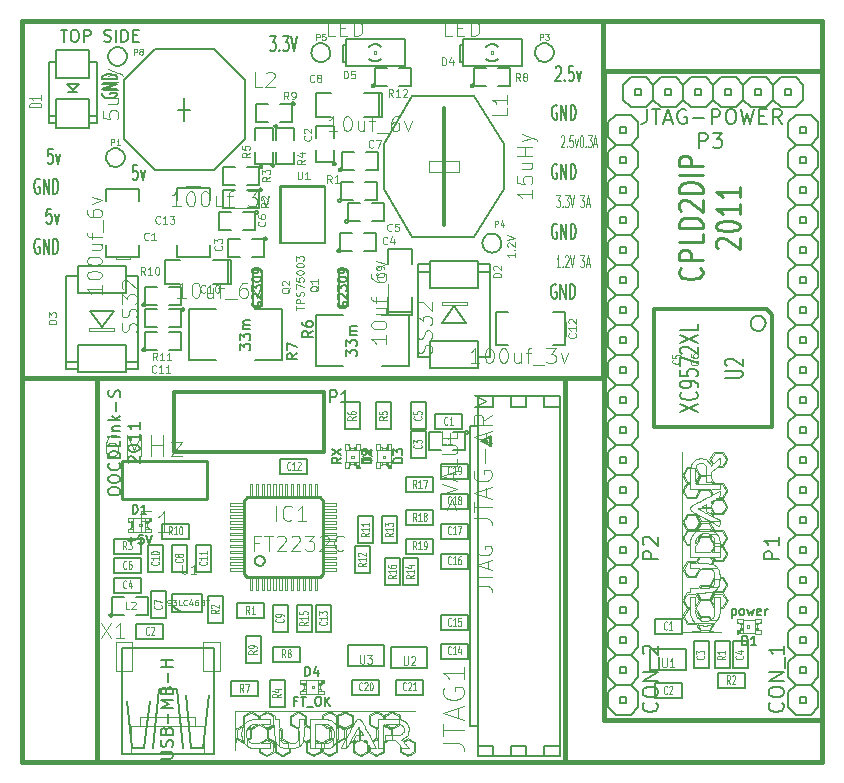
<source format=gto>
G04 (created by PCBNEW-RS274X (2010-03-14)-final) date jue 03 nov 2011 01:52:56 ART*
G01*
G70*
G90*
%MOIN*%
G04 Gerber Fmt 3.4, Leading zero omitted, Abs format*
%FSLAX34Y34*%
G04 APERTURE LIST*
%ADD10C,0.000100*%
%ADD11C,0.006600*%
%ADD12C,0.015000*%
%ADD13C,0.010000*%
%ADD14C,0.005000*%
%ADD15C,0.008000*%
%ADD16C,0.004200*%
%ADD17C,0.003300*%
%ADD18C,0.002600*%
%ADD19C,0.004000*%
%ADD20C,0.002000*%
%ADD21C,0.006000*%
%ADD22C,0.012000*%
%ADD23C,0.001500*%
%ADD24C,0.003500*%
%ADD25C,0.006700*%
%ADD26C,0.003000*%
%ADD27C,0.005800*%
G04 APERTURE END LIST*
G54D10*
G54D11*
X41815Y-47110D02*
X41815Y-47035D01*
X41834Y-46998D01*
X41872Y-46960D01*
X41947Y-46941D01*
X42078Y-46941D01*
X42153Y-46960D01*
X42191Y-46998D01*
X42209Y-47035D01*
X42209Y-47110D01*
X42191Y-47148D01*
X42153Y-47185D01*
X42078Y-47204D01*
X41947Y-47204D01*
X41872Y-47185D01*
X41834Y-47148D01*
X41815Y-47110D01*
X41815Y-46697D02*
X41815Y-46622D01*
X41834Y-46585D01*
X41872Y-46547D01*
X41947Y-46528D01*
X42078Y-46528D01*
X42153Y-46547D01*
X42191Y-46585D01*
X42209Y-46622D01*
X42209Y-46697D01*
X42191Y-46735D01*
X42153Y-46772D01*
X42078Y-46791D01*
X41947Y-46791D01*
X41872Y-46772D01*
X41834Y-46735D01*
X41815Y-46697D01*
X42172Y-46134D02*
X42191Y-46153D01*
X42209Y-46209D01*
X42209Y-46247D01*
X42191Y-46303D01*
X42153Y-46340D01*
X42116Y-46359D01*
X42041Y-46378D01*
X41984Y-46378D01*
X41909Y-46359D01*
X41872Y-46340D01*
X41834Y-46303D01*
X41815Y-46247D01*
X41815Y-46209D01*
X41834Y-46153D01*
X41853Y-46134D01*
X42209Y-45965D02*
X41815Y-45965D01*
X41815Y-45871D01*
X41834Y-45815D01*
X41872Y-45778D01*
X41909Y-45759D01*
X41984Y-45740D01*
X42041Y-45740D01*
X42116Y-45759D01*
X42153Y-45778D01*
X42191Y-45815D01*
X42209Y-45871D01*
X42209Y-45965D01*
X42209Y-45384D02*
X42209Y-45571D01*
X41815Y-45571D01*
X42209Y-45252D02*
X41947Y-45252D01*
X41815Y-45252D02*
X41834Y-45271D01*
X41853Y-45252D01*
X41834Y-45233D01*
X41815Y-45252D01*
X41853Y-45252D01*
X41947Y-45064D02*
X42209Y-45064D01*
X41984Y-45064D02*
X41966Y-45045D01*
X41947Y-45008D01*
X41947Y-44952D01*
X41966Y-44914D01*
X42003Y-44895D01*
X42209Y-44895D01*
X42209Y-44708D02*
X41815Y-44708D01*
X42059Y-44671D02*
X42209Y-44558D01*
X41947Y-44558D02*
X42097Y-44708D01*
X42059Y-44389D02*
X42059Y-44089D01*
X42191Y-43920D02*
X42209Y-43864D01*
X42209Y-43770D01*
X42191Y-43732D01*
X42172Y-43714D01*
X42134Y-43695D01*
X42097Y-43695D01*
X42059Y-43714D01*
X42041Y-43732D01*
X42022Y-43770D01*
X42003Y-43845D01*
X41984Y-43882D01*
X41966Y-43901D01*
X41928Y-43920D01*
X41891Y-43920D01*
X41853Y-43901D01*
X41834Y-43882D01*
X41815Y-43845D01*
X41815Y-43751D01*
X41834Y-43695D01*
X42503Y-46125D02*
X42484Y-46106D01*
X42465Y-46069D01*
X42465Y-45975D01*
X42484Y-45937D01*
X42503Y-45919D01*
X42541Y-45900D01*
X42578Y-45900D01*
X42634Y-45919D01*
X42859Y-46144D01*
X42859Y-45900D01*
X42465Y-45656D02*
X42465Y-45619D01*
X42484Y-45581D01*
X42503Y-45562D01*
X42541Y-45544D01*
X42616Y-45525D01*
X42709Y-45525D01*
X42784Y-45544D01*
X42822Y-45562D01*
X42841Y-45581D01*
X42859Y-45619D01*
X42859Y-45656D01*
X42841Y-45694D01*
X42822Y-45712D01*
X42784Y-45731D01*
X42709Y-45750D01*
X42616Y-45750D01*
X42541Y-45731D01*
X42503Y-45712D01*
X42484Y-45694D01*
X42465Y-45656D01*
X42859Y-45150D02*
X42859Y-45375D01*
X42859Y-45262D02*
X42465Y-45262D01*
X42522Y-45300D01*
X42559Y-45337D01*
X42578Y-45375D01*
X42859Y-44775D02*
X42859Y-45000D01*
X42859Y-44887D02*
X42465Y-44887D01*
X42522Y-44925D01*
X42559Y-44962D01*
X42578Y-45000D01*
G54D12*
X38950Y-56100D02*
X38950Y-31400D01*
X39000Y-56100D02*
X38950Y-56100D01*
X39200Y-56100D02*
X39000Y-56100D01*
X39450Y-56100D02*
X39200Y-56100D01*
X42700Y-56100D02*
X39450Y-56100D01*
X65600Y-56100D02*
X42700Y-56100D01*
X65600Y-31400D02*
X65600Y-56100D01*
X38950Y-31400D02*
X65600Y-31400D01*
X57050Y-43300D02*
X41450Y-43300D01*
X57050Y-56100D02*
X57050Y-43300D01*
X41450Y-56100D02*
X57050Y-56100D01*
X41450Y-43300D02*
X41450Y-56100D01*
X58350Y-33050D02*
X58400Y-33050D01*
X58350Y-54700D02*
X58350Y-33050D01*
X65600Y-54700D02*
X58350Y-54700D01*
X65600Y-33050D02*
X65600Y-54700D01*
X65550Y-33050D02*
X65600Y-33050D01*
X58300Y-33050D02*
X65550Y-33050D01*
X38950Y-43300D02*
X39100Y-43300D01*
X38950Y-31450D02*
X38950Y-43300D01*
X39300Y-43300D02*
X39050Y-43300D01*
X58300Y-43300D02*
X39300Y-43300D01*
X58300Y-31400D02*
X58300Y-43300D01*
X38950Y-31400D02*
X58300Y-31400D01*
G54D13*
X61548Y-39635D02*
X61586Y-39664D01*
X61624Y-39750D01*
X61624Y-39807D01*
X61586Y-39892D01*
X61510Y-39950D01*
X61433Y-39978D01*
X61281Y-40007D01*
X61167Y-40007D01*
X61014Y-39978D01*
X60938Y-39950D01*
X60862Y-39892D01*
X60824Y-39807D01*
X60824Y-39750D01*
X60862Y-39664D01*
X60900Y-39635D01*
X61624Y-39378D02*
X60824Y-39378D01*
X60824Y-39150D01*
X60862Y-39092D01*
X60900Y-39064D01*
X60976Y-39035D01*
X61090Y-39035D01*
X61167Y-39064D01*
X61205Y-39092D01*
X61243Y-39150D01*
X61243Y-39378D01*
X61624Y-38492D02*
X61624Y-38778D01*
X60824Y-38778D01*
X61624Y-38292D02*
X60824Y-38292D01*
X60824Y-38149D01*
X60862Y-38064D01*
X60938Y-38006D01*
X61014Y-37978D01*
X61167Y-37949D01*
X61281Y-37949D01*
X61433Y-37978D01*
X61510Y-38006D01*
X61586Y-38064D01*
X61624Y-38149D01*
X61624Y-38292D01*
X60900Y-37721D02*
X60862Y-37692D01*
X60824Y-37635D01*
X60824Y-37492D01*
X60862Y-37435D01*
X60900Y-37406D01*
X60976Y-37378D01*
X61052Y-37378D01*
X61167Y-37406D01*
X61624Y-37749D01*
X61624Y-37378D01*
X61624Y-37121D02*
X60824Y-37121D01*
X60824Y-36978D01*
X60862Y-36893D01*
X60938Y-36835D01*
X61014Y-36807D01*
X61167Y-36778D01*
X61281Y-36778D01*
X61433Y-36807D01*
X61510Y-36835D01*
X61586Y-36893D01*
X61624Y-36978D01*
X61624Y-37121D01*
X61624Y-36521D02*
X60824Y-36521D01*
X61624Y-36235D02*
X60824Y-36235D01*
X60824Y-36007D01*
X60862Y-35949D01*
X60900Y-35921D01*
X60976Y-35892D01*
X61090Y-35892D01*
X61167Y-35921D01*
X61205Y-35949D01*
X61243Y-36007D01*
X61243Y-36235D01*
X62140Y-38978D02*
X62102Y-38949D01*
X62064Y-38892D01*
X62064Y-38749D01*
X62102Y-38692D01*
X62140Y-38663D01*
X62216Y-38635D01*
X62292Y-38635D01*
X62407Y-38663D01*
X62864Y-39006D01*
X62864Y-38635D01*
X62064Y-38264D02*
X62064Y-38207D01*
X62102Y-38150D01*
X62140Y-38121D01*
X62216Y-38092D01*
X62369Y-38064D01*
X62559Y-38064D01*
X62711Y-38092D01*
X62788Y-38121D01*
X62826Y-38150D01*
X62864Y-38207D01*
X62864Y-38264D01*
X62826Y-38321D01*
X62788Y-38350D01*
X62711Y-38378D01*
X62559Y-38407D01*
X62369Y-38407D01*
X62216Y-38378D01*
X62140Y-38350D01*
X62102Y-38321D01*
X62064Y-38264D01*
X62864Y-37493D02*
X62864Y-37836D01*
X62864Y-37664D02*
X62064Y-37664D01*
X62178Y-37721D01*
X62254Y-37779D01*
X62292Y-37836D01*
X62864Y-36922D02*
X62864Y-37265D01*
X62864Y-37093D02*
X62064Y-37093D01*
X62178Y-37150D01*
X62254Y-37208D01*
X62292Y-37265D01*
G54D14*
X41626Y-33798D02*
X41602Y-33827D01*
X41602Y-33870D01*
X41626Y-33913D01*
X41674Y-33941D01*
X41721Y-33956D01*
X41817Y-33970D01*
X41888Y-33970D01*
X41983Y-33956D01*
X42031Y-33941D01*
X42079Y-33913D01*
X42102Y-33870D01*
X42102Y-33841D01*
X42079Y-33798D01*
X42055Y-33784D01*
X41888Y-33784D01*
X41888Y-33841D01*
X42102Y-33656D02*
X41602Y-33656D01*
X42102Y-33484D01*
X41602Y-33484D01*
X42102Y-33342D02*
X41602Y-33342D01*
X41602Y-33270D01*
X41626Y-33227D01*
X41674Y-33199D01*
X41721Y-33184D01*
X41817Y-33170D01*
X41888Y-33170D01*
X41983Y-33184D01*
X42031Y-33199D01*
X42079Y-33227D01*
X42102Y-33270D01*
X42102Y-33342D01*
X42787Y-36192D02*
X42644Y-36192D01*
X42630Y-36430D01*
X42644Y-36407D01*
X42673Y-36383D01*
X42744Y-36383D01*
X42773Y-36407D01*
X42787Y-36430D01*
X42802Y-36478D01*
X42802Y-36597D01*
X42787Y-36645D01*
X42773Y-36669D01*
X42744Y-36692D01*
X42673Y-36692D01*
X42644Y-36669D01*
X42630Y-36645D01*
X42902Y-36359D02*
X42973Y-36692D01*
X43045Y-36359D01*
G54D15*
X49050Y-36900D02*
X47730Y-36900D01*
X49050Y-36910D02*
X49050Y-36900D01*
X49050Y-38810D02*
X49050Y-36910D01*
X47540Y-38810D02*
X49050Y-38810D01*
X47540Y-38800D02*
X47540Y-38810D01*
X47540Y-36900D02*
X47540Y-38800D01*
X47730Y-36900D02*
X47540Y-36900D01*
G54D11*
X40228Y-31690D02*
X40453Y-31690D01*
X40340Y-32084D02*
X40340Y-31690D01*
X40659Y-31690D02*
X40734Y-31690D01*
X40771Y-31709D01*
X40809Y-31747D01*
X40828Y-31822D01*
X40828Y-31953D01*
X40809Y-32028D01*
X40771Y-32066D01*
X40734Y-32084D01*
X40659Y-32084D01*
X40621Y-32066D01*
X40584Y-32028D01*
X40565Y-31953D01*
X40565Y-31822D01*
X40584Y-31747D01*
X40621Y-31709D01*
X40659Y-31690D01*
X40997Y-32084D02*
X40997Y-31690D01*
X41147Y-31690D01*
X41184Y-31709D01*
X41203Y-31728D01*
X41222Y-31766D01*
X41222Y-31822D01*
X41203Y-31859D01*
X41184Y-31878D01*
X41147Y-31897D01*
X40997Y-31897D01*
X41672Y-32066D02*
X41728Y-32084D01*
X41822Y-32084D01*
X41860Y-32066D01*
X41878Y-32047D01*
X41897Y-32009D01*
X41897Y-31972D01*
X41878Y-31934D01*
X41860Y-31916D01*
X41822Y-31897D01*
X41747Y-31878D01*
X41710Y-31859D01*
X41691Y-31841D01*
X41672Y-31803D01*
X41672Y-31766D01*
X41691Y-31728D01*
X41710Y-31709D01*
X41747Y-31690D01*
X41841Y-31690D01*
X41897Y-31709D01*
X42066Y-32084D02*
X42066Y-31690D01*
X42254Y-32084D02*
X42254Y-31690D01*
X42348Y-31690D01*
X42404Y-31709D01*
X42441Y-31747D01*
X42460Y-31784D01*
X42479Y-31859D01*
X42479Y-31916D01*
X42460Y-31991D01*
X42441Y-32028D01*
X42404Y-32066D01*
X42348Y-32084D01*
X42254Y-32084D01*
X42648Y-31878D02*
X42779Y-31878D01*
X42835Y-32084D02*
X42648Y-32084D01*
X42648Y-31690D01*
X42835Y-31690D01*
G54D16*
X55361Y-39134D02*
X55361Y-39276D01*
X55361Y-39205D02*
X55111Y-39205D01*
X55147Y-39229D01*
X55171Y-39253D01*
X55183Y-39276D01*
X55337Y-39026D02*
X55349Y-39015D01*
X55361Y-39026D01*
X55349Y-39038D01*
X55337Y-39026D01*
X55361Y-39026D01*
X55135Y-38919D02*
X55123Y-38907D01*
X55111Y-38884D01*
X55111Y-38824D01*
X55123Y-38800D01*
X55135Y-38788D01*
X55159Y-38777D01*
X55183Y-38777D01*
X55218Y-38788D01*
X55361Y-38931D01*
X55361Y-38777D01*
X55111Y-38705D02*
X55361Y-38622D01*
X55111Y-38539D01*
G54D14*
X56735Y-32950D02*
X56749Y-32926D01*
X56778Y-32902D01*
X56849Y-32902D01*
X56878Y-32926D01*
X56892Y-32950D01*
X56907Y-32998D01*
X56907Y-33045D01*
X56892Y-33117D01*
X56721Y-33402D01*
X56907Y-33402D01*
X57035Y-33355D02*
X57050Y-33379D01*
X57035Y-33402D01*
X57021Y-33379D01*
X57035Y-33355D01*
X57035Y-33402D01*
X57321Y-32902D02*
X57178Y-32902D01*
X57164Y-33140D01*
X57178Y-33117D01*
X57207Y-33093D01*
X57278Y-33093D01*
X57307Y-33117D01*
X57321Y-33140D01*
X57336Y-33188D01*
X57336Y-33307D01*
X57321Y-33355D01*
X57307Y-33379D01*
X57278Y-33402D01*
X57207Y-33402D01*
X57178Y-33379D01*
X57164Y-33355D01*
X57436Y-33069D02*
X57507Y-33402D01*
X57579Y-33069D01*
X47207Y-31902D02*
X47393Y-31902D01*
X47293Y-32093D01*
X47335Y-32093D01*
X47364Y-32117D01*
X47378Y-32140D01*
X47393Y-32188D01*
X47393Y-32307D01*
X47378Y-32355D01*
X47364Y-32379D01*
X47335Y-32402D01*
X47250Y-32402D01*
X47221Y-32379D01*
X47207Y-32355D01*
X47521Y-32355D02*
X47536Y-32379D01*
X47521Y-32402D01*
X47507Y-32379D01*
X47521Y-32355D01*
X47521Y-32402D01*
X47636Y-31902D02*
X47822Y-31902D01*
X47722Y-32093D01*
X47764Y-32093D01*
X47793Y-32117D01*
X47807Y-32140D01*
X47822Y-32188D01*
X47822Y-32307D01*
X47807Y-32355D01*
X47793Y-32379D01*
X47764Y-32402D01*
X47679Y-32402D01*
X47650Y-32379D01*
X47636Y-32355D01*
X47908Y-31902D02*
X48008Y-32402D01*
X48108Y-31902D01*
X39907Y-37652D02*
X39764Y-37652D01*
X39750Y-37890D01*
X39764Y-37867D01*
X39793Y-37843D01*
X39864Y-37843D01*
X39893Y-37867D01*
X39907Y-37890D01*
X39922Y-37938D01*
X39922Y-38057D01*
X39907Y-38105D01*
X39893Y-38129D01*
X39864Y-38152D01*
X39793Y-38152D01*
X39764Y-38129D01*
X39750Y-38105D01*
X40022Y-37819D02*
X40093Y-38152D01*
X40165Y-37819D01*
X39522Y-36676D02*
X39493Y-36652D01*
X39450Y-36652D01*
X39407Y-36676D01*
X39379Y-36724D01*
X39364Y-36771D01*
X39350Y-36867D01*
X39350Y-36938D01*
X39364Y-37033D01*
X39379Y-37081D01*
X39407Y-37129D01*
X39450Y-37152D01*
X39479Y-37152D01*
X39522Y-37129D01*
X39536Y-37105D01*
X39536Y-36938D01*
X39479Y-36938D01*
X39664Y-37152D02*
X39664Y-36652D01*
X39836Y-37152D01*
X39836Y-36652D01*
X39978Y-37152D02*
X39978Y-36652D01*
X40050Y-36652D01*
X40093Y-36676D01*
X40121Y-36724D01*
X40136Y-36771D01*
X40150Y-36867D01*
X40150Y-36938D01*
X40136Y-37033D01*
X40121Y-37081D01*
X40093Y-37129D01*
X40050Y-37152D01*
X39978Y-37152D01*
X39522Y-38676D02*
X39493Y-38652D01*
X39450Y-38652D01*
X39407Y-38676D01*
X39379Y-38724D01*
X39364Y-38771D01*
X39350Y-38867D01*
X39350Y-38938D01*
X39364Y-39033D01*
X39379Y-39081D01*
X39407Y-39129D01*
X39450Y-39152D01*
X39479Y-39152D01*
X39522Y-39129D01*
X39536Y-39105D01*
X39536Y-38938D01*
X39479Y-38938D01*
X39664Y-39152D02*
X39664Y-38652D01*
X39836Y-39152D01*
X39836Y-38652D01*
X39978Y-39152D02*
X39978Y-38652D01*
X40050Y-38652D01*
X40093Y-38676D01*
X40121Y-38724D01*
X40136Y-38771D01*
X40150Y-38867D01*
X40150Y-38938D01*
X40136Y-39033D01*
X40121Y-39081D01*
X40093Y-39129D01*
X40050Y-39152D01*
X39978Y-39152D01*
X39957Y-35652D02*
X39814Y-35652D01*
X39800Y-35890D01*
X39814Y-35867D01*
X39843Y-35843D01*
X39914Y-35843D01*
X39943Y-35867D01*
X39957Y-35890D01*
X39972Y-35938D01*
X39972Y-36057D01*
X39957Y-36105D01*
X39943Y-36129D01*
X39914Y-36152D01*
X39843Y-36152D01*
X39814Y-36129D01*
X39800Y-36105D01*
X40072Y-35819D02*
X40143Y-36152D01*
X40215Y-35819D01*
X56772Y-34216D02*
X56743Y-34192D01*
X56700Y-34192D01*
X56657Y-34216D01*
X56629Y-34264D01*
X56614Y-34311D01*
X56600Y-34407D01*
X56600Y-34478D01*
X56614Y-34573D01*
X56629Y-34621D01*
X56657Y-34669D01*
X56700Y-34692D01*
X56729Y-34692D01*
X56772Y-34669D01*
X56786Y-34645D01*
X56786Y-34478D01*
X56729Y-34478D01*
X56914Y-34692D02*
X56914Y-34192D01*
X57086Y-34692D01*
X57086Y-34192D01*
X57228Y-34692D02*
X57228Y-34192D01*
X57300Y-34192D01*
X57343Y-34216D01*
X57371Y-34264D01*
X57386Y-34311D01*
X57400Y-34407D01*
X57400Y-34478D01*
X57386Y-34573D01*
X57371Y-34621D01*
X57343Y-34669D01*
X57300Y-34692D01*
X57228Y-34692D01*
G54D17*
X56873Y-39612D02*
X56759Y-39612D01*
X56816Y-39612D02*
X56816Y-39212D01*
X56797Y-39269D01*
X56778Y-39307D01*
X56759Y-39326D01*
X56959Y-39574D02*
X56968Y-39593D01*
X56959Y-39612D01*
X56949Y-39593D01*
X56959Y-39574D01*
X56959Y-39612D01*
X57044Y-39250D02*
X57054Y-39231D01*
X57073Y-39212D01*
X57120Y-39212D01*
X57139Y-39231D01*
X57149Y-39250D01*
X57158Y-39288D01*
X57158Y-39326D01*
X57149Y-39383D01*
X57035Y-39612D01*
X57158Y-39612D01*
X57215Y-39212D02*
X57282Y-39612D01*
X57348Y-39212D01*
X57548Y-39212D02*
X57671Y-39212D01*
X57605Y-39364D01*
X57633Y-39364D01*
X57652Y-39383D01*
X57662Y-39402D01*
X57671Y-39440D01*
X57671Y-39536D01*
X57662Y-39574D01*
X57652Y-39593D01*
X57633Y-39612D01*
X57576Y-39612D01*
X57557Y-39593D01*
X57548Y-39574D01*
X57747Y-39498D02*
X57842Y-39498D01*
X57728Y-39612D02*
X57795Y-39212D01*
X57861Y-39612D01*
X56902Y-35250D02*
X56912Y-35231D01*
X56931Y-35212D01*
X56978Y-35212D01*
X56997Y-35231D01*
X57007Y-35250D01*
X57016Y-35288D01*
X57016Y-35326D01*
X57007Y-35383D01*
X56893Y-35612D01*
X57016Y-35612D01*
X57102Y-35574D02*
X57111Y-35593D01*
X57102Y-35612D01*
X57092Y-35593D01*
X57102Y-35574D01*
X57102Y-35612D01*
X57292Y-35212D02*
X57197Y-35212D01*
X57187Y-35402D01*
X57197Y-35383D01*
X57216Y-35364D01*
X57263Y-35364D01*
X57282Y-35383D01*
X57292Y-35402D01*
X57301Y-35440D01*
X57301Y-35536D01*
X57292Y-35574D01*
X57282Y-35593D01*
X57263Y-35612D01*
X57216Y-35612D01*
X57197Y-35593D01*
X57187Y-35574D01*
X57368Y-35345D02*
X57415Y-35612D01*
X57463Y-35345D01*
X57577Y-35212D02*
X57596Y-35212D01*
X57615Y-35231D01*
X57624Y-35250D01*
X57634Y-35288D01*
X57643Y-35364D01*
X57643Y-35460D01*
X57634Y-35536D01*
X57624Y-35574D01*
X57615Y-35593D01*
X57596Y-35612D01*
X57577Y-35612D01*
X57558Y-35593D01*
X57548Y-35574D01*
X57539Y-35536D01*
X57529Y-35460D01*
X57529Y-35364D01*
X57539Y-35288D01*
X57548Y-35250D01*
X57558Y-35231D01*
X57577Y-35212D01*
X57729Y-35574D02*
X57738Y-35593D01*
X57729Y-35612D01*
X57719Y-35593D01*
X57729Y-35574D01*
X57729Y-35612D01*
X57805Y-35212D02*
X57928Y-35212D01*
X57862Y-35364D01*
X57890Y-35364D01*
X57909Y-35383D01*
X57919Y-35402D01*
X57928Y-35440D01*
X57928Y-35536D01*
X57919Y-35574D01*
X57909Y-35593D01*
X57890Y-35612D01*
X57833Y-35612D01*
X57814Y-35593D01*
X57805Y-35574D01*
X58004Y-35498D02*
X58099Y-35498D01*
X57985Y-35612D02*
X58052Y-35212D01*
X58118Y-35612D01*
G54D14*
X56742Y-40181D02*
X56713Y-40157D01*
X56670Y-40157D01*
X56627Y-40181D01*
X56599Y-40229D01*
X56584Y-40276D01*
X56570Y-40372D01*
X56570Y-40443D01*
X56584Y-40538D01*
X56599Y-40586D01*
X56627Y-40634D01*
X56670Y-40657D01*
X56699Y-40657D01*
X56742Y-40634D01*
X56756Y-40610D01*
X56756Y-40443D01*
X56699Y-40443D01*
X56884Y-40657D02*
X56884Y-40157D01*
X57056Y-40657D01*
X57056Y-40157D01*
X57198Y-40657D02*
X57198Y-40157D01*
X57270Y-40157D01*
X57313Y-40181D01*
X57341Y-40229D01*
X57356Y-40276D01*
X57370Y-40372D01*
X57370Y-40443D01*
X57356Y-40538D01*
X57341Y-40586D01*
X57313Y-40634D01*
X57270Y-40657D01*
X57198Y-40657D01*
X56767Y-36186D02*
X56738Y-36162D01*
X56695Y-36162D01*
X56652Y-36186D01*
X56624Y-36234D01*
X56609Y-36281D01*
X56595Y-36377D01*
X56595Y-36448D01*
X56609Y-36543D01*
X56624Y-36591D01*
X56652Y-36639D01*
X56695Y-36662D01*
X56724Y-36662D01*
X56767Y-36639D01*
X56781Y-36615D01*
X56781Y-36448D01*
X56724Y-36448D01*
X56909Y-36662D02*
X56909Y-36162D01*
X57081Y-36662D01*
X57081Y-36162D01*
X57223Y-36662D02*
X57223Y-36162D01*
X57295Y-36162D01*
X57338Y-36186D01*
X57366Y-36234D01*
X57381Y-36281D01*
X57395Y-36377D01*
X57395Y-36448D01*
X57381Y-36543D01*
X57366Y-36591D01*
X57338Y-36639D01*
X57295Y-36662D01*
X57223Y-36662D01*
G54D17*
X56750Y-37212D02*
X56873Y-37212D01*
X56807Y-37364D01*
X56835Y-37364D01*
X56854Y-37383D01*
X56864Y-37402D01*
X56873Y-37440D01*
X56873Y-37536D01*
X56864Y-37574D01*
X56854Y-37593D01*
X56835Y-37612D01*
X56778Y-37612D01*
X56759Y-37593D01*
X56750Y-37574D01*
X56959Y-37574D02*
X56968Y-37593D01*
X56959Y-37612D01*
X56949Y-37593D01*
X56959Y-37574D01*
X56959Y-37612D01*
X57035Y-37212D02*
X57158Y-37212D01*
X57092Y-37364D01*
X57120Y-37364D01*
X57139Y-37383D01*
X57149Y-37402D01*
X57158Y-37440D01*
X57158Y-37536D01*
X57149Y-37574D01*
X57139Y-37593D01*
X57120Y-37612D01*
X57063Y-37612D01*
X57044Y-37593D01*
X57035Y-37574D01*
X57215Y-37212D02*
X57282Y-37612D01*
X57348Y-37212D01*
X57548Y-37212D02*
X57671Y-37212D01*
X57605Y-37364D01*
X57633Y-37364D01*
X57652Y-37383D01*
X57662Y-37402D01*
X57671Y-37440D01*
X57671Y-37536D01*
X57662Y-37574D01*
X57652Y-37593D01*
X57633Y-37612D01*
X57576Y-37612D01*
X57557Y-37593D01*
X57548Y-37574D01*
X57747Y-37498D02*
X57842Y-37498D01*
X57728Y-37612D02*
X57795Y-37212D01*
X57861Y-37612D01*
G54D14*
X56767Y-38176D02*
X56738Y-38152D01*
X56695Y-38152D01*
X56652Y-38176D01*
X56624Y-38224D01*
X56609Y-38271D01*
X56595Y-38367D01*
X56595Y-38438D01*
X56609Y-38533D01*
X56624Y-38581D01*
X56652Y-38629D01*
X56695Y-38652D01*
X56724Y-38652D01*
X56767Y-38629D01*
X56781Y-38605D01*
X56781Y-38438D01*
X56724Y-38438D01*
X56909Y-38652D02*
X56909Y-38152D01*
X57081Y-38652D01*
X57081Y-38152D01*
X57223Y-38652D02*
X57223Y-38152D01*
X57295Y-38152D01*
X57338Y-38176D01*
X57366Y-38224D01*
X57381Y-38271D01*
X57395Y-38367D01*
X57395Y-38438D01*
X57381Y-38533D01*
X57366Y-38581D01*
X57338Y-38629D01*
X57295Y-38652D01*
X57223Y-38652D01*
G54D10*
X62457Y-50702D02*
X62427Y-50651D01*
X62410Y-50622D01*
X62391Y-50590D01*
X62371Y-50555D01*
X62352Y-50522D01*
X62308Y-50445D01*
X62008Y-50446D01*
X61993Y-50473D01*
X61985Y-50486D01*
X61972Y-50509D01*
X61956Y-50536D01*
X61938Y-50568D01*
X61860Y-50702D01*
X61934Y-50831D01*
X61945Y-50851D01*
X61968Y-50888D01*
X61984Y-50917D01*
X61996Y-50937D01*
X62005Y-50950D01*
X62011Y-50958D01*
X62014Y-50960D01*
X62021Y-50961D01*
X62021Y-51053D01*
X62021Y-51074D01*
X62020Y-51112D01*
X62020Y-51140D01*
X62017Y-51162D01*
X62014Y-51181D01*
X62009Y-51198D01*
X62002Y-51217D01*
X62001Y-51221D01*
X61985Y-51252D01*
X61964Y-51283D01*
X61941Y-51310D01*
X61918Y-51330D01*
X61911Y-51336D01*
X61852Y-51234D01*
X61551Y-51235D01*
X61523Y-51284D01*
X61516Y-51297D01*
X61504Y-51315D01*
X61497Y-51327D01*
X61494Y-51330D01*
X61494Y-51330D01*
X61496Y-51323D01*
X61503Y-51308D01*
X61513Y-51290D01*
X61524Y-51270D01*
X61534Y-51252D01*
X61540Y-51241D01*
X61546Y-51230D01*
X61504Y-51230D01*
X61495Y-51246D01*
X61485Y-51265D01*
X61474Y-51283D01*
X61462Y-51303D01*
X61455Y-51296D01*
X61451Y-51292D01*
X61438Y-51276D01*
X61425Y-51256D01*
X61413Y-51237D01*
X61405Y-51219D01*
X61395Y-51190D01*
X61389Y-51160D01*
X61386Y-51124D01*
X61386Y-51080D01*
X61386Y-51023D01*
X61437Y-51113D01*
X61480Y-51188D01*
X61497Y-51216D01*
X61504Y-51230D01*
X61546Y-51230D01*
X61547Y-51228D01*
X61474Y-51101D01*
X61459Y-51074D01*
X61439Y-51040D01*
X61424Y-51015D01*
X61413Y-50997D01*
X61405Y-50985D01*
X61400Y-50978D01*
X61396Y-50974D01*
X61393Y-50974D01*
X61387Y-50971D01*
X61385Y-50965D01*
X61393Y-50960D01*
X61395Y-50960D01*
X61398Y-50957D01*
X61403Y-50951D01*
X61410Y-50941D01*
X61419Y-50926D01*
X61433Y-50903D01*
X61451Y-50872D01*
X61474Y-50832D01*
X61489Y-50806D01*
X61507Y-50773D01*
X61524Y-50744D01*
X61536Y-50722D01*
X61544Y-50708D01*
X61547Y-50702D01*
X61546Y-50702D01*
X61505Y-50702D01*
X61386Y-50909D01*
X61385Y-50610D01*
X61214Y-50610D01*
X61214Y-50922D01*
X61120Y-50920D01*
X61059Y-50814D01*
X61054Y-50806D01*
X61036Y-50774D01*
X61021Y-50747D01*
X61009Y-50725D01*
X61001Y-50710D01*
X60998Y-50703D01*
X60999Y-50702D01*
X61000Y-50698D01*
X61003Y-50690D01*
X61010Y-50678D01*
X61020Y-50662D01*
X61033Y-50637D01*
X61051Y-50605D01*
X61075Y-50564D01*
X61122Y-50484D01*
X61378Y-50484D01*
X61436Y-50584D01*
X61455Y-50617D01*
X61471Y-50645D01*
X61485Y-50668D01*
X61495Y-50684D01*
X61499Y-50693D01*
X61505Y-50702D01*
X61546Y-50702D01*
X61545Y-50698D01*
X61537Y-50685D01*
X61527Y-50665D01*
X61512Y-50640D01*
X61495Y-50611D01*
X61478Y-50581D01*
X61460Y-50550D01*
X61443Y-50521D01*
X61429Y-50495D01*
X61417Y-50476D01*
X61409Y-50462D01*
X61408Y-50461D01*
X61403Y-50450D01*
X61406Y-50449D01*
X61408Y-50451D01*
X61415Y-50462D01*
X61427Y-50482D01*
X61443Y-50508D01*
X61461Y-50539D01*
X61480Y-50574D01*
X61552Y-50698D01*
X61852Y-50700D01*
X61868Y-50672D01*
X61875Y-50659D01*
X61888Y-50637D01*
X61905Y-50609D01*
X61923Y-50577D01*
X62001Y-50443D01*
X62000Y-50443D01*
X61955Y-50443D01*
X61955Y-50443D01*
X61950Y-50452D01*
X61941Y-50469D01*
X61928Y-50492D01*
X61912Y-50521D01*
X61893Y-50554D01*
X61831Y-50661D01*
X61573Y-50659D01*
X61510Y-50550D01*
X61492Y-50519D01*
X61477Y-50492D01*
X61465Y-50470D01*
X61457Y-50456D01*
X61454Y-50450D01*
X61455Y-50450D01*
X61465Y-50450D01*
X61486Y-50449D01*
X61515Y-50449D01*
X61551Y-50448D01*
X61592Y-50447D01*
X61638Y-50447D01*
X61673Y-50447D01*
X61723Y-50446D01*
X61763Y-50446D01*
X61795Y-50445D01*
X61821Y-50444D01*
X61843Y-50442D01*
X61861Y-50440D01*
X61878Y-50437D01*
X61895Y-50433D01*
X61914Y-50428D01*
X61925Y-50426D01*
X61939Y-50422D01*
X61944Y-50422D01*
X61945Y-50423D01*
X61950Y-50431D01*
X61952Y-50435D01*
X61955Y-50443D01*
X62000Y-50443D01*
X61990Y-50425D01*
X61984Y-50415D01*
X61981Y-50405D01*
X61985Y-50403D01*
X61986Y-50403D01*
X61990Y-50409D01*
X61999Y-50421D01*
X62010Y-50439D01*
X62308Y-50439D01*
X62382Y-50311D01*
X62388Y-50302D01*
X62410Y-50263D01*
X62427Y-50234D01*
X62439Y-50212D01*
X62447Y-50196D01*
X62452Y-50186D01*
X62453Y-50182D01*
X62413Y-50182D01*
X62286Y-50401D01*
X62031Y-50403D01*
X62021Y-50386D01*
X62041Y-50371D01*
X62061Y-50355D01*
X62103Y-50311D01*
X62124Y-50279D01*
X61862Y-50279D01*
X61862Y-50279D01*
X61854Y-50284D01*
X61836Y-50288D01*
X61808Y-50292D01*
X61807Y-50292D01*
X61793Y-50293D01*
X61770Y-50294D01*
X61738Y-50294D01*
X61700Y-50294D01*
X61659Y-50294D01*
X61532Y-50293D01*
X61575Y-50220D01*
X61830Y-50221D01*
X61846Y-50248D01*
X61852Y-50258D01*
X61859Y-50272D01*
X61862Y-50279D01*
X62124Y-50279D01*
X62137Y-50258D01*
X62162Y-50197D01*
X62163Y-50194D01*
X62174Y-50154D01*
X62182Y-50112D01*
X62188Y-50065D01*
X62191Y-50011D01*
X62192Y-49988D01*
X62020Y-49988D01*
X62020Y-50003D01*
X62017Y-50054D01*
X62010Y-50106D01*
X61999Y-50151D01*
X61985Y-50187D01*
X61979Y-50197D01*
X61969Y-50211D01*
X61957Y-50225D01*
X61947Y-50236D01*
X61941Y-50241D01*
X61938Y-50239D01*
X61932Y-50228D01*
X61923Y-50214D01*
X61914Y-50199D01*
X61907Y-50186D01*
X61904Y-50180D01*
X61905Y-50178D01*
X61911Y-50167D01*
X61921Y-50150D01*
X61935Y-50126D01*
X61950Y-50100D01*
X61966Y-50072D01*
X61982Y-50045D01*
X61996Y-50020D01*
X62008Y-50000D01*
X62016Y-49985D01*
X62020Y-49980D01*
X62020Y-49981D01*
X62020Y-49988D01*
X62192Y-49988D01*
X62193Y-49962D01*
X62287Y-49962D01*
X62341Y-50056D01*
X62356Y-50081D01*
X62373Y-50111D01*
X62387Y-50136D01*
X62398Y-50155D01*
X62404Y-50165D01*
X62413Y-50182D01*
X62453Y-50182D01*
X62454Y-50180D01*
X62454Y-50177D01*
X62452Y-50174D01*
X62445Y-50162D01*
X62434Y-50141D01*
X62418Y-50115D01*
X62400Y-50084D01*
X62380Y-50049D01*
X62310Y-49927D01*
X62193Y-49926D01*
X62191Y-49900D01*
X62189Y-49874D01*
X62182Y-49812D01*
X62172Y-49759D01*
X62158Y-49712D01*
X62141Y-49671D01*
X62119Y-49632D01*
X62115Y-49627D01*
X61739Y-49627D01*
X61738Y-49627D01*
X61726Y-49627D01*
X61705Y-49628D01*
X61676Y-49628D01*
X61673Y-49628D01*
X61644Y-49628D01*
X61624Y-49627D01*
X61614Y-49627D01*
X61613Y-49627D01*
X61624Y-49627D01*
X61657Y-49627D01*
X61695Y-49627D01*
X61728Y-49627D01*
X61729Y-49627D01*
X61739Y-49627D01*
X62115Y-49627D01*
X62101Y-49607D01*
X62062Y-49568D01*
X62016Y-49535D01*
X61965Y-49510D01*
X61943Y-49502D01*
X61949Y-49493D01*
X61960Y-49473D01*
X61975Y-49445D01*
X61987Y-49423D01*
X61996Y-49406D01*
X61955Y-49406D01*
X61930Y-49449D01*
X61926Y-49456D01*
X61915Y-49475D01*
X61909Y-49485D01*
X61904Y-49489D01*
X61900Y-49490D01*
X61888Y-49487D01*
X61875Y-49484D01*
X61860Y-49482D01*
X61842Y-49480D01*
X61821Y-49479D01*
X61793Y-49478D01*
X61758Y-49477D01*
X61714Y-49477D01*
X61660Y-49476D01*
X61483Y-49475D01*
X61446Y-49409D01*
X61488Y-49336D01*
X61493Y-49326D01*
X61508Y-49300D01*
X61520Y-49279D01*
X61528Y-49264D01*
X61533Y-49258D01*
X61535Y-49257D01*
X61542Y-49256D01*
X61557Y-49255D01*
X61578Y-49255D01*
X61609Y-49254D01*
X61649Y-49254D01*
X61700Y-49254D01*
X61864Y-49254D01*
X61870Y-49262D01*
X61875Y-49268D01*
X61884Y-49284D01*
X61896Y-49305D01*
X61910Y-49329D01*
X61922Y-49349D01*
X61935Y-49372D01*
X61944Y-49388D01*
X61950Y-49397D01*
X61955Y-49406D01*
X61996Y-49406D01*
X61997Y-49404D01*
X61955Y-49331D01*
X61923Y-49276D01*
X61914Y-49262D01*
X61911Y-49256D01*
X61913Y-49255D01*
X61914Y-49255D01*
X61920Y-49264D01*
X61930Y-49280D01*
X61944Y-49303D01*
X61959Y-49329D01*
X62002Y-49403D01*
X62302Y-49404D01*
X62375Y-49277D01*
X62390Y-49252D01*
X62409Y-49219D01*
X62425Y-49190D01*
X62437Y-49168D01*
X62446Y-49153D01*
X62448Y-49147D01*
X62447Y-49144D01*
X62404Y-49144D01*
X62403Y-49149D01*
X62400Y-49158D01*
X62392Y-49172D01*
X62381Y-49192D01*
X62365Y-49220D01*
X62343Y-49257D01*
X62280Y-49367D01*
X62025Y-49368D01*
X61993Y-49313D01*
X61983Y-49294D01*
X61972Y-49275D01*
X61964Y-49261D01*
X61961Y-49256D01*
X61961Y-49256D01*
X61968Y-49255D01*
X61984Y-49255D01*
X62010Y-49255D01*
X62041Y-49254D01*
X62077Y-49254D01*
X62192Y-49254D01*
X62192Y-49104D01*
X62021Y-49104D01*
X61971Y-49104D01*
X61963Y-49104D01*
X61942Y-49103D01*
X61928Y-49103D01*
X61923Y-49102D01*
X61929Y-49092D01*
X61950Y-49054D01*
X61980Y-49004D01*
X62005Y-48959D01*
X62014Y-48944D01*
X62017Y-48938D01*
X62019Y-48937D01*
X62020Y-48944D01*
X62020Y-48958D01*
X62021Y-48983D01*
X62021Y-49018D01*
X62021Y-49104D01*
X62192Y-49104D01*
X62192Y-48927D01*
X62281Y-48927D01*
X62341Y-49031D01*
X62362Y-49068D01*
X62378Y-49096D01*
X62391Y-49119D01*
X62400Y-49135D01*
X62404Y-49141D01*
X62404Y-49144D01*
X62447Y-49144D01*
X62447Y-49144D01*
X62440Y-49131D01*
X62428Y-49110D01*
X62413Y-49083D01*
X62395Y-49051D01*
X62375Y-49016D01*
X62302Y-48888D01*
X62245Y-48888D01*
X62220Y-48888D01*
X62205Y-48887D01*
X62196Y-48887D01*
X62193Y-48885D01*
X62192Y-48882D01*
X62192Y-48882D01*
X62021Y-48882D01*
X62020Y-48886D01*
X62011Y-48889D01*
X62010Y-48889D01*
X62006Y-48890D01*
X62002Y-48895D01*
X61996Y-48902D01*
X61988Y-48915D01*
X61977Y-48934D01*
X61961Y-48961D01*
X61941Y-48997D01*
X61879Y-49104D01*
X61385Y-49104D01*
X61385Y-48991D01*
X61385Y-48949D01*
X61385Y-48920D01*
X61386Y-48900D01*
X61386Y-48887D01*
X61387Y-48880D01*
X61389Y-48877D01*
X61390Y-48875D01*
X61390Y-48875D01*
X61396Y-48868D01*
X61407Y-48852D01*
X61422Y-48827D01*
X61442Y-48793D01*
X61466Y-48751D01*
X61497Y-48697D01*
X61513Y-48668D01*
X61527Y-48645D01*
X61535Y-48630D01*
X61539Y-48623D01*
X61539Y-48622D01*
X61539Y-48618D01*
X61498Y-48618D01*
X61497Y-48619D01*
X61492Y-48628D01*
X61483Y-48644D01*
X61471Y-48667D01*
X61456Y-48692D01*
X61441Y-48719D01*
X61425Y-48746D01*
X61411Y-48772D01*
X61399Y-48792D01*
X61391Y-48806D01*
X61387Y-48812D01*
X61386Y-48811D01*
X61386Y-48800D01*
X61386Y-48782D01*
X61386Y-48758D01*
X61386Y-48755D01*
X61387Y-48727D01*
X61388Y-48706D01*
X61390Y-48691D01*
X61394Y-48678D01*
X61399Y-48662D01*
X61415Y-48627D01*
X61435Y-48594D01*
X61456Y-48569D01*
X61465Y-48560D01*
X61481Y-48589D01*
X61487Y-48599D01*
X61494Y-48613D01*
X61498Y-48618D01*
X61539Y-48618D01*
X61537Y-48614D01*
X61531Y-48601D01*
X61519Y-48579D01*
X61509Y-48561D01*
X61500Y-48545D01*
X61496Y-48537D01*
X61495Y-48533D01*
X61498Y-48532D01*
X61499Y-48533D01*
X61505Y-48539D01*
X61514Y-48554D01*
X61526Y-48573D01*
X61549Y-48613D01*
X61851Y-48613D01*
X61876Y-48569D01*
X61882Y-48560D01*
X61893Y-48542D01*
X61900Y-48530D01*
X61903Y-48527D01*
X61903Y-48529D01*
X61900Y-48537D01*
X61891Y-48553D01*
X61881Y-48572D01*
X61877Y-48578D01*
X61866Y-48597D01*
X61859Y-48611D01*
X61855Y-48617D01*
X61857Y-48620D01*
X61864Y-48633D01*
X61875Y-48653D01*
X61890Y-48680D01*
X61908Y-48713D01*
X61928Y-48748D01*
X61941Y-48770D01*
X61961Y-48805D01*
X61976Y-48831D01*
X61987Y-48850D01*
X61995Y-48863D01*
X62001Y-48870D01*
X62005Y-48874D01*
X62008Y-48876D01*
X62011Y-48876D01*
X62018Y-48877D01*
X62021Y-48882D01*
X62192Y-48882D01*
X62192Y-48882D01*
X62193Y-48879D01*
X62196Y-48877D01*
X62205Y-48877D01*
X62221Y-48876D01*
X62247Y-48876D01*
X62302Y-48876D01*
X62450Y-48620D01*
X62448Y-48616D01*
X62404Y-48616D01*
X62404Y-48620D01*
X62401Y-48628D01*
X62394Y-48641D01*
X62385Y-48659D01*
X62370Y-48684D01*
X62350Y-48719D01*
X62331Y-48751D01*
X62314Y-48779D01*
X62301Y-48803D01*
X62291Y-48821D01*
X62286Y-48829D01*
X62279Y-48840D01*
X62193Y-48840D01*
X62191Y-48786D01*
X62020Y-48786D01*
X62020Y-48811D01*
X62020Y-48826D01*
X62019Y-48830D01*
X62016Y-48826D01*
X62008Y-48813D01*
X61997Y-48793D01*
X61983Y-48769D01*
X61967Y-48740D01*
X61950Y-48712D01*
X61935Y-48684D01*
X61920Y-48659D01*
X61909Y-48638D01*
X61901Y-48624D01*
X61898Y-48619D01*
X61900Y-48614D01*
X61907Y-48601D01*
X61917Y-48584D01*
X61936Y-48551D01*
X61951Y-48568D01*
X61965Y-48583D01*
X61992Y-48625D01*
X62011Y-48674D01*
X62012Y-48677D01*
X62015Y-48689D01*
X62017Y-48701D01*
X62019Y-48716D01*
X62020Y-48737D01*
X62020Y-48767D01*
X62020Y-48786D01*
X62191Y-48786D01*
X62191Y-48773D01*
X62190Y-48737D01*
X62185Y-48689D01*
X62178Y-48648D01*
X62167Y-48611D01*
X62152Y-48574D01*
X62139Y-48550D01*
X62109Y-48506D01*
X61868Y-48506D01*
X61866Y-48511D01*
X61859Y-48524D01*
X61849Y-48541D01*
X61830Y-48574D01*
X61778Y-48576D01*
X61756Y-48577D01*
X61722Y-48578D01*
X61684Y-48578D01*
X61649Y-48578D01*
X61572Y-48579D01*
X61532Y-48509D01*
X61545Y-48502D01*
X61577Y-48488D01*
X61629Y-48475D01*
X61688Y-48469D01*
X61741Y-48470D01*
X61799Y-48478D01*
X61849Y-48495D01*
X61851Y-48496D01*
X61863Y-48502D01*
X61868Y-48506D01*
X62109Y-48506D01*
X62106Y-48501D01*
X62067Y-48457D01*
X62026Y-48421D01*
X62025Y-48420D01*
X62019Y-48414D01*
X62020Y-48408D01*
X61376Y-48408D01*
X61376Y-48413D01*
X61371Y-48419D01*
X61358Y-48430D01*
X61338Y-48449D01*
X61297Y-48496D01*
X61263Y-48551D01*
X61239Y-48607D01*
X61231Y-48632D01*
X61221Y-48680D01*
X61216Y-48733D01*
X61214Y-48794D01*
X61214Y-48840D01*
X61116Y-48840D01*
X61053Y-48731D01*
X61048Y-48721D01*
X61030Y-48689D01*
X61014Y-48662D01*
X61002Y-48640D01*
X60994Y-48625D01*
X60991Y-48619D01*
X60991Y-48619D01*
X60996Y-48610D01*
X61005Y-48592D01*
X61020Y-48567D01*
X61038Y-48536D01*
X61059Y-48499D01*
X61082Y-48458D01*
X61107Y-48415D01*
X61116Y-48399D01*
X61372Y-48399D01*
X61375Y-48406D01*
X61376Y-48408D01*
X62020Y-48408D01*
X62020Y-48407D01*
X62024Y-48399D01*
X62280Y-48400D01*
X62340Y-48502D01*
X62376Y-48566D01*
X62389Y-48589D01*
X62399Y-48605D01*
X62403Y-48612D01*
X62403Y-48613D01*
X62404Y-48616D01*
X62448Y-48616D01*
X62436Y-48595D01*
X62428Y-48581D01*
X62416Y-48560D01*
X62400Y-48532D01*
X62382Y-48500D01*
X62362Y-48466D01*
X62301Y-48361D01*
X62004Y-48360D01*
X61994Y-48377D01*
X61993Y-48377D01*
X61987Y-48388D01*
X61982Y-48391D01*
X61982Y-48391D01*
X61983Y-48385D01*
X61989Y-48373D01*
X61997Y-48358D01*
X61955Y-48358D01*
X61955Y-48358D01*
X61951Y-48364D01*
X61948Y-48367D01*
X61944Y-48367D01*
X61935Y-48365D01*
X61918Y-48358D01*
X61852Y-48337D01*
X61777Y-48322D01*
X61699Y-48316D01*
X61623Y-48319D01*
X61549Y-48332D01*
X61480Y-48355D01*
X61477Y-48356D01*
X61461Y-48362D01*
X61452Y-48364D01*
X61448Y-48362D01*
X61447Y-48360D01*
X61450Y-48349D01*
X61456Y-48341D01*
X61465Y-48323D01*
X61479Y-48300D01*
X61495Y-48271D01*
X61572Y-48138D01*
X61828Y-48138D01*
X61836Y-48151D01*
X61840Y-48159D01*
X61851Y-48176D01*
X61864Y-48200D01*
X61881Y-48229D01*
X61899Y-48260D01*
X61917Y-48291D01*
X61932Y-48317D01*
X61944Y-48338D01*
X61952Y-48352D01*
X61955Y-48358D01*
X61997Y-48358D01*
X61998Y-48355D01*
X61924Y-48228D01*
X61909Y-48202D01*
X61890Y-48169D01*
X61873Y-48141D01*
X61861Y-48119D01*
X61853Y-48104D01*
X61850Y-48098D01*
X61852Y-48094D01*
X61857Y-48083D01*
X61864Y-48074D01*
X61868Y-48069D01*
X61869Y-48070D01*
X61878Y-48074D01*
X61896Y-48083D01*
X61921Y-48097D01*
X61953Y-48113D01*
X61989Y-48133D01*
X62028Y-48154D01*
X62043Y-48162D01*
X62081Y-48183D01*
X62116Y-48202D01*
X62145Y-48217D01*
X62167Y-48229D01*
X62182Y-48237D01*
X62188Y-48240D01*
X62188Y-48238D01*
X62188Y-48224D01*
X62188Y-48203D01*
X62189Y-48175D01*
X62189Y-48143D01*
X62189Y-48053D01*
X61831Y-48053D01*
X61830Y-48055D01*
X61825Y-48058D01*
X61816Y-48059D01*
X61800Y-48059D01*
X61776Y-48060D01*
X61744Y-48060D01*
X61701Y-48060D01*
X61572Y-48060D01*
X61557Y-48034D01*
X61495Y-47926D01*
X61485Y-47908D01*
X61470Y-47882D01*
X61459Y-47861D01*
X61451Y-47848D01*
X61449Y-47842D01*
X61454Y-47845D01*
X61468Y-47852D01*
X61491Y-47864D01*
X61521Y-47880D01*
X61556Y-47899D01*
X61596Y-47920D01*
X61640Y-47944D01*
X61683Y-47967D01*
X61723Y-47989D01*
X61758Y-48008D01*
X61788Y-48025D01*
X61811Y-48038D01*
X61825Y-48046D01*
X61831Y-48050D01*
X61831Y-48053D01*
X62189Y-48053D01*
X62189Y-48046D01*
X62057Y-47974D01*
X62025Y-47956D01*
X61997Y-47941D01*
X61975Y-47928D01*
X61960Y-47920D01*
X61955Y-47917D01*
X61955Y-47915D01*
X61959Y-47906D01*
X61963Y-47900D01*
X61971Y-47885D01*
X61981Y-47866D01*
X61997Y-47836D01*
X61996Y-47834D01*
X61953Y-47834D01*
X61952Y-47839D01*
X61948Y-47849D01*
X61938Y-47867D01*
X61931Y-47879D01*
X61924Y-47892D01*
X61921Y-47897D01*
X61918Y-47896D01*
X61906Y-47890D01*
X61887Y-47879D01*
X61861Y-47866D01*
X61829Y-47848D01*
X61794Y-47829D01*
X61756Y-47809D01*
X61717Y-47787D01*
X61678Y-47766D01*
X61642Y-47746D01*
X61608Y-47728D01*
X61580Y-47712D01*
X61557Y-47699D01*
X61543Y-47691D01*
X61537Y-47688D01*
X61538Y-47683D01*
X61544Y-47670D01*
X61553Y-47652D01*
X61572Y-47619D01*
X61748Y-47619D01*
X61750Y-47728D01*
X61915Y-47819D01*
X61918Y-47773D01*
X61932Y-47799D01*
X61937Y-47807D01*
X61946Y-47822D01*
X61951Y-47831D01*
X61953Y-47834D01*
X61996Y-47834D01*
X61958Y-47768D01*
X61941Y-47740D01*
X61930Y-47719D01*
X61922Y-47705D01*
X61918Y-47698D01*
X61917Y-47693D01*
X61917Y-47692D01*
X61917Y-47692D01*
X61923Y-47700D01*
X61932Y-47716D01*
X61945Y-47737D01*
X61960Y-47763D01*
X62002Y-47835D01*
X62302Y-47835D01*
X62353Y-47747D01*
X62373Y-47713D01*
X62392Y-47680D01*
X62409Y-47650D01*
X62423Y-47626D01*
X62450Y-47578D01*
X62405Y-47578D01*
X62404Y-47581D01*
X62397Y-47593D01*
X62385Y-47617D01*
X62367Y-47649D01*
X62342Y-47692D01*
X62311Y-47744D01*
X62281Y-47796D01*
X62023Y-47796D01*
X61988Y-47737D01*
X61977Y-47718D01*
X61961Y-47690D01*
X61946Y-47664D01*
X61935Y-47645D01*
X61917Y-47614D01*
X61531Y-47614D01*
X61530Y-47615D01*
X61526Y-47624D01*
X61519Y-47637D01*
X61510Y-47651D01*
X61503Y-47662D01*
X61500Y-47667D01*
X61498Y-47667D01*
X61491Y-47663D01*
X61480Y-47657D01*
X61470Y-47651D01*
X61467Y-47648D01*
X61470Y-47645D01*
X61482Y-47639D01*
X61498Y-47630D01*
X61512Y-47623D01*
X61525Y-47616D01*
X61531Y-47614D01*
X61917Y-47614D01*
X61916Y-47612D01*
X61916Y-47583D01*
X61748Y-47583D01*
X61662Y-47583D01*
X61633Y-47583D01*
X61610Y-47582D01*
X61594Y-47582D01*
X61589Y-47582D01*
X61590Y-47581D01*
X61598Y-47576D01*
X61614Y-47567D01*
X61635Y-47556D01*
X61659Y-47543D01*
X61683Y-47529D01*
X61707Y-47516D01*
X61727Y-47506D01*
X61741Y-47499D01*
X61746Y-47496D01*
X61746Y-47496D01*
X61747Y-47503D01*
X61748Y-47518D01*
X61748Y-47540D01*
X61748Y-47583D01*
X61916Y-47583D01*
X61916Y-47545D01*
X61966Y-47458D01*
X61978Y-47437D01*
X61993Y-47410D01*
X62006Y-47388D01*
X62013Y-47377D01*
X61968Y-47377D01*
X61966Y-47381D01*
X61960Y-47393D01*
X61950Y-47410D01*
X61940Y-47429D01*
X61930Y-47446D01*
X61922Y-47459D01*
X61918Y-47465D01*
X61917Y-47463D01*
X61917Y-47452D01*
X61917Y-47435D01*
X61918Y-47402D01*
X61942Y-47389D01*
X61951Y-47384D01*
X61963Y-47378D01*
X61968Y-47377D01*
X62013Y-47377D01*
X62016Y-47372D01*
X62020Y-47365D01*
X62024Y-47358D01*
X62281Y-47358D01*
X62343Y-47466D01*
X62348Y-47476D01*
X62367Y-47507D01*
X62382Y-47535D01*
X62394Y-47557D01*
X62402Y-47572D01*
X62405Y-47578D01*
X62450Y-47578D01*
X62450Y-47578D01*
X62304Y-47324D01*
X62184Y-47323D01*
X62149Y-47323D01*
X62118Y-47322D01*
X62094Y-47321D01*
X62078Y-47320D01*
X62072Y-47320D01*
X62074Y-47317D01*
X62083Y-47312D01*
X62084Y-47312D01*
X62089Y-47310D01*
X62098Y-47309D01*
X62111Y-47308D01*
X62131Y-47308D01*
X62160Y-47307D01*
X62198Y-47307D01*
X62302Y-47307D01*
X62450Y-47051D01*
X62448Y-47048D01*
X62404Y-47048D01*
X62403Y-47054D01*
X62399Y-47063D01*
X62392Y-47077D01*
X62380Y-47096D01*
X62365Y-47124D01*
X62344Y-47161D01*
X62281Y-47271D01*
X62161Y-47271D01*
X62188Y-47255D01*
X62190Y-47158D01*
X62191Y-47135D01*
X62191Y-47105D01*
X62191Y-47081D01*
X62191Y-47066D01*
X62191Y-47060D01*
X62191Y-47060D01*
X62183Y-47064D01*
X62166Y-47072D01*
X62143Y-47084D01*
X62114Y-47099D01*
X62081Y-47117D01*
X62072Y-47122D01*
X62040Y-47139D01*
X62012Y-47153D01*
X61990Y-47165D01*
X61975Y-47173D01*
X61970Y-47175D01*
X61968Y-47171D01*
X61960Y-47160D01*
X61950Y-47143D01*
X61938Y-47122D01*
X61926Y-47101D01*
X61914Y-47080D01*
X61905Y-47064D01*
X61900Y-47055D01*
X61899Y-47051D01*
X61903Y-47042D01*
X61912Y-47024D01*
X61927Y-46999D01*
X62192Y-46998D01*
X62192Y-46845D01*
X62105Y-46845D01*
X62092Y-46845D01*
X62062Y-46845D01*
X62039Y-46844D01*
X62024Y-46844D01*
X62018Y-46843D01*
X62018Y-46842D01*
X62022Y-46835D01*
X62022Y-46835D01*
X62025Y-46833D01*
X62031Y-46832D01*
X62040Y-46831D01*
X62056Y-46831D01*
X62079Y-46831D01*
X62110Y-46831D01*
X62153Y-46831D01*
X62280Y-46832D01*
X62340Y-46934D01*
X62376Y-46997D01*
X62399Y-47036D01*
X62403Y-47043D01*
X62404Y-47045D01*
X62404Y-47048D01*
X62448Y-47048D01*
X62445Y-47042D01*
X62443Y-47039D01*
X62436Y-47027D01*
X62425Y-47006D01*
X62409Y-46979D01*
X62391Y-46948D01*
X62371Y-46913D01*
X62302Y-46794D01*
X62002Y-46795D01*
X61987Y-46820D01*
X61982Y-46828D01*
X61974Y-46840D01*
X61970Y-46845D01*
X61968Y-46844D01*
X61968Y-46841D01*
X61973Y-46832D01*
X61982Y-46816D01*
X61987Y-46806D01*
X61995Y-46793D01*
X61996Y-46789D01*
X61955Y-46789D01*
X61953Y-46791D01*
X61948Y-46801D01*
X61939Y-46817D01*
X61923Y-46844D01*
X61476Y-46845D01*
X61461Y-46817D01*
X61456Y-46809D01*
X61449Y-46796D01*
X61447Y-46789D01*
X61449Y-46784D01*
X61449Y-46783D01*
X61454Y-46775D01*
X61464Y-46758D01*
X61477Y-46735D01*
X61494Y-46706D01*
X61512Y-46673D01*
X61572Y-46569D01*
X61748Y-46569D01*
X61748Y-46755D01*
X61916Y-46755D01*
X61918Y-46724D01*
X61936Y-46756D01*
X61945Y-46771D01*
X61952Y-46783D01*
X61955Y-46789D01*
X61996Y-46789D01*
X61997Y-46787D01*
X61997Y-46787D01*
X61993Y-46779D01*
X61984Y-46763D01*
X61971Y-46742D01*
X61957Y-46716D01*
X61916Y-46646D01*
X61916Y-46530D01*
X61749Y-46530D01*
X61551Y-46530D01*
X61402Y-46789D01*
X61407Y-46799D01*
X61414Y-46811D01*
X61422Y-46826D01*
X61428Y-46837D01*
X61431Y-46844D01*
X61428Y-46845D01*
X61427Y-46845D01*
X61420Y-46838D01*
X61408Y-46820D01*
X61403Y-46811D01*
X61395Y-46799D01*
X61389Y-46794D01*
X61385Y-46791D01*
X61389Y-46788D01*
X61389Y-46787D01*
X61395Y-46780D01*
X61405Y-46763D01*
X61419Y-46741D01*
X61435Y-46713D01*
X61453Y-46683D01*
X61471Y-46651D01*
X61489Y-46619D01*
X61507Y-46589D01*
X61521Y-46564D01*
X61533Y-46543D01*
X61540Y-46529D01*
X61540Y-46529D01*
X61540Y-46529D01*
X61498Y-46529D01*
X61386Y-46724D01*
X61386Y-46621D01*
X61386Y-46576D01*
X61386Y-46526D01*
X61386Y-46477D01*
X61386Y-46432D01*
X61386Y-46334D01*
X61450Y-46445D01*
X61466Y-46472D01*
X61479Y-46495D01*
X61489Y-46511D01*
X61493Y-46520D01*
X61498Y-46529D01*
X61540Y-46529D01*
X61537Y-46523D01*
X61528Y-46508D01*
X61516Y-46486D01*
X61501Y-46459D01*
X61484Y-46429D01*
X61466Y-46397D01*
X61448Y-46366D01*
X61431Y-46336D01*
X61415Y-46309D01*
X61415Y-46308D01*
X61217Y-46308D01*
X61216Y-46324D01*
X61216Y-46330D01*
X61216Y-46347D01*
X61216Y-46374D01*
X61215Y-46409D01*
X61215Y-46450D01*
X61215Y-46495D01*
X61215Y-46544D01*
X61214Y-46749D01*
X61116Y-46749D01*
X61068Y-46666D01*
X61059Y-46651D01*
X61042Y-46621D01*
X61026Y-46593D01*
X61013Y-46571D01*
X61005Y-46556D01*
X60990Y-46529D01*
X61006Y-46501D01*
X61009Y-46495D01*
X61020Y-46476D01*
X61035Y-46450D01*
X61051Y-46421D01*
X61069Y-46390D01*
X61116Y-46308D01*
X61217Y-46308D01*
X61415Y-46308D01*
X61403Y-46288D01*
X61394Y-46273D01*
X61392Y-46261D01*
X61397Y-46242D01*
X61407Y-46220D01*
X61420Y-46198D01*
X61436Y-46179D01*
X61443Y-46172D01*
X61476Y-46150D01*
X61516Y-46138D01*
X61565Y-46133D01*
X61600Y-46135D01*
X61633Y-46142D01*
X61662Y-46157D01*
X61690Y-46181D01*
X61698Y-46190D01*
X61722Y-46224D01*
X61740Y-46266D01*
X61740Y-46270D01*
X61743Y-46277D01*
X61744Y-46286D01*
X61745Y-46298D01*
X61746Y-46315D01*
X61746Y-46337D01*
X61747Y-46368D01*
X61747Y-46409D01*
X61749Y-46530D01*
X61916Y-46530D01*
X61916Y-46423D01*
X62091Y-46266D01*
X62302Y-46266D01*
X62323Y-46231D01*
X62343Y-46196D01*
X62371Y-46148D01*
X62395Y-46106D01*
X62415Y-46071D01*
X62430Y-46043D01*
X62440Y-46025D01*
X62444Y-46016D01*
X62445Y-46014D01*
X62445Y-46010D01*
X62445Y-46008D01*
X62404Y-46008D01*
X62403Y-46013D01*
X62395Y-46028D01*
X62382Y-46053D01*
X62362Y-46088D01*
X62336Y-46133D01*
X62304Y-46188D01*
X62280Y-46229D01*
X62206Y-46229D01*
X62179Y-46229D01*
X62156Y-46229D01*
X62141Y-46229D01*
X62135Y-46228D01*
X62139Y-46224D01*
X62149Y-46214D01*
X62164Y-46201D01*
X62192Y-46175D01*
X62192Y-45950D01*
X62178Y-45964D01*
X62175Y-45966D01*
X62158Y-45982D01*
X62136Y-46001D01*
X62112Y-46024D01*
X62085Y-46048D01*
X62058Y-46072D01*
X62033Y-46094D01*
X62011Y-46115D01*
X61993Y-46130D01*
X61981Y-46141D01*
X61977Y-46145D01*
X61975Y-46142D01*
X61968Y-46132D01*
X61958Y-46115D01*
X61945Y-46094D01*
X61932Y-46071D01*
X61920Y-46049D01*
X61908Y-46030D01*
X61901Y-46016D01*
X61898Y-46011D01*
X61899Y-46010D01*
X61903Y-46001D01*
X61912Y-45985D01*
X61926Y-45961D01*
X61942Y-45932D01*
X61960Y-45900D01*
X62023Y-45791D01*
X62281Y-45790D01*
X62346Y-45904D01*
X62364Y-45935D01*
X62380Y-45964D01*
X62392Y-45986D01*
X62401Y-46001D01*
X62404Y-46008D01*
X62445Y-46008D01*
X62444Y-46006D01*
X62442Y-45998D01*
X62436Y-45987D01*
X62427Y-45971D01*
X62415Y-45948D01*
X62397Y-45917D01*
X62374Y-45878D01*
X62302Y-45751D01*
X62004Y-45750D01*
X61989Y-45775D01*
X61981Y-45790D01*
X61968Y-45811D01*
X61952Y-45839D01*
X61934Y-45871D01*
X61854Y-46010D01*
X61900Y-46090D01*
X61908Y-46105D01*
X61923Y-46130D01*
X61935Y-46151D01*
X61943Y-46166D01*
X61946Y-46172D01*
X61945Y-46172D01*
X61940Y-46178D01*
X61929Y-46189D01*
X61917Y-46201D01*
X61905Y-46210D01*
X61899Y-46214D01*
X61895Y-46211D01*
X61890Y-46199D01*
X61883Y-46179D01*
X61856Y-46127D01*
X61821Y-46080D01*
X61778Y-46040D01*
X61730Y-46010D01*
X61713Y-46001D01*
X61654Y-45983D01*
X61591Y-45974D01*
X61527Y-45974D01*
X61461Y-45986D01*
X61450Y-45989D01*
X61419Y-46000D01*
X61387Y-46015D01*
X61362Y-46029D01*
X61333Y-46052D01*
X61296Y-46094D01*
X61265Y-46142D01*
X61241Y-46196D01*
X61225Y-46252D01*
X61222Y-46272D01*
X61093Y-46274D01*
X61056Y-46338D01*
X61044Y-46358D01*
X61023Y-46395D01*
X61002Y-46433D01*
X60982Y-46466D01*
X60946Y-46530D01*
X60979Y-46586D01*
X60994Y-46613D01*
X61013Y-46647D01*
X61034Y-46682D01*
X61053Y-46715D01*
X61095Y-46788D01*
X61155Y-46788D01*
X61165Y-46788D01*
X61191Y-46789D01*
X61208Y-46790D01*
X61214Y-46791D01*
X61213Y-46792D01*
X61204Y-46793D01*
X61184Y-46794D01*
X61154Y-46794D01*
X61094Y-46794D01*
X61074Y-46829D01*
X61050Y-46870D01*
X61019Y-46923D01*
X60993Y-46968D01*
X60973Y-47004D01*
X60959Y-47031D01*
X60951Y-47048D01*
X60949Y-47055D01*
X60951Y-47058D01*
X60957Y-47071D01*
X60969Y-47090D01*
X60984Y-47117D01*
X61002Y-47149D01*
X61022Y-47184D01*
X61093Y-47307D01*
X61395Y-47306D01*
X61477Y-47164D01*
X61495Y-47131D01*
X61512Y-47102D01*
X61525Y-47078D01*
X61534Y-47063D01*
X61538Y-47056D01*
X61539Y-47055D01*
X61539Y-47050D01*
X61539Y-47049D01*
X61497Y-47049D01*
X61497Y-47050D01*
X61493Y-47059D01*
X61483Y-47075D01*
X61470Y-47099D01*
X61454Y-47128D01*
X61435Y-47161D01*
X61372Y-47271D01*
X61116Y-47271D01*
X61053Y-47162D01*
X61048Y-47152D01*
X61030Y-47121D01*
X61014Y-47093D01*
X61002Y-47071D01*
X60994Y-47056D01*
X60991Y-47051D01*
X60991Y-47050D01*
X60996Y-47041D01*
X61005Y-47024D01*
X61020Y-46999D01*
X61038Y-46967D01*
X61059Y-46930D01*
X61082Y-46889D01*
X61107Y-46846D01*
X61116Y-46830D01*
X61214Y-46830D01*
X61214Y-46998D01*
X61468Y-46998D01*
X61483Y-47023D01*
X61487Y-47031D01*
X61494Y-47044D01*
X61497Y-47049D01*
X61539Y-47049D01*
X61536Y-47041D01*
X61528Y-47026D01*
X61520Y-47012D01*
X61515Y-47003D01*
X61515Y-46999D01*
X61518Y-46998D01*
X61520Y-46999D01*
X61527Y-47008D01*
X61536Y-47022D01*
X61550Y-47046D01*
X61850Y-47046D01*
X61864Y-47022D01*
X61868Y-47015D01*
X61876Y-47003D01*
X61878Y-47001D01*
X61832Y-47001D01*
X61828Y-47006D01*
X61828Y-47006D01*
X61818Y-47007D01*
X61798Y-47008D01*
X61770Y-47009D01*
X61737Y-47009D01*
X61699Y-47009D01*
X61659Y-47010D01*
X61626Y-47010D01*
X61602Y-47010D01*
X61586Y-47009D01*
X61576Y-47008D01*
X61570Y-47006D01*
X61569Y-47004D01*
X61568Y-47000D01*
X61569Y-47000D01*
X61580Y-47000D01*
X61600Y-46999D01*
X61627Y-46999D01*
X61662Y-46998D01*
X61700Y-46998D01*
X61704Y-46998D01*
X61747Y-46998D01*
X61783Y-46999D01*
X61809Y-46999D01*
X61826Y-47000D01*
X61832Y-47001D01*
X61878Y-47001D01*
X61881Y-46998D01*
X61881Y-47002D01*
X61875Y-47012D01*
X61869Y-47024D01*
X61860Y-47039D01*
X61854Y-47051D01*
X61894Y-47120D01*
X61897Y-47126D01*
X61912Y-47150D01*
X61923Y-47171D01*
X61931Y-47186D01*
X61934Y-47192D01*
X61929Y-47195D01*
X61915Y-47203D01*
X61891Y-47215D01*
X61860Y-47233D01*
X61822Y-47253D01*
X61778Y-47276D01*
X61729Y-47303D01*
X61675Y-47331D01*
X61618Y-47361D01*
X61566Y-47389D01*
X61512Y-47417D01*
X61460Y-47445D01*
X61414Y-47470D01*
X61373Y-47491D01*
X61339Y-47510D01*
X61312Y-47524D01*
X61294Y-47534D01*
X61286Y-47539D01*
X61275Y-47547D01*
X61254Y-47566D01*
X61234Y-47588D01*
X61221Y-47608D01*
X61215Y-47628D01*
X61214Y-47657D01*
X61225Y-47686D01*
X61248Y-47717D01*
X61255Y-47725D01*
X61267Y-47735D01*
X61280Y-47746D01*
X61297Y-47758D01*
X61321Y-47771D01*
X61353Y-47788D01*
X61374Y-47800D01*
X61393Y-47811D01*
X61407Y-47819D01*
X61412Y-47822D01*
X61411Y-47824D01*
X61407Y-47832D01*
X61405Y-47836D01*
X61405Y-47841D01*
X61408Y-47848D01*
X61414Y-47860D01*
X61424Y-47878D01*
X61440Y-47905D01*
X61450Y-47924D01*
X61471Y-47960D01*
X61494Y-47999D01*
X61513Y-48034D01*
X61528Y-48058D01*
X61539Y-48079D01*
X61547Y-48093D01*
X61550Y-48099D01*
X61549Y-48101D01*
X61544Y-48112D01*
X61535Y-48127D01*
X61527Y-48140D01*
X61515Y-48162D01*
X61499Y-48190D01*
X61481Y-48221D01*
X61461Y-48255D01*
X61402Y-48358D01*
X61410Y-48373D01*
X61411Y-48375D01*
X61416Y-48385D01*
X61414Y-48388D01*
X61410Y-48387D01*
X61402Y-48376D01*
X61394Y-48363D01*
X61094Y-48363D01*
X61078Y-48389D01*
X61071Y-48403D01*
X61059Y-48424D01*
X61042Y-48452D01*
X61024Y-48484D01*
X61005Y-48517D01*
X60993Y-48538D01*
X60975Y-48570D01*
X60962Y-48593D01*
X60954Y-48610D01*
X60949Y-48620D01*
X60949Y-48624D01*
X60951Y-48627D01*
X60957Y-48639D01*
X60969Y-48659D01*
X60984Y-48686D01*
X61002Y-48718D01*
X61022Y-48753D01*
X61093Y-48876D01*
X61214Y-48876D01*
X61214Y-49254D01*
X61490Y-49256D01*
X61405Y-49406D01*
X61099Y-49406D01*
X60952Y-49663D01*
X60968Y-49690D01*
X60976Y-49703D01*
X60988Y-49726D01*
X61005Y-49753D01*
X61023Y-49785D01*
X61042Y-49819D01*
X61101Y-49920D01*
X61399Y-49920D01*
X61452Y-49829D01*
X61464Y-49808D01*
X61483Y-49775D01*
X61500Y-49745D01*
X61515Y-49720D01*
X61525Y-49702D01*
X61546Y-49665D01*
X61850Y-49665D01*
X61851Y-49663D01*
X61502Y-49663D01*
X61501Y-49664D01*
X61495Y-49677D01*
X61483Y-49699D01*
X61465Y-49730D01*
X61442Y-49772D01*
X61413Y-49822D01*
X61378Y-49881D01*
X61122Y-49881D01*
X61098Y-49840D01*
X61086Y-49820D01*
X61070Y-49792D01*
X61052Y-49761D01*
X61035Y-49730D01*
X60996Y-49663D01*
X61062Y-49547D01*
X61080Y-49515D01*
X61096Y-49487D01*
X61109Y-49465D01*
X61118Y-49450D01*
X61122Y-49444D01*
X61125Y-49442D01*
X61134Y-49442D01*
X61150Y-49441D01*
X61174Y-49441D01*
X61207Y-49441D01*
X61251Y-49441D01*
X61377Y-49442D01*
X61397Y-49475D01*
X61214Y-49476D01*
X61214Y-49626D01*
X61483Y-49626D01*
X61492Y-49642D01*
X61499Y-49655D01*
X61502Y-49663D01*
X61851Y-49663D01*
X61857Y-49652D01*
X61862Y-49645D01*
X61867Y-49643D01*
X61878Y-49646D01*
X61895Y-49653D01*
X61920Y-49667D01*
X61955Y-49695D01*
X61982Y-49731D01*
X61988Y-49742D01*
X62001Y-49776D01*
X62011Y-49816D01*
X62019Y-49859D01*
X62021Y-49900D01*
X62021Y-49909D01*
X62020Y-49921D01*
X62019Y-49925D01*
X62014Y-49926D01*
X62013Y-49926D01*
X62008Y-49929D01*
X62001Y-49938D01*
X61990Y-49955D01*
X61983Y-49967D01*
X61971Y-49990D01*
X61954Y-50017D01*
X61936Y-50049D01*
X61917Y-50083D01*
X61860Y-50180D01*
X61884Y-50221D01*
X61896Y-50242D01*
X61903Y-50255D01*
X61906Y-50262D01*
X61906Y-50264D01*
X61903Y-50265D01*
X61903Y-50265D01*
X61897Y-50259D01*
X61888Y-50245D01*
X61875Y-50224D01*
X61852Y-50184D01*
X61551Y-50185D01*
X61488Y-50295D01*
X61214Y-50295D01*
X61214Y-50445D01*
X61101Y-50445D01*
X61047Y-50539D01*
X61014Y-50596D01*
X60997Y-50626D01*
X60982Y-50651D01*
X60973Y-50668D01*
X60952Y-50703D01*
X61099Y-50959D01*
X61159Y-50960D01*
X61185Y-50960D01*
X61201Y-50961D01*
X61210Y-50962D01*
X61213Y-50964D01*
X61214Y-50967D01*
X61214Y-50967D01*
X61213Y-50970D01*
X61209Y-50971D01*
X61200Y-50972D01*
X61183Y-50973D01*
X61156Y-50974D01*
X61099Y-50974D01*
X61039Y-51078D01*
X61019Y-51113D01*
X61001Y-51145D01*
X60985Y-51172D01*
X60973Y-51193D01*
X60966Y-51206D01*
X60952Y-51230D01*
X61006Y-51323D01*
X61018Y-51346D01*
X61038Y-51378D01*
X61055Y-51408D01*
X61069Y-51433D01*
X61080Y-51451D01*
X61100Y-51486D01*
X61272Y-51486D01*
X61313Y-51485D01*
X61344Y-51485D01*
X61367Y-51485D01*
X61383Y-51485D01*
X61393Y-51484D01*
X61399Y-51483D01*
X61402Y-51482D01*
X61404Y-51480D01*
X61407Y-51477D01*
X61410Y-51476D01*
X61408Y-51485D01*
X61408Y-51486D01*
X61408Y-51490D01*
X61411Y-51497D01*
X61416Y-51508D01*
X61424Y-51524D01*
X61437Y-51547D01*
X61454Y-51577D01*
X61477Y-51617D01*
X61491Y-51641D01*
X61509Y-51674D01*
X61525Y-51702D01*
X61538Y-51724D01*
X61546Y-51739D01*
X61549Y-51744D01*
X61549Y-51745D01*
X61540Y-51745D01*
X61521Y-51745D01*
X61491Y-51746D01*
X61454Y-51746D01*
X61410Y-51746D01*
X61359Y-51746D01*
X61303Y-51746D01*
X61244Y-51747D01*
X60938Y-51747D01*
X60936Y-45749D01*
X60935Y-51749D01*
X61756Y-51749D01*
X61851Y-51749D01*
X61936Y-51748D01*
X62011Y-51748D01*
X62076Y-51748D01*
X62130Y-51748D01*
X62173Y-51748D01*
X62205Y-51748D01*
X62226Y-51748D01*
X62236Y-51748D01*
X62235Y-51747D01*
X62223Y-51747D01*
X62198Y-51747D01*
X62161Y-51747D01*
X61854Y-51745D01*
X61999Y-51494D01*
X61955Y-51494D01*
X61955Y-51494D01*
X61950Y-51503D01*
X61941Y-51519D01*
X61928Y-51542D01*
X61911Y-51571D01*
X61893Y-51604D01*
X61831Y-51711D01*
X61573Y-51709D01*
X61510Y-51600D01*
X61492Y-51569D01*
X61477Y-51542D01*
X61465Y-51521D01*
X61458Y-51506D01*
X61455Y-51502D01*
X61457Y-51502D01*
X61465Y-51505D01*
X61468Y-51506D01*
X61488Y-51514D01*
X61513Y-51523D01*
X61540Y-51530D01*
X61564Y-51536D01*
X61578Y-51539D01*
X61620Y-51545D01*
X61663Y-51548D01*
X61712Y-51548D01*
X61743Y-51547D01*
X61806Y-51539D01*
X61864Y-51526D01*
X61919Y-51506D01*
X61944Y-51496D01*
X61951Y-51493D01*
X61955Y-51494D01*
X61999Y-51494D01*
X62001Y-51493D01*
X61988Y-51472D01*
X62014Y-51452D01*
X62018Y-51450D01*
X61372Y-51450D01*
X61122Y-51450D01*
X61110Y-51429D01*
X61092Y-51397D01*
X61072Y-51364D01*
X61054Y-51331D01*
X61036Y-51301D01*
X61021Y-51274D01*
X61009Y-51252D01*
X61000Y-51238D01*
X60997Y-51232D01*
X60997Y-51230D01*
X61002Y-51221D01*
X61011Y-51205D01*
X61024Y-51181D01*
X61041Y-51151D01*
X61059Y-51119D01*
X61122Y-51009D01*
X61214Y-51009D01*
X61214Y-51064D01*
X61214Y-51073D01*
X61216Y-51133D01*
X61221Y-51183D01*
X61230Y-51228D01*
X61243Y-51269D01*
X61261Y-51310D01*
X61268Y-51323D01*
X61282Y-51348D01*
X61296Y-51369D01*
X61306Y-51382D01*
X61325Y-51403D01*
X61344Y-51422D01*
X61372Y-51450D01*
X62018Y-51450D01*
X62019Y-51449D01*
X62069Y-51406D01*
X62111Y-51356D01*
X61877Y-51356D01*
X61873Y-51360D01*
X61860Y-51366D01*
X61842Y-51374D01*
X61821Y-51381D01*
X61802Y-51386D01*
X61774Y-51392D01*
X61716Y-51397D01*
X61657Y-51394D01*
X61602Y-51384D01*
X61552Y-51366D01*
X61526Y-51354D01*
X61575Y-51269D01*
X61604Y-51271D01*
X61611Y-51271D01*
X61633Y-51272D01*
X61662Y-51272D01*
X61696Y-51272D01*
X61732Y-51273D01*
X61831Y-51273D01*
X61854Y-51313D01*
X61857Y-51317D01*
X61867Y-51335D01*
X61874Y-51350D01*
X61877Y-51356D01*
X62111Y-51356D01*
X62112Y-51354D01*
X62147Y-51298D01*
X62171Y-51240D01*
X62176Y-51225D01*
X62181Y-51205D01*
X62185Y-51185D01*
X62187Y-51163D01*
X62189Y-51137D01*
X62190Y-51104D01*
X62191Y-51061D01*
X62193Y-50961D01*
X62308Y-50961D01*
X62456Y-50704D01*
X62413Y-50704D01*
X62399Y-50729D01*
X62287Y-50922D01*
X62192Y-50922D01*
X62192Y-50610D01*
X62021Y-50610D01*
X62020Y-50904D01*
X61962Y-50803D01*
X61946Y-50777D01*
X61929Y-50747D01*
X61917Y-50725D01*
X61910Y-50710D01*
X61906Y-50701D01*
X61906Y-50697D01*
X61910Y-50690D01*
X61919Y-50675D01*
X61932Y-50653D01*
X61948Y-50626D01*
X61966Y-50595D01*
X61983Y-50564D01*
X62000Y-50536D01*
X62013Y-50513D01*
X62023Y-50497D01*
X62028Y-50489D01*
X62034Y-50481D01*
X62286Y-50482D01*
X62350Y-50593D01*
X62357Y-50605D01*
X62375Y-50636D01*
X62391Y-50663D01*
X62403Y-50685D01*
X62411Y-50699D01*
X62413Y-50704D01*
X62456Y-50704D01*
X62457Y-50702D01*
X61541Y-48096D02*
X61539Y-48093D01*
X61533Y-48081D01*
X61521Y-48061D01*
X61506Y-48035D01*
X61488Y-48004D01*
X61468Y-47968D01*
X61395Y-47843D01*
X61093Y-47843D01*
X61050Y-47917D01*
X61030Y-47952D01*
X61010Y-47987D01*
X60991Y-48020D01*
X60976Y-48046D01*
X60946Y-48099D01*
X60979Y-48155D01*
X60994Y-48182D01*
X61013Y-48215D01*
X61034Y-48251D01*
X61053Y-48284D01*
X61095Y-48357D01*
X61392Y-48357D01*
X61398Y-48347D01*
X61400Y-48344D01*
X61407Y-48332D01*
X61419Y-48311D01*
X61434Y-48284D01*
X61473Y-48217D01*
X61484Y-48197D01*
X61502Y-48166D01*
X61518Y-48137D01*
X61530Y-48116D01*
X61538Y-48101D01*
X61540Y-48097D01*
X61498Y-48097D01*
X61372Y-48318D01*
X61116Y-48318D01*
X61095Y-48283D01*
X61078Y-48254D01*
X61053Y-48209D01*
X61033Y-48174D01*
X61017Y-48147D01*
X61006Y-48126D01*
X60999Y-48111D01*
X60994Y-48101D01*
X60993Y-48095D01*
X60993Y-48092D01*
X60993Y-48091D01*
X60998Y-48083D01*
X61008Y-48066D01*
X61021Y-48042D01*
X61038Y-48013D01*
X61057Y-47981D01*
X61116Y-47877D01*
X61371Y-47877D01*
X61425Y-47971D01*
X61441Y-47996D01*
X61458Y-48026D01*
X61472Y-48051D01*
X61483Y-48070D01*
X61489Y-48081D01*
X61498Y-48097D01*
X61540Y-48097D01*
X61541Y-48096D01*
G54D18*
X42619Y-53071D02*
X42619Y-52087D01*
X42619Y-52087D02*
X42068Y-52087D01*
X42068Y-53071D02*
X42068Y-52087D01*
X42619Y-53071D02*
X42068Y-53071D01*
X45532Y-53071D02*
X45532Y-52087D01*
X45532Y-52087D02*
X44981Y-52087D01*
X44981Y-53071D02*
X44981Y-52087D01*
X45532Y-53071D02*
X44981Y-53071D01*
X45020Y-55826D02*
X45020Y-54911D01*
X45020Y-54911D02*
X42580Y-54911D01*
X42580Y-55826D02*
X42580Y-54911D01*
X45020Y-55826D02*
X42580Y-55826D01*
X44715Y-54911D02*
X44715Y-54605D01*
X44715Y-54605D02*
X42885Y-54605D01*
X42885Y-54911D02*
X42885Y-54605D01*
X44715Y-54911D02*
X42885Y-54911D01*
G54D14*
X42265Y-55826D02*
X45335Y-55826D01*
X42265Y-52284D02*
X45335Y-52284D01*
X42265Y-55826D02*
X42265Y-52284D01*
X45335Y-55826D02*
X45335Y-52284D01*
X42423Y-54055D02*
X42619Y-55629D01*
X42619Y-55629D02*
X43013Y-55629D01*
X43013Y-55629D02*
X43210Y-54055D01*
X45177Y-53858D02*
X44981Y-55629D01*
X44981Y-55629D02*
X44587Y-55629D01*
X44587Y-55629D02*
X44390Y-53858D01*
X43308Y-55629D02*
X43505Y-53662D01*
X43505Y-53662D02*
X44095Y-53662D01*
X44095Y-53662D02*
X44292Y-55629D01*
G54D18*
X46528Y-50371D02*
X46607Y-50371D01*
X46607Y-50371D02*
X46607Y-49958D01*
X46528Y-49958D02*
X46607Y-49958D01*
X46528Y-50371D02*
X46528Y-49958D01*
X46725Y-50371D02*
X46804Y-50371D01*
X46804Y-50371D02*
X46804Y-49958D01*
X46725Y-49958D02*
X46804Y-49958D01*
X46725Y-50371D02*
X46725Y-49958D01*
X46922Y-50371D02*
X47001Y-50371D01*
X47001Y-50371D02*
X47001Y-49958D01*
X46922Y-49958D02*
X47001Y-49958D01*
X46922Y-50371D02*
X46922Y-49958D01*
X47119Y-50371D02*
X47198Y-50371D01*
X47198Y-50371D02*
X47198Y-49958D01*
X47119Y-49958D02*
X47198Y-49958D01*
X47119Y-50371D02*
X47119Y-49958D01*
X47316Y-50371D02*
X47395Y-50371D01*
X47395Y-50371D02*
X47395Y-49958D01*
X47316Y-49958D02*
X47395Y-49958D01*
X47316Y-50371D02*
X47316Y-49958D01*
X47513Y-50371D02*
X47591Y-50371D01*
X47591Y-50371D02*
X47591Y-49958D01*
X47513Y-49958D02*
X47591Y-49958D01*
X47513Y-50371D02*
X47513Y-49958D01*
X47709Y-50371D02*
X47787Y-50371D01*
X47787Y-50371D02*
X47787Y-49958D01*
X47709Y-49958D02*
X47787Y-49958D01*
X47709Y-50371D02*
X47709Y-49958D01*
X47905Y-50371D02*
X47984Y-50371D01*
X47984Y-50371D02*
X47984Y-49958D01*
X47905Y-49958D02*
X47984Y-49958D01*
X47905Y-50371D02*
X47905Y-49958D01*
X48102Y-50371D02*
X48181Y-50371D01*
X48181Y-50371D02*
X48181Y-49958D01*
X48102Y-49958D02*
X48181Y-49958D01*
X48102Y-50371D02*
X48102Y-49958D01*
X48299Y-50371D02*
X48378Y-50371D01*
X48378Y-50371D02*
X48378Y-49958D01*
X48299Y-49958D02*
X48378Y-49958D01*
X48299Y-50371D02*
X48299Y-49958D01*
X48496Y-50371D02*
X48575Y-50371D01*
X48575Y-50371D02*
X48575Y-49958D01*
X48496Y-49958D02*
X48575Y-49958D01*
X48496Y-50371D02*
X48496Y-49958D01*
X48693Y-50371D02*
X48772Y-50371D01*
X48772Y-50371D02*
X48772Y-49958D01*
X48693Y-49958D02*
X48772Y-49958D01*
X48693Y-50371D02*
X48693Y-49958D01*
X49008Y-49722D02*
X49421Y-49722D01*
X49421Y-49722D02*
X49421Y-49643D01*
X49008Y-49643D02*
X49421Y-49643D01*
X49008Y-49722D02*
X49008Y-49643D01*
X49008Y-49525D02*
X49421Y-49525D01*
X49421Y-49525D02*
X49421Y-49446D01*
X49008Y-49446D02*
X49421Y-49446D01*
X49008Y-49525D02*
X49008Y-49446D01*
X49008Y-49328D02*
X49421Y-49328D01*
X49421Y-49328D02*
X49421Y-49249D01*
X49008Y-49249D02*
X49421Y-49249D01*
X49008Y-49328D02*
X49008Y-49249D01*
X49008Y-49131D02*
X49421Y-49131D01*
X49421Y-49131D02*
X49421Y-49052D01*
X49008Y-49052D02*
X49421Y-49052D01*
X49008Y-49131D02*
X49008Y-49052D01*
X49008Y-48934D02*
X49421Y-48934D01*
X49421Y-48934D02*
X49421Y-48855D01*
X49008Y-48855D02*
X49421Y-48855D01*
X49008Y-48934D02*
X49008Y-48855D01*
X49008Y-48737D02*
X49421Y-48737D01*
X49421Y-48737D02*
X49421Y-48659D01*
X49008Y-48659D02*
X49421Y-48659D01*
X49008Y-48737D02*
X49008Y-48659D01*
X49008Y-48541D02*
X49421Y-48541D01*
X49421Y-48541D02*
X49421Y-48463D01*
X49008Y-48463D02*
X49421Y-48463D01*
X49008Y-48541D02*
X49008Y-48463D01*
X49008Y-48345D02*
X49421Y-48345D01*
X49421Y-48345D02*
X49421Y-48266D01*
X49008Y-48266D02*
X49421Y-48266D01*
X49008Y-48345D02*
X49008Y-48266D01*
X49008Y-48148D02*
X49421Y-48148D01*
X49421Y-48148D02*
X49421Y-48069D01*
X49008Y-48069D02*
X49421Y-48069D01*
X49008Y-48148D02*
X49008Y-48069D01*
X49008Y-47951D02*
X49421Y-47951D01*
X49421Y-47951D02*
X49421Y-47872D01*
X49008Y-47872D02*
X49421Y-47872D01*
X49008Y-47951D02*
X49008Y-47872D01*
X49008Y-47754D02*
X49421Y-47754D01*
X49421Y-47754D02*
X49421Y-47675D01*
X49008Y-47675D02*
X49421Y-47675D01*
X49008Y-47754D02*
X49008Y-47675D01*
X49008Y-47557D02*
X49421Y-47557D01*
X49421Y-47557D02*
X49421Y-47478D01*
X49008Y-47478D02*
X49421Y-47478D01*
X49008Y-47557D02*
X49008Y-47478D01*
X48693Y-47242D02*
X48772Y-47242D01*
X48772Y-47242D02*
X48772Y-46829D01*
X48693Y-46829D02*
X48772Y-46829D01*
X48693Y-47242D02*
X48693Y-46829D01*
X48496Y-47242D02*
X48575Y-47242D01*
X48575Y-47242D02*
X48575Y-46829D01*
X48496Y-46829D02*
X48575Y-46829D01*
X48496Y-47242D02*
X48496Y-46829D01*
X48299Y-47242D02*
X48378Y-47242D01*
X48378Y-47242D02*
X48378Y-46829D01*
X48299Y-46829D02*
X48378Y-46829D01*
X48299Y-47242D02*
X48299Y-46829D01*
X48102Y-47242D02*
X48181Y-47242D01*
X48181Y-47242D02*
X48181Y-46829D01*
X48102Y-46829D02*
X48181Y-46829D01*
X48102Y-47242D02*
X48102Y-46829D01*
X47905Y-47242D02*
X47984Y-47242D01*
X47984Y-47242D02*
X47984Y-46829D01*
X47905Y-46829D02*
X47984Y-46829D01*
X47905Y-47242D02*
X47905Y-46829D01*
X47709Y-47242D02*
X47787Y-47242D01*
X47787Y-47242D02*
X47787Y-46829D01*
X47709Y-46829D02*
X47787Y-46829D01*
X47709Y-47242D02*
X47709Y-46829D01*
X47513Y-47242D02*
X47591Y-47242D01*
X47591Y-47242D02*
X47591Y-46829D01*
X47513Y-46829D02*
X47591Y-46829D01*
X47513Y-47242D02*
X47513Y-46829D01*
X47316Y-47242D02*
X47395Y-47242D01*
X47395Y-47242D02*
X47395Y-46829D01*
X47316Y-46829D02*
X47395Y-46829D01*
X47316Y-47242D02*
X47316Y-46829D01*
X47119Y-47242D02*
X47198Y-47242D01*
X47198Y-47242D02*
X47198Y-46829D01*
X47119Y-46829D02*
X47198Y-46829D01*
X47119Y-47242D02*
X47119Y-46829D01*
X46922Y-47242D02*
X47001Y-47242D01*
X47001Y-47242D02*
X47001Y-46829D01*
X46922Y-46829D02*
X47001Y-46829D01*
X46922Y-47242D02*
X46922Y-46829D01*
X46725Y-47242D02*
X46804Y-47242D01*
X46804Y-47242D02*
X46804Y-46829D01*
X46725Y-46829D02*
X46804Y-46829D01*
X46725Y-47242D02*
X46725Y-46829D01*
X46528Y-47242D02*
X46607Y-47242D01*
X46607Y-47242D02*
X46607Y-46829D01*
X46528Y-46829D02*
X46607Y-46829D01*
X46528Y-47242D02*
X46528Y-46829D01*
X45879Y-47557D02*
X46292Y-47557D01*
X46292Y-47557D02*
X46292Y-47478D01*
X45879Y-47478D02*
X46292Y-47478D01*
X45879Y-47557D02*
X45879Y-47478D01*
X45879Y-47754D02*
X46292Y-47754D01*
X46292Y-47754D02*
X46292Y-47675D01*
X45879Y-47675D02*
X46292Y-47675D01*
X45879Y-47754D02*
X45879Y-47675D01*
X45879Y-47951D02*
X46292Y-47951D01*
X46292Y-47951D02*
X46292Y-47872D01*
X45879Y-47872D02*
X46292Y-47872D01*
X45879Y-47951D02*
X45879Y-47872D01*
X45879Y-48148D02*
X46292Y-48148D01*
X46292Y-48148D02*
X46292Y-48069D01*
X45879Y-48069D02*
X46292Y-48069D01*
X45879Y-48148D02*
X45879Y-48069D01*
X45879Y-48345D02*
X46292Y-48345D01*
X46292Y-48345D02*
X46292Y-48266D01*
X45879Y-48266D02*
X46292Y-48266D01*
X45879Y-48345D02*
X45879Y-48266D01*
X45879Y-48541D02*
X46292Y-48541D01*
X46292Y-48541D02*
X46292Y-48463D01*
X45879Y-48463D02*
X46292Y-48463D01*
X45879Y-48541D02*
X45879Y-48463D01*
X45879Y-48737D02*
X46292Y-48737D01*
X46292Y-48737D02*
X46292Y-48659D01*
X45879Y-48659D02*
X46292Y-48659D01*
X45879Y-48737D02*
X45879Y-48659D01*
X45879Y-48934D02*
X46292Y-48934D01*
X46292Y-48934D02*
X46292Y-48855D01*
X45879Y-48855D02*
X46292Y-48855D01*
X45879Y-48934D02*
X45879Y-48855D01*
X45879Y-49131D02*
X46292Y-49131D01*
X46292Y-49131D02*
X46292Y-49052D01*
X45879Y-49052D02*
X46292Y-49052D01*
X45879Y-49131D02*
X45879Y-49052D01*
X45879Y-49328D02*
X46292Y-49328D01*
X46292Y-49328D02*
X46292Y-49249D01*
X45879Y-49249D02*
X46292Y-49249D01*
X45879Y-49328D02*
X45879Y-49249D01*
X45879Y-49525D02*
X46292Y-49525D01*
X46292Y-49525D02*
X46292Y-49446D01*
X45879Y-49446D02*
X46292Y-49446D01*
X45879Y-49525D02*
X45879Y-49446D01*
X45879Y-49722D02*
X46292Y-49722D01*
X46292Y-49722D02*
X46292Y-49643D01*
X45879Y-49643D02*
X46292Y-49643D01*
X45879Y-49722D02*
X45879Y-49643D01*
G54D13*
X46322Y-47380D02*
X46430Y-47272D01*
X46430Y-47272D02*
X48870Y-47272D01*
X48870Y-47272D02*
X48978Y-47380D01*
X48978Y-47380D02*
X48978Y-49820D01*
X48978Y-49820D02*
X48870Y-49928D01*
X48870Y-49928D02*
X46430Y-49928D01*
X46430Y-49928D02*
X46322Y-49820D01*
X46322Y-49820D02*
X46322Y-47380D01*
G54D14*
X47029Y-49387D02*
X47025Y-49419D01*
X47016Y-49450D01*
X47001Y-49478D01*
X46980Y-49503D01*
X46955Y-49524D01*
X46927Y-49540D01*
X46896Y-49549D01*
X46864Y-49552D01*
X46832Y-49550D01*
X46801Y-49540D01*
X46773Y-49525D01*
X46747Y-49505D01*
X46727Y-49480D01*
X46711Y-49452D01*
X46701Y-49421D01*
X46698Y-49389D01*
X46700Y-49358D01*
X46709Y-49326D01*
X46724Y-49298D01*
X46744Y-49272D01*
X46769Y-49251D01*
X46797Y-49235D01*
X46828Y-49225D01*
X46860Y-49222D01*
X46891Y-49224D01*
X46923Y-49233D01*
X46951Y-49247D01*
X46977Y-49267D01*
X46998Y-49292D01*
X47014Y-49320D01*
X47024Y-49351D01*
X47028Y-49383D01*
X47029Y-49387D01*
G54D18*
X48796Y-53718D02*
X48796Y-53846D01*
X48796Y-53846D02*
X48993Y-53846D01*
X48993Y-53718D02*
X48993Y-53846D01*
X48796Y-53718D02*
X48993Y-53718D01*
X48796Y-53473D02*
X48796Y-53532D01*
X48796Y-53532D02*
X48895Y-53532D01*
X48895Y-53473D02*
X48895Y-53532D01*
X48796Y-53473D02*
X48895Y-53473D01*
X48796Y-53668D02*
X48796Y-53727D01*
X48796Y-53727D02*
X48895Y-53727D01*
X48895Y-53668D02*
X48895Y-53727D01*
X48796Y-53668D02*
X48895Y-53668D01*
X48796Y-53522D02*
X48796Y-53678D01*
X48796Y-53678D02*
X48865Y-53678D01*
X48865Y-53522D02*
X48865Y-53678D01*
X48796Y-53522D02*
X48865Y-53522D01*
X48207Y-53718D02*
X48207Y-53846D01*
X48207Y-53846D02*
X48404Y-53846D01*
X48404Y-53718D02*
X48404Y-53846D01*
X48207Y-53718D02*
X48404Y-53718D01*
X48207Y-53354D02*
X48207Y-53482D01*
X48207Y-53482D02*
X48404Y-53482D01*
X48404Y-53354D02*
X48404Y-53482D01*
X48207Y-53354D02*
X48404Y-53354D01*
X48305Y-53668D02*
X48305Y-53727D01*
X48305Y-53727D02*
X48404Y-53727D01*
X48404Y-53668D02*
X48404Y-53727D01*
X48305Y-53668D02*
X48404Y-53668D01*
X48305Y-53473D02*
X48305Y-53532D01*
X48305Y-53532D02*
X48404Y-53532D01*
X48404Y-53473D02*
X48404Y-53532D01*
X48305Y-53473D02*
X48404Y-53473D01*
X48335Y-53522D02*
X48335Y-53678D01*
X48335Y-53678D02*
X48404Y-53678D01*
X48404Y-53522D02*
X48404Y-53678D01*
X48335Y-53522D02*
X48404Y-53522D01*
X48600Y-53561D02*
X48600Y-53639D01*
X48600Y-53639D02*
X48678Y-53639D01*
X48678Y-53561D02*
X48678Y-53639D01*
X48600Y-53561D02*
X48678Y-53561D01*
X48796Y-53364D02*
X48796Y-53482D01*
X48796Y-53482D02*
X48914Y-53482D01*
X48914Y-53364D02*
X48914Y-53482D01*
X48796Y-53364D02*
X48914Y-53364D01*
X48964Y-53354D02*
X48964Y-53443D01*
X48964Y-53443D02*
X48993Y-53443D01*
X48993Y-53354D02*
X48993Y-53443D01*
X48964Y-53354D02*
X48993Y-53354D01*
G54D19*
X48806Y-53826D02*
X48394Y-53826D01*
X48404Y-53374D02*
X48964Y-53374D01*
G54D20*
X48962Y-53423D02*
X48961Y-53428D01*
X48959Y-53433D01*
X48957Y-53438D01*
X48953Y-53442D01*
X48949Y-53446D01*
X48944Y-53448D01*
X48939Y-53450D01*
X48934Y-53450D01*
X48929Y-53450D01*
X48924Y-53448D01*
X48919Y-53446D01*
X48915Y-53443D01*
X48911Y-53438D01*
X48909Y-53434D01*
X48907Y-53428D01*
X48907Y-53423D01*
X48907Y-53418D01*
X48908Y-53413D01*
X48911Y-53408D01*
X48914Y-53404D01*
X48919Y-53401D01*
X48923Y-53398D01*
X48928Y-53396D01*
X48934Y-53396D01*
X48938Y-53396D01*
X48944Y-53397D01*
X48949Y-53400D01*
X48953Y-53403D01*
X48956Y-53407D01*
X48959Y-53412D01*
X48961Y-53417D01*
X48961Y-53423D01*
X48962Y-53423D01*
G54D19*
X48993Y-53463D02*
X48982Y-53464D01*
X48970Y-53466D01*
X48958Y-53468D01*
X48947Y-53472D01*
X48936Y-53476D01*
X48925Y-53482D01*
X48915Y-53488D01*
X48905Y-53496D01*
X48897Y-53504D01*
X48889Y-53512D01*
X48881Y-53522D01*
X48875Y-53532D01*
X48869Y-53543D01*
X48865Y-53554D01*
X48861Y-53565D01*
X48859Y-53577D01*
X48857Y-53589D01*
X48856Y-53600D01*
X48857Y-53611D01*
X48859Y-53623D01*
X48861Y-53635D01*
X48865Y-53646D01*
X48869Y-53657D01*
X48875Y-53668D01*
X48881Y-53678D01*
X48889Y-53688D01*
X48897Y-53696D01*
X48905Y-53704D01*
X48915Y-53712D01*
X48925Y-53718D01*
X48936Y-53724D01*
X48947Y-53728D01*
X48958Y-53732D01*
X48970Y-53734D01*
X48982Y-53736D01*
X48993Y-53737D01*
X48207Y-53737D02*
X48218Y-53736D01*
X48230Y-53734D01*
X48242Y-53732D01*
X48253Y-53728D01*
X48264Y-53724D01*
X48275Y-53718D01*
X48285Y-53712D01*
X48295Y-53704D01*
X48303Y-53696D01*
X48311Y-53688D01*
X48319Y-53678D01*
X48325Y-53668D01*
X48331Y-53657D01*
X48335Y-53646D01*
X48339Y-53635D01*
X48341Y-53623D01*
X48343Y-53611D01*
X48344Y-53600D01*
X48343Y-53589D01*
X48341Y-53577D01*
X48339Y-53565D01*
X48335Y-53554D01*
X48331Y-53543D01*
X48325Y-53532D01*
X48319Y-53522D01*
X48311Y-53512D01*
X48303Y-53504D01*
X48295Y-53496D01*
X48285Y-53488D01*
X48275Y-53482D01*
X48264Y-53476D01*
X48253Y-53472D01*
X48242Y-53468D01*
X48230Y-53466D01*
X48218Y-53464D01*
X48207Y-53463D01*
G54D18*
X50882Y-46096D02*
X50754Y-46096D01*
X50754Y-46096D02*
X50754Y-46293D01*
X50882Y-46293D02*
X50754Y-46293D01*
X50882Y-46096D02*
X50882Y-46293D01*
X51127Y-46096D02*
X51068Y-46096D01*
X51068Y-46096D02*
X51068Y-46195D01*
X51127Y-46195D02*
X51068Y-46195D01*
X51127Y-46096D02*
X51127Y-46195D01*
X50932Y-46096D02*
X50873Y-46096D01*
X50873Y-46096D02*
X50873Y-46195D01*
X50932Y-46195D02*
X50873Y-46195D01*
X50932Y-46096D02*
X50932Y-46195D01*
X51078Y-46096D02*
X50922Y-46096D01*
X50922Y-46096D02*
X50922Y-46165D01*
X51078Y-46165D02*
X50922Y-46165D01*
X51078Y-46096D02*
X51078Y-46165D01*
X50882Y-45507D02*
X50754Y-45507D01*
X50754Y-45507D02*
X50754Y-45704D01*
X50882Y-45704D02*
X50754Y-45704D01*
X50882Y-45507D02*
X50882Y-45704D01*
X51246Y-45507D02*
X51118Y-45507D01*
X51118Y-45507D02*
X51118Y-45704D01*
X51246Y-45704D02*
X51118Y-45704D01*
X51246Y-45507D02*
X51246Y-45704D01*
X50932Y-45605D02*
X50873Y-45605D01*
X50873Y-45605D02*
X50873Y-45704D01*
X50932Y-45704D02*
X50873Y-45704D01*
X50932Y-45605D02*
X50932Y-45704D01*
X51127Y-45605D02*
X51068Y-45605D01*
X51068Y-45605D02*
X51068Y-45704D01*
X51127Y-45704D02*
X51068Y-45704D01*
X51127Y-45605D02*
X51127Y-45704D01*
X51078Y-45635D02*
X50922Y-45635D01*
X50922Y-45635D02*
X50922Y-45704D01*
X51078Y-45704D02*
X50922Y-45704D01*
X51078Y-45635D02*
X51078Y-45704D01*
X51039Y-45900D02*
X50961Y-45900D01*
X50961Y-45900D02*
X50961Y-45978D01*
X51039Y-45978D02*
X50961Y-45978D01*
X51039Y-45900D02*
X51039Y-45978D01*
X51236Y-46096D02*
X51118Y-46096D01*
X51118Y-46096D02*
X51118Y-46214D01*
X51236Y-46214D02*
X51118Y-46214D01*
X51236Y-46096D02*
X51236Y-46214D01*
X51246Y-46264D02*
X51157Y-46264D01*
X51157Y-46264D02*
X51157Y-46293D01*
X51246Y-46293D02*
X51157Y-46293D01*
X51246Y-46264D02*
X51246Y-46293D01*
G54D19*
X50774Y-46106D02*
X50774Y-45694D01*
X51226Y-45704D02*
X51226Y-46264D01*
G54D20*
X51205Y-46234D02*
X51204Y-46239D01*
X51202Y-46244D01*
X51200Y-46249D01*
X51196Y-46253D01*
X51192Y-46257D01*
X51187Y-46259D01*
X51182Y-46261D01*
X51177Y-46261D01*
X51172Y-46261D01*
X51167Y-46259D01*
X51162Y-46257D01*
X51158Y-46254D01*
X51154Y-46249D01*
X51152Y-46245D01*
X51150Y-46239D01*
X51150Y-46234D01*
X51150Y-46229D01*
X51151Y-46224D01*
X51154Y-46219D01*
X51157Y-46215D01*
X51162Y-46212D01*
X51166Y-46209D01*
X51171Y-46207D01*
X51177Y-46207D01*
X51181Y-46207D01*
X51187Y-46208D01*
X51192Y-46211D01*
X51196Y-46214D01*
X51199Y-46218D01*
X51202Y-46223D01*
X51204Y-46228D01*
X51204Y-46234D01*
X51205Y-46234D01*
G54D19*
X51137Y-46293D02*
X51136Y-46282D01*
X51134Y-46270D01*
X51132Y-46258D01*
X51128Y-46247D01*
X51124Y-46236D01*
X51118Y-46225D01*
X51112Y-46215D01*
X51104Y-46205D01*
X51096Y-46197D01*
X51088Y-46189D01*
X51078Y-46181D01*
X51068Y-46175D01*
X51057Y-46169D01*
X51046Y-46165D01*
X51035Y-46161D01*
X51023Y-46159D01*
X51011Y-46157D01*
X51000Y-46156D01*
X50989Y-46157D01*
X50977Y-46159D01*
X50965Y-46161D01*
X50954Y-46165D01*
X50943Y-46169D01*
X50932Y-46175D01*
X50922Y-46181D01*
X50912Y-46189D01*
X50904Y-46197D01*
X50896Y-46205D01*
X50888Y-46215D01*
X50882Y-46225D01*
X50876Y-46236D01*
X50872Y-46247D01*
X50868Y-46258D01*
X50866Y-46270D01*
X50864Y-46282D01*
X50863Y-46293D01*
X50863Y-45507D02*
X50864Y-45518D01*
X50866Y-45530D01*
X50868Y-45542D01*
X50872Y-45553D01*
X50876Y-45564D01*
X50882Y-45575D01*
X50888Y-45585D01*
X50896Y-45595D01*
X50904Y-45603D01*
X50912Y-45611D01*
X50922Y-45619D01*
X50932Y-45625D01*
X50943Y-45631D01*
X50954Y-45635D01*
X50965Y-45639D01*
X50977Y-45641D01*
X50989Y-45643D01*
X51000Y-45644D01*
X51011Y-45643D01*
X51023Y-45641D01*
X51035Y-45639D01*
X51046Y-45635D01*
X51057Y-45631D01*
X51068Y-45625D01*
X51078Y-45619D01*
X51088Y-45611D01*
X51096Y-45603D01*
X51104Y-45595D01*
X51112Y-45585D01*
X51118Y-45575D01*
X51124Y-45564D01*
X51128Y-45553D01*
X51132Y-45542D01*
X51134Y-45530D01*
X51136Y-45518D01*
X51137Y-45507D01*
G54D18*
X49832Y-46096D02*
X49704Y-46096D01*
X49704Y-46096D02*
X49704Y-46293D01*
X49832Y-46293D02*
X49704Y-46293D01*
X49832Y-46096D02*
X49832Y-46293D01*
X50077Y-46096D02*
X50018Y-46096D01*
X50018Y-46096D02*
X50018Y-46195D01*
X50077Y-46195D02*
X50018Y-46195D01*
X50077Y-46096D02*
X50077Y-46195D01*
X49882Y-46096D02*
X49823Y-46096D01*
X49823Y-46096D02*
X49823Y-46195D01*
X49882Y-46195D02*
X49823Y-46195D01*
X49882Y-46096D02*
X49882Y-46195D01*
X50028Y-46096D02*
X49872Y-46096D01*
X49872Y-46096D02*
X49872Y-46165D01*
X50028Y-46165D02*
X49872Y-46165D01*
X50028Y-46096D02*
X50028Y-46165D01*
X49832Y-45507D02*
X49704Y-45507D01*
X49704Y-45507D02*
X49704Y-45704D01*
X49832Y-45704D02*
X49704Y-45704D01*
X49832Y-45507D02*
X49832Y-45704D01*
X50196Y-45507D02*
X50068Y-45507D01*
X50068Y-45507D02*
X50068Y-45704D01*
X50196Y-45704D02*
X50068Y-45704D01*
X50196Y-45507D02*
X50196Y-45704D01*
X49882Y-45605D02*
X49823Y-45605D01*
X49823Y-45605D02*
X49823Y-45704D01*
X49882Y-45704D02*
X49823Y-45704D01*
X49882Y-45605D02*
X49882Y-45704D01*
X50077Y-45605D02*
X50018Y-45605D01*
X50018Y-45605D02*
X50018Y-45704D01*
X50077Y-45704D02*
X50018Y-45704D01*
X50077Y-45605D02*
X50077Y-45704D01*
X50028Y-45635D02*
X49872Y-45635D01*
X49872Y-45635D02*
X49872Y-45704D01*
X50028Y-45704D02*
X49872Y-45704D01*
X50028Y-45635D02*
X50028Y-45704D01*
X49989Y-45900D02*
X49911Y-45900D01*
X49911Y-45900D02*
X49911Y-45978D01*
X49989Y-45978D02*
X49911Y-45978D01*
X49989Y-45900D02*
X49989Y-45978D01*
X50186Y-46096D02*
X50068Y-46096D01*
X50068Y-46096D02*
X50068Y-46214D01*
X50186Y-46214D02*
X50068Y-46214D01*
X50186Y-46096D02*
X50186Y-46214D01*
X50196Y-46264D02*
X50107Y-46264D01*
X50107Y-46264D02*
X50107Y-46293D01*
X50196Y-46293D02*
X50107Y-46293D01*
X50196Y-46264D02*
X50196Y-46293D01*
G54D19*
X49724Y-46106D02*
X49724Y-45694D01*
X50176Y-45704D02*
X50176Y-46264D01*
G54D20*
X50155Y-46234D02*
X50154Y-46239D01*
X50152Y-46244D01*
X50150Y-46249D01*
X50146Y-46253D01*
X50142Y-46257D01*
X50137Y-46259D01*
X50132Y-46261D01*
X50127Y-46261D01*
X50122Y-46261D01*
X50117Y-46259D01*
X50112Y-46257D01*
X50108Y-46254D01*
X50104Y-46249D01*
X50102Y-46245D01*
X50100Y-46239D01*
X50100Y-46234D01*
X50100Y-46229D01*
X50101Y-46224D01*
X50104Y-46219D01*
X50107Y-46215D01*
X50112Y-46212D01*
X50116Y-46209D01*
X50121Y-46207D01*
X50127Y-46207D01*
X50131Y-46207D01*
X50137Y-46208D01*
X50142Y-46211D01*
X50146Y-46214D01*
X50149Y-46218D01*
X50152Y-46223D01*
X50154Y-46228D01*
X50154Y-46234D01*
X50155Y-46234D01*
G54D19*
X50087Y-46293D02*
X50086Y-46282D01*
X50084Y-46270D01*
X50082Y-46258D01*
X50078Y-46247D01*
X50074Y-46236D01*
X50068Y-46225D01*
X50062Y-46215D01*
X50054Y-46205D01*
X50046Y-46197D01*
X50038Y-46189D01*
X50028Y-46181D01*
X50018Y-46175D01*
X50007Y-46169D01*
X49996Y-46165D01*
X49985Y-46161D01*
X49973Y-46159D01*
X49961Y-46157D01*
X49950Y-46156D01*
X49939Y-46157D01*
X49927Y-46159D01*
X49915Y-46161D01*
X49904Y-46165D01*
X49893Y-46169D01*
X49882Y-46175D01*
X49872Y-46181D01*
X49862Y-46189D01*
X49854Y-46197D01*
X49846Y-46205D01*
X49838Y-46215D01*
X49832Y-46225D01*
X49826Y-46236D01*
X49822Y-46247D01*
X49818Y-46258D01*
X49816Y-46270D01*
X49814Y-46282D01*
X49813Y-46293D01*
X49813Y-45507D02*
X49814Y-45518D01*
X49816Y-45530D01*
X49818Y-45542D01*
X49822Y-45553D01*
X49826Y-45564D01*
X49832Y-45575D01*
X49838Y-45585D01*
X49846Y-45595D01*
X49854Y-45603D01*
X49862Y-45611D01*
X49872Y-45619D01*
X49882Y-45625D01*
X49893Y-45631D01*
X49904Y-45635D01*
X49915Y-45639D01*
X49927Y-45641D01*
X49939Y-45643D01*
X49950Y-45644D01*
X49961Y-45643D01*
X49973Y-45641D01*
X49985Y-45639D01*
X49996Y-45635D01*
X50007Y-45631D01*
X50018Y-45625D01*
X50028Y-45619D01*
X50038Y-45611D01*
X50046Y-45603D01*
X50054Y-45595D01*
X50062Y-45585D01*
X50068Y-45575D01*
X50074Y-45564D01*
X50078Y-45553D01*
X50082Y-45542D01*
X50084Y-45530D01*
X50086Y-45518D01*
X50087Y-45507D01*
G54D18*
X43046Y-48318D02*
X43046Y-48446D01*
X43046Y-48446D02*
X43243Y-48446D01*
X43243Y-48318D02*
X43243Y-48446D01*
X43046Y-48318D02*
X43243Y-48318D01*
X43046Y-48073D02*
X43046Y-48132D01*
X43046Y-48132D02*
X43145Y-48132D01*
X43145Y-48073D02*
X43145Y-48132D01*
X43046Y-48073D02*
X43145Y-48073D01*
X43046Y-48268D02*
X43046Y-48327D01*
X43046Y-48327D02*
X43145Y-48327D01*
X43145Y-48268D02*
X43145Y-48327D01*
X43046Y-48268D02*
X43145Y-48268D01*
X43046Y-48122D02*
X43046Y-48278D01*
X43046Y-48278D02*
X43115Y-48278D01*
X43115Y-48122D02*
X43115Y-48278D01*
X43046Y-48122D02*
X43115Y-48122D01*
X42457Y-48318D02*
X42457Y-48446D01*
X42457Y-48446D02*
X42654Y-48446D01*
X42654Y-48318D02*
X42654Y-48446D01*
X42457Y-48318D02*
X42654Y-48318D01*
X42457Y-47954D02*
X42457Y-48082D01*
X42457Y-48082D02*
X42654Y-48082D01*
X42654Y-47954D02*
X42654Y-48082D01*
X42457Y-47954D02*
X42654Y-47954D01*
X42555Y-48268D02*
X42555Y-48327D01*
X42555Y-48327D02*
X42654Y-48327D01*
X42654Y-48268D02*
X42654Y-48327D01*
X42555Y-48268D02*
X42654Y-48268D01*
X42555Y-48073D02*
X42555Y-48132D01*
X42555Y-48132D02*
X42654Y-48132D01*
X42654Y-48073D02*
X42654Y-48132D01*
X42555Y-48073D02*
X42654Y-48073D01*
X42585Y-48122D02*
X42585Y-48278D01*
X42585Y-48278D02*
X42654Y-48278D01*
X42654Y-48122D02*
X42654Y-48278D01*
X42585Y-48122D02*
X42654Y-48122D01*
X42850Y-48161D02*
X42850Y-48239D01*
X42850Y-48239D02*
X42928Y-48239D01*
X42928Y-48161D02*
X42928Y-48239D01*
X42850Y-48161D02*
X42928Y-48161D01*
X43046Y-47964D02*
X43046Y-48082D01*
X43046Y-48082D02*
X43164Y-48082D01*
X43164Y-47964D02*
X43164Y-48082D01*
X43046Y-47964D02*
X43164Y-47964D01*
X43214Y-47954D02*
X43214Y-48043D01*
X43214Y-48043D02*
X43243Y-48043D01*
X43243Y-47954D02*
X43243Y-48043D01*
X43214Y-47954D02*
X43243Y-47954D01*
G54D19*
X43056Y-48426D02*
X42644Y-48426D01*
X42654Y-47974D02*
X43214Y-47974D01*
G54D20*
X43212Y-48023D02*
X43211Y-48028D01*
X43209Y-48033D01*
X43207Y-48038D01*
X43203Y-48042D01*
X43199Y-48046D01*
X43194Y-48048D01*
X43189Y-48050D01*
X43184Y-48050D01*
X43179Y-48050D01*
X43174Y-48048D01*
X43169Y-48046D01*
X43165Y-48043D01*
X43161Y-48038D01*
X43159Y-48034D01*
X43157Y-48028D01*
X43157Y-48023D01*
X43157Y-48018D01*
X43158Y-48013D01*
X43161Y-48008D01*
X43164Y-48004D01*
X43169Y-48001D01*
X43173Y-47998D01*
X43178Y-47996D01*
X43184Y-47996D01*
X43188Y-47996D01*
X43194Y-47997D01*
X43199Y-48000D01*
X43203Y-48003D01*
X43206Y-48007D01*
X43209Y-48012D01*
X43211Y-48017D01*
X43211Y-48023D01*
X43212Y-48023D01*
G54D19*
X43243Y-48063D02*
X43232Y-48064D01*
X43220Y-48066D01*
X43208Y-48068D01*
X43197Y-48072D01*
X43186Y-48076D01*
X43175Y-48082D01*
X43165Y-48088D01*
X43155Y-48096D01*
X43147Y-48104D01*
X43139Y-48112D01*
X43131Y-48122D01*
X43125Y-48132D01*
X43119Y-48143D01*
X43115Y-48154D01*
X43111Y-48165D01*
X43109Y-48177D01*
X43107Y-48189D01*
X43106Y-48200D01*
X43107Y-48211D01*
X43109Y-48223D01*
X43111Y-48235D01*
X43115Y-48246D01*
X43119Y-48257D01*
X43125Y-48268D01*
X43131Y-48278D01*
X43139Y-48288D01*
X43147Y-48296D01*
X43155Y-48304D01*
X43165Y-48312D01*
X43175Y-48318D01*
X43186Y-48324D01*
X43197Y-48328D01*
X43208Y-48332D01*
X43220Y-48334D01*
X43232Y-48336D01*
X43243Y-48337D01*
X42457Y-48337D02*
X42468Y-48336D01*
X42480Y-48334D01*
X42492Y-48332D01*
X42503Y-48328D01*
X42514Y-48324D01*
X42525Y-48318D01*
X42535Y-48312D01*
X42545Y-48304D01*
X42553Y-48296D01*
X42561Y-48288D01*
X42569Y-48278D01*
X42575Y-48268D01*
X42581Y-48257D01*
X42585Y-48246D01*
X42589Y-48235D01*
X42591Y-48223D01*
X42593Y-48211D01*
X42594Y-48200D01*
X42593Y-48189D01*
X42591Y-48177D01*
X42589Y-48165D01*
X42585Y-48154D01*
X42581Y-48143D01*
X42575Y-48132D01*
X42569Y-48122D01*
X42561Y-48112D01*
X42553Y-48104D01*
X42545Y-48096D01*
X42535Y-48088D01*
X42525Y-48082D01*
X42514Y-48076D01*
X42503Y-48072D01*
X42492Y-48068D01*
X42480Y-48066D01*
X42468Y-48064D01*
X42457Y-48063D01*
G54D18*
X54410Y-45300D02*
X54410Y-45500D01*
X54410Y-45500D02*
X54510Y-45500D01*
X54510Y-45300D02*
X54510Y-45500D01*
X54410Y-45300D02*
X54510Y-45300D01*
X54510Y-45250D02*
X54510Y-45400D01*
X54510Y-45400D02*
X54560Y-45400D01*
X54560Y-45250D02*
X54560Y-45400D01*
X54510Y-45250D02*
X54560Y-45250D01*
X54510Y-45400D02*
X54510Y-45550D01*
X54510Y-45550D02*
X54560Y-45550D01*
X54560Y-45400D02*
X54560Y-45550D01*
X54510Y-45400D02*
X54560Y-45400D01*
X54330Y-45350D02*
X54330Y-45450D01*
X54330Y-45450D02*
X54430Y-45450D01*
X54430Y-45350D02*
X54430Y-45450D01*
X54330Y-45350D02*
X54430Y-45350D01*
G54D21*
X53860Y-54900D02*
X53860Y-44900D01*
X54130Y-44900D02*
X53860Y-44900D01*
X54130Y-54900D02*
X53860Y-54900D01*
X54580Y-45230D02*
X54580Y-45570D01*
X54580Y-45570D02*
X54250Y-45400D01*
X54250Y-45400D02*
X54580Y-45230D01*
X54250Y-45400D02*
X54350Y-45400D01*
X54130Y-44900D02*
X54130Y-54900D01*
X54130Y-55890D02*
X54650Y-55890D01*
X56880Y-55890D02*
X56880Y-55549D01*
X56880Y-43900D02*
X56350Y-43900D01*
X54130Y-43900D02*
X54130Y-44251D01*
X56880Y-55549D02*
X56350Y-55549D01*
X56350Y-55549D02*
X56350Y-55890D01*
X55750Y-55549D02*
X55750Y-55890D01*
X56350Y-55890D02*
X56880Y-55890D01*
X55750Y-55890D02*
X56350Y-55890D01*
X54650Y-55549D02*
X54650Y-55890D01*
X54650Y-55549D02*
X54130Y-55549D01*
X54650Y-55890D02*
X55250Y-55890D01*
X55250Y-55549D02*
X55250Y-55890D01*
X55250Y-55890D02*
X55750Y-55890D01*
X54130Y-54900D02*
X54130Y-55549D01*
X56880Y-55900D02*
X56880Y-44251D01*
X55750Y-55549D02*
X55250Y-55549D01*
X56880Y-44251D02*
X56350Y-44251D01*
X56880Y-44251D02*
X56880Y-43900D01*
X56350Y-43900D02*
X56350Y-44251D01*
X55750Y-43900D02*
X55750Y-44251D01*
X55750Y-44251D02*
X55250Y-44251D01*
X55250Y-43900D02*
X55250Y-44251D01*
X54650Y-43900D02*
X54650Y-44251D01*
X54650Y-44251D02*
X54130Y-44251D01*
X55750Y-43900D02*
X55250Y-43900D01*
X56350Y-43900D02*
X55750Y-43900D01*
X55250Y-43900D02*
X54650Y-43900D01*
X54650Y-43900D02*
X54130Y-43900D01*
X54130Y-44251D02*
X54130Y-44900D01*
X54130Y-55549D02*
X54130Y-55890D01*
G54D22*
X44000Y-43750D02*
X49000Y-43750D01*
X49000Y-43750D02*
X49000Y-45750D01*
X49000Y-45750D02*
X44000Y-45750D01*
X44000Y-45750D02*
X44000Y-43750D01*
G54D14*
X52650Y-49150D02*
X51750Y-49150D01*
X51750Y-49150D02*
X51750Y-48650D01*
X51750Y-48650D02*
X52650Y-48650D01*
X52650Y-48650D02*
X52650Y-49150D01*
X52650Y-48200D02*
X51750Y-48200D01*
X51750Y-48200D02*
X51750Y-47700D01*
X51750Y-47700D02*
X52650Y-47700D01*
X52650Y-47700D02*
X52650Y-48200D01*
X52650Y-47100D02*
X51750Y-47100D01*
X51750Y-47100D02*
X51750Y-46600D01*
X51750Y-46600D02*
X52650Y-46600D01*
X52650Y-46600D02*
X52650Y-47100D01*
X51550Y-49300D02*
X51550Y-50200D01*
X51550Y-50200D02*
X51050Y-50200D01*
X51050Y-50200D02*
X51050Y-49300D01*
X51050Y-49300D02*
X51550Y-49300D01*
X48600Y-50850D02*
X48600Y-51750D01*
X48600Y-51750D02*
X48100Y-51750D01*
X48100Y-51750D02*
X48100Y-50850D01*
X48100Y-50850D02*
X48600Y-50850D01*
X51650Y-50200D02*
X51650Y-49300D01*
X51650Y-49300D02*
X52150Y-49300D01*
X52150Y-49300D02*
X52150Y-50200D01*
X52150Y-50200D02*
X51650Y-50200D01*
X50950Y-48800D02*
X50950Y-47900D01*
X50950Y-47900D02*
X51450Y-47900D01*
X51450Y-47900D02*
X51450Y-48800D01*
X51450Y-48800D02*
X50950Y-48800D01*
X50550Y-48900D02*
X50550Y-49800D01*
X50550Y-49800D02*
X50050Y-49800D01*
X50050Y-49800D02*
X50050Y-48900D01*
X50050Y-48900D02*
X50550Y-48900D01*
X50150Y-48800D02*
X50150Y-47900D01*
X50150Y-47900D02*
X50650Y-47900D01*
X50650Y-47900D02*
X50650Y-48800D01*
X50650Y-48800D02*
X50150Y-48800D01*
X44500Y-48650D02*
X43600Y-48650D01*
X43600Y-48650D02*
X43600Y-48150D01*
X43600Y-48150D02*
X44500Y-48150D01*
X44500Y-48150D02*
X44500Y-48650D01*
X46900Y-51900D02*
X46900Y-52800D01*
X46900Y-52800D02*
X46400Y-52800D01*
X46400Y-52800D02*
X46400Y-51900D01*
X46400Y-51900D02*
X46900Y-51900D01*
X48200Y-52750D02*
X47300Y-52750D01*
X47300Y-52750D02*
X47300Y-52250D01*
X47300Y-52250D02*
X48200Y-52250D01*
X48200Y-52250D02*
X48200Y-52750D01*
X46800Y-53900D02*
X45900Y-53900D01*
X45900Y-53900D02*
X45900Y-53400D01*
X45900Y-53400D02*
X46800Y-53400D01*
X46800Y-53400D02*
X46800Y-53900D01*
X50200Y-44100D02*
X50200Y-45000D01*
X50200Y-45000D02*
X49700Y-45000D01*
X49700Y-45000D02*
X49700Y-44100D01*
X49700Y-44100D02*
X50200Y-44100D01*
X51250Y-44100D02*
X51250Y-45000D01*
X51250Y-45000D02*
X50750Y-45000D01*
X50750Y-45000D02*
X50750Y-44100D01*
X50750Y-44100D02*
X51250Y-44100D01*
X47200Y-54250D02*
X47200Y-53350D01*
X47200Y-53350D02*
X47700Y-53350D01*
X47700Y-53350D02*
X47700Y-54250D01*
X47700Y-54250D02*
X47200Y-54250D01*
X42900Y-49150D02*
X42000Y-49150D01*
X42000Y-49150D02*
X42000Y-48650D01*
X42000Y-48650D02*
X42900Y-48650D01*
X42900Y-48650D02*
X42900Y-49150D01*
X45150Y-51450D02*
X45150Y-50550D01*
X45150Y-50550D02*
X45650Y-50550D01*
X45650Y-50550D02*
X45650Y-51450D01*
X45650Y-51450D02*
X45150Y-51450D01*
X47000Y-51300D02*
X46100Y-51300D01*
X46100Y-51300D02*
X46100Y-50800D01*
X46100Y-50800D02*
X47000Y-50800D01*
X47000Y-50800D02*
X47000Y-51300D01*
X51400Y-53350D02*
X52300Y-53350D01*
X52300Y-53350D02*
X52300Y-53850D01*
X52300Y-53850D02*
X51400Y-53850D01*
X51400Y-53850D02*
X51400Y-53350D01*
X50850Y-53850D02*
X49950Y-53850D01*
X49950Y-53850D02*
X49950Y-53350D01*
X49950Y-53350D02*
X50850Y-53350D01*
X50850Y-53350D02*
X50850Y-53850D01*
X53800Y-46650D02*
X52900Y-46650D01*
X52900Y-46650D02*
X52900Y-46150D01*
X52900Y-46150D02*
X53800Y-46150D01*
X53800Y-46150D02*
X53800Y-46650D01*
X53800Y-47650D02*
X52900Y-47650D01*
X52900Y-47650D02*
X52900Y-47150D01*
X52900Y-47150D02*
X53800Y-47150D01*
X53800Y-47150D02*
X53800Y-47650D01*
X53800Y-48650D02*
X52900Y-48650D01*
X52900Y-48650D02*
X52900Y-48150D01*
X52900Y-48150D02*
X53800Y-48150D01*
X53800Y-48150D02*
X53800Y-48650D01*
X53800Y-49650D02*
X52900Y-49650D01*
X52900Y-49650D02*
X52900Y-49150D01*
X52900Y-49150D02*
X53800Y-49150D01*
X53800Y-49150D02*
X53800Y-49650D01*
X53800Y-51700D02*
X52900Y-51700D01*
X52900Y-51700D02*
X52900Y-51200D01*
X52900Y-51200D02*
X53800Y-51200D01*
X53800Y-51200D02*
X53800Y-51700D01*
X53800Y-52650D02*
X52900Y-52650D01*
X52900Y-52650D02*
X52900Y-52150D01*
X52900Y-52150D02*
X53800Y-52150D01*
X53800Y-52150D02*
X53800Y-52650D01*
X49250Y-50850D02*
X49250Y-51750D01*
X49250Y-51750D02*
X48750Y-51750D01*
X48750Y-51750D02*
X48750Y-50850D01*
X48750Y-50850D02*
X49250Y-50850D01*
X47550Y-46000D02*
X48450Y-46000D01*
X48450Y-46000D02*
X48450Y-46500D01*
X48450Y-46500D02*
X47550Y-46500D01*
X47550Y-46500D02*
X47550Y-46000D01*
X45250Y-48850D02*
X45250Y-49750D01*
X45250Y-49750D02*
X44750Y-49750D01*
X44750Y-49750D02*
X44750Y-48850D01*
X44750Y-48850D02*
X45250Y-48850D01*
X43650Y-48850D02*
X43650Y-49750D01*
X43650Y-49750D02*
X43150Y-49750D01*
X43150Y-49750D02*
X43150Y-48850D01*
X43150Y-48850D02*
X43650Y-48850D01*
X47800Y-50850D02*
X47800Y-51750D01*
X47800Y-51750D02*
X47300Y-51750D01*
X47300Y-51750D02*
X47300Y-50850D01*
X47300Y-50850D02*
X47800Y-50850D01*
X44450Y-48850D02*
X44450Y-49750D01*
X44450Y-49750D02*
X43950Y-49750D01*
X43950Y-49750D02*
X43950Y-48850D01*
X43950Y-48850D02*
X44450Y-48850D01*
X43750Y-50400D02*
X43750Y-51300D01*
X43750Y-51300D02*
X43250Y-51300D01*
X43250Y-51300D02*
X43250Y-50400D01*
X43250Y-50400D02*
X43750Y-50400D01*
X42000Y-49300D02*
X42900Y-49300D01*
X42900Y-49300D02*
X42900Y-49800D01*
X42900Y-49800D02*
X42000Y-49800D01*
X42000Y-49800D02*
X42000Y-49300D01*
X52400Y-44100D02*
X52400Y-45000D01*
X52400Y-45000D02*
X51900Y-45000D01*
X51900Y-45000D02*
X51900Y-44100D01*
X51900Y-44100D02*
X52400Y-44100D01*
X42000Y-49950D02*
X42900Y-49950D01*
X42900Y-49950D02*
X42900Y-50450D01*
X42900Y-50450D02*
X42000Y-50450D01*
X42000Y-50450D02*
X42000Y-49950D01*
X51900Y-45950D02*
X51900Y-45050D01*
X51900Y-45050D02*
X52400Y-45050D01*
X52400Y-45050D02*
X52400Y-45950D01*
X52400Y-45950D02*
X51900Y-45950D01*
X42750Y-51500D02*
X43650Y-51500D01*
X43650Y-51500D02*
X43650Y-52000D01*
X43650Y-52000D02*
X42750Y-52000D01*
X42750Y-52000D02*
X42750Y-51500D01*
X53600Y-45000D02*
X52700Y-45000D01*
X52700Y-45000D02*
X52700Y-44500D01*
X52700Y-44500D02*
X53600Y-44500D01*
X53600Y-44500D02*
X53600Y-45000D01*
X41950Y-51200D02*
X41949Y-51209D01*
X41946Y-51219D01*
X41941Y-51227D01*
X41935Y-51235D01*
X41927Y-51241D01*
X41919Y-51246D01*
X41910Y-51248D01*
X41900Y-51249D01*
X41891Y-51249D01*
X41882Y-51246D01*
X41873Y-51241D01*
X41866Y-51235D01*
X41859Y-51228D01*
X41855Y-51219D01*
X41852Y-51210D01*
X41851Y-51200D01*
X41851Y-51191D01*
X41854Y-51182D01*
X41858Y-51173D01*
X41865Y-51166D01*
X41872Y-51159D01*
X41880Y-51155D01*
X41890Y-51152D01*
X41899Y-51151D01*
X41908Y-51151D01*
X41918Y-51154D01*
X41926Y-51158D01*
X41934Y-51164D01*
X41940Y-51172D01*
X41945Y-51180D01*
X41948Y-51189D01*
X41949Y-51199D01*
X41950Y-51200D01*
X42350Y-51200D02*
X41950Y-51200D01*
X41950Y-51200D02*
X41950Y-50600D01*
X41950Y-50600D02*
X42350Y-50600D01*
X42750Y-50600D02*
X43150Y-50600D01*
X43150Y-50600D02*
X43150Y-51200D01*
X43150Y-51200D02*
X42750Y-51200D01*
X53800Y-45100D02*
X53799Y-45109D01*
X53796Y-45119D01*
X53791Y-45127D01*
X53785Y-45135D01*
X53777Y-45141D01*
X53769Y-45146D01*
X53760Y-45148D01*
X53750Y-45149D01*
X53741Y-45149D01*
X53732Y-45146D01*
X53723Y-45141D01*
X53716Y-45135D01*
X53709Y-45128D01*
X53705Y-45119D01*
X53702Y-45110D01*
X53701Y-45100D01*
X53701Y-45091D01*
X53704Y-45082D01*
X53708Y-45073D01*
X53715Y-45066D01*
X53722Y-45059D01*
X53730Y-45055D01*
X53740Y-45052D01*
X53749Y-45051D01*
X53758Y-45051D01*
X53768Y-45054D01*
X53776Y-45058D01*
X53784Y-45064D01*
X53790Y-45072D01*
X53795Y-45080D01*
X53798Y-45089D01*
X53799Y-45099D01*
X53800Y-45100D01*
X53300Y-45100D02*
X53700Y-45100D01*
X53700Y-45100D02*
X53700Y-45700D01*
X53700Y-45700D02*
X53300Y-45700D01*
X52900Y-45700D02*
X52500Y-45700D01*
X52500Y-45700D02*
X52500Y-45100D01*
X52500Y-45100D02*
X52900Y-45100D01*
X49800Y-52900D02*
X49800Y-52200D01*
X49800Y-52200D02*
X51000Y-52200D01*
X51000Y-52200D02*
X51000Y-52900D01*
X51000Y-52900D02*
X49800Y-52900D01*
X51250Y-52950D02*
X51250Y-52250D01*
X51250Y-52250D02*
X52450Y-52250D01*
X52450Y-52250D02*
X52450Y-52950D01*
X52450Y-52950D02*
X51250Y-52950D01*
X44250Y-51100D02*
X43950Y-50900D01*
X44950Y-51100D02*
X43925Y-51100D01*
X43925Y-51100D02*
X43925Y-50500D01*
X43925Y-50500D02*
X44950Y-50500D01*
X44950Y-50500D02*
X44950Y-51100D01*
G54D13*
X45117Y-47329D02*
X42283Y-47329D01*
X42283Y-47329D02*
X42283Y-46071D01*
X42283Y-46071D02*
X45117Y-46071D01*
X45117Y-46071D02*
X45117Y-47329D01*
G54D22*
X63945Y-44945D02*
X60005Y-44945D01*
X60005Y-44945D02*
X60005Y-41005D01*
X63755Y-41005D02*
X60005Y-41005D01*
X63945Y-41195D02*
X63945Y-44945D01*
X63755Y-41005D02*
X63945Y-41195D01*
G54D15*
X63725Y-41475D02*
X63720Y-41523D01*
X63706Y-41570D01*
X63683Y-41613D01*
X63652Y-41651D01*
X63614Y-41682D01*
X63571Y-41705D01*
X63525Y-41719D01*
X63476Y-41724D01*
X63429Y-41720D01*
X63382Y-41706D01*
X63339Y-41684D01*
X63301Y-41653D01*
X63269Y-41616D01*
X63246Y-41573D01*
X63231Y-41526D01*
X63226Y-41478D01*
X63230Y-41430D01*
X63243Y-41383D01*
X63265Y-41340D01*
X63296Y-41302D01*
X63333Y-41270D01*
X63375Y-41246D01*
X63422Y-41231D01*
X63470Y-41226D01*
X63518Y-41229D01*
X63565Y-41242D01*
X63608Y-41264D01*
X63647Y-41294D01*
X63679Y-41331D01*
X63703Y-41374D01*
X63718Y-41420D01*
X63724Y-41469D01*
X63725Y-41475D01*
G54D14*
X59875Y-53025D02*
X59875Y-52325D01*
X59875Y-52325D02*
X61075Y-52325D01*
X61075Y-52325D02*
X61075Y-53025D01*
X61075Y-53025D02*
X59875Y-53025D01*
X60925Y-51825D02*
X60025Y-51825D01*
X60025Y-51825D02*
X60025Y-51325D01*
X60025Y-51325D02*
X60925Y-51325D01*
X60925Y-51325D02*
X60925Y-51825D01*
X60925Y-53975D02*
X60025Y-53975D01*
X60025Y-53975D02*
X60025Y-53475D01*
X60025Y-53475D02*
X60925Y-53475D01*
X60925Y-53475D02*
X60925Y-53975D01*
X61325Y-52975D02*
X61325Y-52075D01*
X61325Y-52075D02*
X61825Y-52075D01*
X61825Y-52075D02*
X61825Y-52975D01*
X61825Y-52975D02*
X61325Y-52975D01*
X62625Y-52975D02*
X62625Y-52075D01*
X62625Y-52075D02*
X63125Y-52075D01*
X63125Y-52075D02*
X63125Y-52975D01*
X63125Y-52975D02*
X62625Y-52975D01*
X62525Y-52075D02*
X62525Y-52975D01*
X62525Y-52975D02*
X62025Y-52975D01*
X62025Y-52975D02*
X62025Y-52075D01*
X62025Y-52075D02*
X62525Y-52075D01*
X63025Y-53625D02*
X62125Y-53625D01*
X62125Y-53625D02*
X62125Y-53125D01*
X62125Y-53125D02*
X63025Y-53125D01*
X63025Y-53125D02*
X63025Y-53625D01*
G54D18*
X62979Y-51457D02*
X62979Y-51329D01*
X62979Y-51329D02*
X62782Y-51329D01*
X62782Y-51457D02*
X62782Y-51329D01*
X62979Y-51457D02*
X62782Y-51457D01*
X62979Y-51702D02*
X62979Y-51643D01*
X62979Y-51643D02*
X62880Y-51643D01*
X62880Y-51702D02*
X62880Y-51643D01*
X62979Y-51702D02*
X62880Y-51702D01*
X62979Y-51507D02*
X62979Y-51448D01*
X62979Y-51448D02*
X62880Y-51448D01*
X62880Y-51507D02*
X62880Y-51448D01*
X62979Y-51507D02*
X62880Y-51507D01*
X62979Y-51653D02*
X62979Y-51497D01*
X62979Y-51497D02*
X62910Y-51497D01*
X62910Y-51653D02*
X62910Y-51497D01*
X62979Y-51653D02*
X62910Y-51653D01*
X63568Y-51457D02*
X63568Y-51329D01*
X63568Y-51329D02*
X63371Y-51329D01*
X63371Y-51457D02*
X63371Y-51329D01*
X63568Y-51457D02*
X63371Y-51457D01*
X63568Y-51821D02*
X63568Y-51693D01*
X63568Y-51693D02*
X63371Y-51693D01*
X63371Y-51821D02*
X63371Y-51693D01*
X63568Y-51821D02*
X63371Y-51821D01*
X63470Y-51507D02*
X63470Y-51448D01*
X63470Y-51448D02*
X63371Y-51448D01*
X63371Y-51507D02*
X63371Y-51448D01*
X63470Y-51507D02*
X63371Y-51507D01*
X63470Y-51702D02*
X63470Y-51643D01*
X63470Y-51643D02*
X63371Y-51643D01*
X63371Y-51702D02*
X63371Y-51643D01*
X63470Y-51702D02*
X63371Y-51702D01*
X63440Y-51653D02*
X63440Y-51497D01*
X63440Y-51497D02*
X63371Y-51497D01*
X63371Y-51653D02*
X63371Y-51497D01*
X63440Y-51653D02*
X63371Y-51653D01*
X63175Y-51614D02*
X63175Y-51536D01*
X63175Y-51536D02*
X63097Y-51536D01*
X63097Y-51614D02*
X63097Y-51536D01*
X63175Y-51614D02*
X63097Y-51614D01*
X62979Y-51811D02*
X62979Y-51693D01*
X62979Y-51693D02*
X62861Y-51693D01*
X62861Y-51811D02*
X62861Y-51693D01*
X62979Y-51811D02*
X62861Y-51811D01*
X62811Y-51821D02*
X62811Y-51732D01*
X62811Y-51732D02*
X62782Y-51732D01*
X62782Y-51821D02*
X62782Y-51732D01*
X62811Y-51821D02*
X62782Y-51821D01*
G54D19*
X62969Y-51349D02*
X63381Y-51349D01*
X63371Y-51801D02*
X62811Y-51801D01*
G54D20*
X62869Y-51752D02*
X62868Y-51757D01*
X62866Y-51762D01*
X62864Y-51767D01*
X62860Y-51771D01*
X62856Y-51775D01*
X62851Y-51777D01*
X62846Y-51779D01*
X62841Y-51779D01*
X62836Y-51779D01*
X62831Y-51777D01*
X62826Y-51775D01*
X62822Y-51772D01*
X62818Y-51767D01*
X62816Y-51763D01*
X62814Y-51757D01*
X62814Y-51752D01*
X62814Y-51747D01*
X62815Y-51742D01*
X62818Y-51737D01*
X62821Y-51733D01*
X62826Y-51730D01*
X62830Y-51727D01*
X62835Y-51725D01*
X62841Y-51725D01*
X62845Y-51725D01*
X62851Y-51726D01*
X62856Y-51729D01*
X62860Y-51732D01*
X62863Y-51736D01*
X62866Y-51741D01*
X62868Y-51746D01*
X62868Y-51752D01*
X62869Y-51752D01*
G54D19*
X62782Y-51712D02*
X62793Y-51711D01*
X62805Y-51709D01*
X62817Y-51707D01*
X62828Y-51703D01*
X62839Y-51699D01*
X62850Y-51693D01*
X62860Y-51687D01*
X62870Y-51679D01*
X62878Y-51671D01*
X62886Y-51663D01*
X62894Y-51653D01*
X62900Y-51643D01*
X62906Y-51632D01*
X62910Y-51621D01*
X62914Y-51610D01*
X62916Y-51598D01*
X62918Y-51586D01*
X62919Y-51575D01*
X62918Y-51564D01*
X62916Y-51552D01*
X62914Y-51540D01*
X62910Y-51529D01*
X62906Y-51518D01*
X62900Y-51507D01*
X62894Y-51497D01*
X62886Y-51487D01*
X62878Y-51479D01*
X62870Y-51471D01*
X62860Y-51463D01*
X62850Y-51457D01*
X62839Y-51451D01*
X62828Y-51447D01*
X62817Y-51443D01*
X62805Y-51441D01*
X62793Y-51439D01*
X62782Y-51438D01*
X63568Y-51438D02*
X63557Y-51439D01*
X63545Y-51441D01*
X63533Y-51443D01*
X63522Y-51447D01*
X63511Y-51451D01*
X63500Y-51457D01*
X63490Y-51463D01*
X63480Y-51471D01*
X63472Y-51479D01*
X63464Y-51487D01*
X63456Y-51497D01*
X63450Y-51507D01*
X63444Y-51518D01*
X63440Y-51529D01*
X63436Y-51540D01*
X63434Y-51552D01*
X63432Y-51564D01*
X63431Y-51575D01*
X63432Y-51586D01*
X63434Y-51598D01*
X63436Y-51610D01*
X63440Y-51621D01*
X63444Y-51632D01*
X63450Y-51643D01*
X63456Y-51653D01*
X63464Y-51663D01*
X63472Y-51671D01*
X63480Y-51679D01*
X63490Y-51687D01*
X63500Y-51693D01*
X63511Y-51699D01*
X63522Y-51703D01*
X63533Y-51707D01*
X63545Y-51709D01*
X63557Y-51711D01*
X63568Y-51712D01*
G54D15*
X65075Y-36125D02*
X65075Y-35925D01*
X65075Y-35925D02*
X64875Y-35925D01*
X64875Y-36125D02*
X64875Y-35925D01*
X65075Y-36125D02*
X64875Y-36125D01*
X65075Y-37125D02*
X65075Y-36925D01*
X65075Y-36925D02*
X64875Y-36925D01*
X64875Y-37125D02*
X64875Y-36925D01*
X65075Y-37125D02*
X64875Y-37125D01*
X65075Y-38125D02*
X65075Y-37925D01*
X65075Y-37925D02*
X64875Y-37925D01*
X64875Y-38125D02*
X64875Y-37925D01*
X65075Y-38125D02*
X64875Y-38125D01*
X65075Y-39125D02*
X65075Y-38925D01*
X65075Y-38925D02*
X64875Y-38925D01*
X64875Y-39125D02*
X64875Y-38925D01*
X65075Y-39125D02*
X64875Y-39125D01*
X65075Y-40125D02*
X65075Y-39925D01*
X65075Y-39925D02*
X64875Y-39925D01*
X64875Y-40125D02*
X64875Y-39925D01*
X65075Y-40125D02*
X64875Y-40125D01*
X65075Y-41125D02*
X65075Y-40925D01*
X65075Y-40925D02*
X64875Y-40925D01*
X64875Y-41125D02*
X64875Y-40925D01*
X65075Y-41125D02*
X64875Y-41125D01*
X65075Y-42125D02*
X65075Y-41925D01*
X65075Y-41925D02*
X64875Y-41925D01*
X64875Y-42125D02*
X64875Y-41925D01*
X65075Y-42125D02*
X64875Y-42125D01*
X65075Y-43125D02*
X65075Y-42925D01*
X65075Y-42925D02*
X64875Y-42925D01*
X64875Y-43125D02*
X64875Y-42925D01*
X65075Y-43125D02*
X64875Y-43125D01*
X65075Y-44125D02*
X65075Y-43925D01*
X65075Y-43925D02*
X64875Y-43925D01*
X64875Y-44125D02*
X64875Y-43925D01*
X65075Y-44125D02*
X64875Y-44125D01*
X65075Y-45125D02*
X65075Y-44925D01*
X65075Y-44925D02*
X64875Y-44925D01*
X64875Y-45125D02*
X64875Y-44925D01*
X65075Y-45125D02*
X64875Y-45125D01*
X65075Y-46125D02*
X65075Y-45925D01*
X65075Y-45925D02*
X64875Y-45925D01*
X64875Y-46125D02*
X64875Y-45925D01*
X65075Y-46125D02*
X64875Y-46125D01*
X65075Y-47125D02*
X65075Y-46925D01*
X65075Y-46925D02*
X64875Y-46925D01*
X64875Y-47125D02*
X64875Y-46925D01*
X65075Y-47125D02*
X64875Y-47125D01*
X65075Y-48125D02*
X65075Y-47925D01*
X65075Y-47925D02*
X64875Y-47925D01*
X64875Y-48125D02*
X64875Y-47925D01*
X65075Y-48125D02*
X64875Y-48125D01*
X65075Y-49125D02*
X65075Y-48925D01*
X65075Y-48925D02*
X64875Y-48925D01*
X64875Y-49125D02*
X64875Y-48925D01*
X65075Y-49125D02*
X64875Y-49125D01*
X65075Y-50125D02*
X65075Y-49925D01*
X65075Y-49925D02*
X64875Y-49925D01*
X64875Y-50125D02*
X64875Y-49925D01*
X65075Y-50125D02*
X64875Y-50125D01*
X65075Y-51125D02*
X65075Y-50925D01*
X65075Y-50925D02*
X64875Y-50925D01*
X64875Y-51125D02*
X64875Y-50925D01*
X65075Y-51125D02*
X64875Y-51125D01*
X65075Y-52125D02*
X65075Y-51925D01*
X65075Y-51925D02*
X64875Y-51925D01*
X64875Y-52125D02*
X64875Y-51925D01*
X65075Y-52125D02*
X64875Y-52125D01*
X65075Y-53125D02*
X65075Y-52925D01*
X65075Y-52925D02*
X64875Y-52925D01*
X64875Y-53125D02*
X64875Y-52925D01*
X65075Y-53125D02*
X64875Y-53125D01*
X65075Y-54125D02*
X65075Y-53925D01*
X65075Y-53925D02*
X64875Y-53925D01*
X64875Y-54125D02*
X64875Y-53925D01*
X65075Y-54125D02*
X64875Y-54125D01*
X65075Y-35125D02*
X65075Y-34925D01*
X65075Y-34925D02*
X64875Y-34925D01*
X64875Y-35125D02*
X64875Y-34925D01*
X65075Y-35125D02*
X64875Y-35125D01*
G54D21*
X64475Y-36275D02*
X64475Y-35775D01*
X64475Y-35775D02*
X64725Y-35525D01*
X64725Y-35525D02*
X65225Y-35525D01*
X65225Y-35525D02*
X65475Y-35775D01*
X64725Y-37525D02*
X64475Y-37275D01*
X64475Y-37275D02*
X64475Y-36775D01*
X64475Y-36775D02*
X64725Y-36525D01*
X64725Y-36525D02*
X65225Y-36525D01*
X65225Y-36525D02*
X65475Y-36775D01*
X65475Y-36775D02*
X65475Y-37275D01*
X65475Y-37275D02*
X65225Y-37525D01*
X64475Y-36275D02*
X64725Y-36525D01*
X65225Y-36525D02*
X65475Y-36275D01*
X65475Y-35775D02*
X65475Y-36275D01*
X64475Y-39275D02*
X64475Y-38775D01*
X64475Y-38775D02*
X64725Y-38525D01*
X64725Y-38525D02*
X65225Y-38525D01*
X65225Y-38525D02*
X65475Y-38775D01*
X64725Y-38525D02*
X64475Y-38275D01*
X64475Y-38275D02*
X64475Y-37775D01*
X64475Y-37775D02*
X64725Y-37525D01*
X64725Y-37525D02*
X65225Y-37525D01*
X65225Y-37525D02*
X65475Y-37775D01*
X65475Y-37775D02*
X65475Y-38275D01*
X65475Y-38275D02*
X65225Y-38525D01*
X64725Y-40525D02*
X64475Y-40275D01*
X64475Y-40275D02*
X64475Y-39775D01*
X64475Y-39775D02*
X64725Y-39525D01*
X64725Y-39525D02*
X65225Y-39525D01*
X65225Y-39525D02*
X65475Y-39775D01*
X65475Y-39775D02*
X65475Y-40275D01*
X65475Y-40275D02*
X65225Y-40525D01*
X64475Y-39275D02*
X64725Y-39525D01*
X65225Y-39525D02*
X65475Y-39275D01*
X65475Y-38775D02*
X65475Y-39275D01*
X64475Y-42275D02*
X64475Y-41775D01*
X64475Y-41775D02*
X64725Y-41525D01*
X64725Y-41525D02*
X65225Y-41525D01*
X65225Y-41525D02*
X65475Y-41775D01*
X64725Y-41525D02*
X64475Y-41275D01*
X64475Y-41275D02*
X64475Y-40775D01*
X64475Y-40775D02*
X64725Y-40525D01*
X64725Y-40525D02*
X65225Y-40525D01*
X65225Y-40525D02*
X65475Y-40775D01*
X65475Y-40775D02*
X65475Y-41275D01*
X65475Y-41275D02*
X65225Y-41525D01*
X64725Y-43525D02*
X64475Y-43275D01*
X64475Y-43275D02*
X64475Y-42775D01*
X64475Y-42775D02*
X64725Y-42525D01*
X64725Y-42525D02*
X65225Y-42525D01*
X65225Y-42525D02*
X65475Y-42775D01*
X65475Y-42775D02*
X65475Y-43275D01*
X65475Y-43275D02*
X65225Y-43525D01*
X64475Y-42275D02*
X64725Y-42525D01*
X65225Y-42525D02*
X65475Y-42275D01*
X65475Y-41775D02*
X65475Y-42275D01*
X64475Y-45275D02*
X64475Y-44775D01*
X64475Y-44775D02*
X64725Y-44525D01*
X64725Y-44525D02*
X65225Y-44525D01*
X65225Y-44525D02*
X65475Y-44775D01*
X64725Y-44525D02*
X64475Y-44275D01*
X64475Y-44275D02*
X64475Y-43775D01*
X64475Y-43775D02*
X64725Y-43525D01*
X64725Y-43525D02*
X65225Y-43525D01*
X65225Y-43525D02*
X65475Y-43775D01*
X65475Y-43775D02*
X65475Y-44275D01*
X65475Y-44275D02*
X65225Y-44525D01*
X64725Y-46525D02*
X64475Y-46275D01*
X64475Y-46275D02*
X64475Y-45775D01*
X64475Y-45775D02*
X64725Y-45525D01*
X64725Y-45525D02*
X65225Y-45525D01*
X65225Y-45525D02*
X65475Y-45775D01*
X65475Y-45775D02*
X65475Y-46275D01*
X65475Y-46275D02*
X65225Y-46525D01*
X64475Y-45275D02*
X64725Y-45525D01*
X65225Y-45525D02*
X65475Y-45275D01*
X65475Y-44775D02*
X65475Y-45275D01*
X64475Y-48275D02*
X64475Y-47775D01*
X64475Y-47775D02*
X64725Y-47525D01*
X64725Y-47525D02*
X65225Y-47525D01*
X65225Y-47525D02*
X65475Y-47775D01*
X64725Y-47525D02*
X64475Y-47275D01*
X64475Y-47275D02*
X64475Y-46775D01*
X64475Y-46775D02*
X64725Y-46525D01*
X64725Y-46525D02*
X65225Y-46525D01*
X65225Y-46525D02*
X65475Y-46775D01*
X65475Y-46775D02*
X65475Y-47275D01*
X65475Y-47275D02*
X65225Y-47525D01*
X64725Y-49525D02*
X64475Y-49275D01*
X64475Y-49275D02*
X64475Y-48775D01*
X64475Y-48775D02*
X64725Y-48525D01*
X64725Y-48525D02*
X65225Y-48525D01*
X65225Y-48525D02*
X65475Y-48775D01*
X65475Y-48775D02*
X65475Y-49275D01*
X65475Y-49275D02*
X65225Y-49525D01*
X64475Y-48275D02*
X64725Y-48525D01*
X65225Y-48525D02*
X65475Y-48275D01*
X65475Y-47775D02*
X65475Y-48275D01*
X64475Y-51275D02*
X64475Y-50775D01*
X64475Y-50775D02*
X64725Y-50525D01*
X64725Y-50525D02*
X65225Y-50525D01*
X65225Y-50525D02*
X65475Y-50775D01*
X64725Y-50525D02*
X64475Y-50275D01*
X64475Y-50275D02*
X64475Y-49775D01*
X64475Y-49775D02*
X64725Y-49525D01*
X64725Y-49525D02*
X65225Y-49525D01*
X65225Y-49525D02*
X65475Y-49775D01*
X65475Y-49775D02*
X65475Y-50275D01*
X65475Y-50275D02*
X65225Y-50525D01*
X64725Y-52525D02*
X64475Y-52275D01*
X64475Y-52275D02*
X64475Y-51775D01*
X64475Y-51775D02*
X64725Y-51525D01*
X64725Y-51525D02*
X65225Y-51525D01*
X65225Y-51525D02*
X65475Y-51775D01*
X65475Y-51775D02*
X65475Y-52275D01*
X65475Y-52275D02*
X65225Y-52525D01*
X64475Y-51275D02*
X64725Y-51525D01*
X65225Y-51525D02*
X65475Y-51275D01*
X65475Y-50775D02*
X65475Y-51275D01*
X64475Y-54275D02*
X64475Y-53775D01*
X64475Y-53775D02*
X64725Y-53525D01*
X64725Y-53525D02*
X65225Y-53525D01*
X65225Y-53525D02*
X65475Y-53775D01*
X64725Y-53525D02*
X64475Y-53275D01*
X64475Y-53275D02*
X64475Y-52775D01*
X64475Y-52775D02*
X64725Y-52525D01*
X64725Y-52525D02*
X65225Y-52525D01*
X65225Y-52525D02*
X65475Y-52775D01*
X65475Y-52775D02*
X65475Y-53275D01*
X65475Y-53275D02*
X65225Y-53525D01*
X64725Y-54525D02*
X65225Y-54525D01*
X64475Y-54275D02*
X64725Y-54525D01*
X65225Y-54525D02*
X65475Y-54275D01*
X65475Y-53775D02*
X65475Y-54275D01*
X64475Y-35275D02*
X64475Y-34775D01*
X64475Y-34775D02*
X64725Y-34525D01*
X64725Y-34525D02*
X65225Y-34525D01*
X65225Y-34525D02*
X65475Y-34775D01*
X64475Y-35275D02*
X64725Y-35525D01*
X65225Y-35525D02*
X65475Y-35275D01*
X65475Y-34775D02*
X65475Y-35275D01*
G54D15*
X59075Y-36125D02*
X59075Y-35925D01*
X59075Y-35925D02*
X58875Y-35925D01*
X58875Y-36125D02*
X58875Y-35925D01*
X59075Y-36125D02*
X58875Y-36125D01*
X59075Y-37125D02*
X59075Y-36925D01*
X59075Y-36925D02*
X58875Y-36925D01*
X58875Y-37125D02*
X58875Y-36925D01*
X59075Y-37125D02*
X58875Y-37125D01*
X59075Y-38125D02*
X59075Y-37925D01*
X59075Y-37925D02*
X58875Y-37925D01*
X58875Y-38125D02*
X58875Y-37925D01*
X59075Y-38125D02*
X58875Y-38125D01*
X59075Y-39125D02*
X59075Y-38925D01*
X59075Y-38925D02*
X58875Y-38925D01*
X58875Y-39125D02*
X58875Y-38925D01*
X59075Y-39125D02*
X58875Y-39125D01*
X59075Y-40125D02*
X59075Y-39925D01*
X59075Y-39925D02*
X58875Y-39925D01*
X58875Y-40125D02*
X58875Y-39925D01*
X59075Y-40125D02*
X58875Y-40125D01*
X59075Y-41125D02*
X59075Y-40925D01*
X59075Y-40925D02*
X58875Y-40925D01*
X58875Y-41125D02*
X58875Y-40925D01*
X59075Y-41125D02*
X58875Y-41125D01*
X59075Y-42125D02*
X59075Y-41925D01*
X59075Y-41925D02*
X58875Y-41925D01*
X58875Y-42125D02*
X58875Y-41925D01*
X59075Y-42125D02*
X58875Y-42125D01*
X59075Y-43125D02*
X59075Y-42925D01*
X59075Y-42925D02*
X58875Y-42925D01*
X58875Y-43125D02*
X58875Y-42925D01*
X59075Y-43125D02*
X58875Y-43125D01*
X59075Y-44125D02*
X59075Y-43925D01*
X59075Y-43925D02*
X58875Y-43925D01*
X58875Y-44125D02*
X58875Y-43925D01*
X59075Y-44125D02*
X58875Y-44125D01*
X59075Y-45125D02*
X59075Y-44925D01*
X59075Y-44925D02*
X58875Y-44925D01*
X58875Y-45125D02*
X58875Y-44925D01*
X59075Y-45125D02*
X58875Y-45125D01*
X59075Y-46125D02*
X59075Y-45925D01*
X59075Y-45925D02*
X58875Y-45925D01*
X58875Y-46125D02*
X58875Y-45925D01*
X59075Y-46125D02*
X58875Y-46125D01*
X59075Y-47125D02*
X59075Y-46925D01*
X59075Y-46925D02*
X58875Y-46925D01*
X58875Y-47125D02*
X58875Y-46925D01*
X59075Y-47125D02*
X58875Y-47125D01*
X59075Y-48125D02*
X59075Y-47925D01*
X59075Y-47925D02*
X58875Y-47925D01*
X58875Y-48125D02*
X58875Y-47925D01*
X59075Y-48125D02*
X58875Y-48125D01*
X59075Y-49125D02*
X59075Y-48925D01*
X59075Y-48925D02*
X58875Y-48925D01*
X58875Y-49125D02*
X58875Y-48925D01*
X59075Y-49125D02*
X58875Y-49125D01*
X59075Y-50125D02*
X59075Y-49925D01*
X59075Y-49925D02*
X58875Y-49925D01*
X58875Y-50125D02*
X58875Y-49925D01*
X59075Y-50125D02*
X58875Y-50125D01*
X59075Y-51125D02*
X59075Y-50925D01*
X59075Y-50925D02*
X58875Y-50925D01*
X58875Y-51125D02*
X58875Y-50925D01*
X59075Y-51125D02*
X58875Y-51125D01*
X59075Y-52125D02*
X59075Y-51925D01*
X59075Y-51925D02*
X58875Y-51925D01*
X58875Y-52125D02*
X58875Y-51925D01*
X59075Y-52125D02*
X58875Y-52125D01*
X59075Y-53125D02*
X59075Y-52925D01*
X59075Y-52925D02*
X58875Y-52925D01*
X58875Y-53125D02*
X58875Y-52925D01*
X59075Y-53125D02*
X58875Y-53125D01*
X59075Y-54125D02*
X59075Y-53925D01*
X59075Y-53925D02*
X58875Y-53925D01*
X58875Y-54125D02*
X58875Y-53925D01*
X59075Y-54125D02*
X58875Y-54125D01*
X59075Y-35125D02*
X59075Y-34925D01*
X59075Y-34925D02*
X58875Y-34925D01*
X58875Y-35125D02*
X58875Y-34925D01*
X59075Y-35125D02*
X58875Y-35125D01*
G54D21*
X58475Y-36275D02*
X58475Y-35775D01*
X58475Y-35775D02*
X58725Y-35525D01*
X58725Y-35525D02*
X59225Y-35525D01*
X59225Y-35525D02*
X59475Y-35775D01*
X58725Y-37525D02*
X58475Y-37275D01*
X58475Y-37275D02*
X58475Y-36775D01*
X58475Y-36775D02*
X58725Y-36525D01*
X58725Y-36525D02*
X59225Y-36525D01*
X59225Y-36525D02*
X59475Y-36775D01*
X59475Y-36775D02*
X59475Y-37275D01*
X59475Y-37275D02*
X59225Y-37525D01*
X58475Y-36275D02*
X58725Y-36525D01*
X59225Y-36525D02*
X59475Y-36275D01*
X59475Y-35775D02*
X59475Y-36275D01*
X58475Y-39275D02*
X58475Y-38775D01*
X58475Y-38775D02*
X58725Y-38525D01*
X58725Y-38525D02*
X59225Y-38525D01*
X59225Y-38525D02*
X59475Y-38775D01*
X58725Y-38525D02*
X58475Y-38275D01*
X58475Y-38275D02*
X58475Y-37775D01*
X58475Y-37775D02*
X58725Y-37525D01*
X58725Y-37525D02*
X59225Y-37525D01*
X59225Y-37525D02*
X59475Y-37775D01*
X59475Y-37775D02*
X59475Y-38275D01*
X59475Y-38275D02*
X59225Y-38525D01*
X58725Y-40525D02*
X58475Y-40275D01*
X58475Y-40275D02*
X58475Y-39775D01*
X58475Y-39775D02*
X58725Y-39525D01*
X58725Y-39525D02*
X59225Y-39525D01*
X59225Y-39525D02*
X59475Y-39775D01*
X59475Y-39775D02*
X59475Y-40275D01*
X59475Y-40275D02*
X59225Y-40525D01*
X58475Y-39275D02*
X58725Y-39525D01*
X59225Y-39525D02*
X59475Y-39275D01*
X59475Y-38775D02*
X59475Y-39275D01*
X58475Y-42275D02*
X58475Y-41775D01*
X58475Y-41775D02*
X58725Y-41525D01*
X58725Y-41525D02*
X59225Y-41525D01*
X59225Y-41525D02*
X59475Y-41775D01*
X58725Y-41525D02*
X58475Y-41275D01*
X58475Y-41275D02*
X58475Y-40775D01*
X58475Y-40775D02*
X58725Y-40525D01*
X58725Y-40525D02*
X59225Y-40525D01*
X59225Y-40525D02*
X59475Y-40775D01*
X59475Y-40775D02*
X59475Y-41275D01*
X59475Y-41275D02*
X59225Y-41525D01*
X58725Y-43525D02*
X58475Y-43275D01*
X58475Y-43275D02*
X58475Y-42775D01*
X58475Y-42775D02*
X58725Y-42525D01*
X58725Y-42525D02*
X59225Y-42525D01*
X59225Y-42525D02*
X59475Y-42775D01*
X59475Y-42775D02*
X59475Y-43275D01*
X59475Y-43275D02*
X59225Y-43525D01*
X58475Y-42275D02*
X58725Y-42525D01*
X59225Y-42525D02*
X59475Y-42275D01*
X59475Y-41775D02*
X59475Y-42275D01*
X58475Y-45275D02*
X58475Y-44775D01*
X58475Y-44775D02*
X58725Y-44525D01*
X58725Y-44525D02*
X59225Y-44525D01*
X59225Y-44525D02*
X59475Y-44775D01*
X58725Y-44525D02*
X58475Y-44275D01*
X58475Y-44275D02*
X58475Y-43775D01*
X58475Y-43775D02*
X58725Y-43525D01*
X58725Y-43525D02*
X59225Y-43525D01*
X59225Y-43525D02*
X59475Y-43775D01*
X59475Y-43775D02*
X59475Y-44275D01*
X59475Y-44275D02*
X59225Y-44525D01*
X58725Y-46525D02*
X58475Y-46275D01*
X58475Y-46275D02*
X58475Y-45775D01*
X58475Y-45775D02*
X58725Y-45525D01*
X58725Y-45525D02*
X59225Y-45525D01*
X59225Y-45525D02*
X59475Y-45775D01*
X59475Y-45775D02*
X59475Y-46275D01*
X59475Y-46275D02*
X59225Y-46525D01*
X58475Y-45275D02*
X58725Y-45525D01*
X59225Y-45525D02*
X59475Y-45275D01*
X59475Y-44775D02*
X59475Y-45275D01*
X58475Y-48275D02*
X58475Y-47775D01*
X58475Y-47775D02*
X58725Y-47525D01*
X58725Y-47525D02*
X59225Y-47525D01*
X59225Y-47525D02*
X59475Y-47775D01*
X58725Y-47525D02*
X58475Y-47275D01*
X58475Y-47275D02*
X58475Y-46775D01*
X58475Y-46775D02*
X58725Y-46525D01*
X58725Y-46525D02*
X59225Y-46525D01*
X59225Y-46525D02*
X59475Y-46775D01*
X59475Y-46775D02*
X59475Y-47275D01*
X59475Y-47275D02*
X59225Y-47525D01*
X58725Y-49525D02*
X58475Y-49275D01*
X58475Y-49275D02*
X58475Y-48775D01*
X58475Y-48775D02*
X58725Y-48525D01*
X58725Y-48525D02*
X59225Y-48525D01*
X59225Y-48525D02*
X59475Y-48775D01*
X59475Y-48775D02*
X59475Y-49275D01*
X59475Y-49275D02*
X59225Y-49525D01*
X58475Y-48275D02*
X58725Y-48525D01*
X59225Y-48525D02*
X59475Y-48275D01*
X59475Y-47775D02*
X59475Y-48275D01*
X58475Y-51275D02*
X58475Y-50775D01*
X58475Y-50775D02*
X58725Y-50525D01*
X58725Y-50525D02*
X59225Y-50525D01*
X59225Y-50525D02*
X59475Y-50775D01*
X58725Y-50525D02*
X58475Y-50275D01*
X58475Y-50275D02*
X58475Y-49775D01*
X58475Y-49775D02*
X58725Y-49525D01*
X58725Y-49525D02*
X59225Y-49525D01*
X59225Y-49525D02*
X59475Y-49775D01*
X59475Y-49775D02*
X59475Y-50275D01*
X59475Y-50275D02*
X59225Y-50525D01*
X58725Y-52525D02*
X58475Y-52275D01*
X58475Y-52275D02*
X58475Y-51775D01*
X58475Y-51775D02*
X58725Y-51525D01*
X58725Y-51525D02*
X59225Y-51525D01*
X59225Y-51525D02*
X59475Y-51775D01*
X59475Y-51775D02*
X59475Y-52275D01*
X59475Y-52275D02*
X59225Y-52525D01*
X58475Y-51275D02*
X58725Y-51525D01*
X59225Y-51525D02*
X59475Y-51275D01*
X59475Y-50775D02*
X59475Y-51275D01*
X58475Y-54275D02*
X58475Y-53775D01*
X58475Y-53775D02*
X58725Y-53525D01*
X58725Y-53525D02*
X59225Y-53525D01*
X59225Y-53525D02*
X59475Y-53775D01*
X58725Y-53525D02*
X58475Y-53275D01*
X58475Y-53275D02*
X58475Y-52775D01*
X58475Y-52775D02*
X58725Y-52525D01*
X58725Y-52525D02*
X59225Y-52525D01*
X59225Y-52525D02*
X59475Y-52775D01*
X59475Y-52775D02*
X59475Y-53275D01*
X59475Y-53275D02*
X59225Y-53525D01*
X58725Y-54525D02*
X59225Y-54525D01*
X58475Y-54275D02*
X58725Y-54525D01*
X59225Y-54525D02*
X59475Y-54275D01*
X59475Y-53775D02*
X59475Y-54275D01*
X58475Y-35275D02*
X58475Y-34775D01*
X58475Y-34775D02*
X58725Y-34525D01*
X58725Y-34525D02*
X59225Y-34525D01*
X59225Y-34525D02*
X59475Y-34775D01*
X58475Y-35275D02*
X58725Y-35525D01*
X59225Y-35525D02*
X59475Y-35275D01*
X59475Y-34775D02*
X59475Y-35275D01*
G54D15*
X63375Y-33875D02*
X63575Y-33875D01*
X63575Y-33875D02*
X63575Y-33675D01*
X63375Y-33675D02*
X63575Y-33675D01*
X63375Y-33875D02*
X63375Y-33675D01*
X62375Y-33875D02*
X62575Y-33875D01*
X62575Y-33875D02*
X62575Y-33675D01*
X62375Y-33675D02*
X62575Y-33675D01*
X62375Y-33875D02*
X62375Y-33675D01*
X61375Y-33875D02*
X61575Y-33875D01*
X61575Y-33875D02*
X61575Y-33675D01*
X61375Y-33675D02*
X61575Y-33675D01*
X61375Y-33875D02*
X61375Y-33675D01*
X60375Y-33875D02*
X60575Y-33875D01*
X60575Y-33875D02*
X60575Y-33675D01*
X60375Y-33675D02*
X60575Y-33675D01*
X60375Y-33875D02*
X60375Y-33675D01*
X59375Y-33875D02*
X59575Y-33875D01*
X59575Y-33875D02*
X59575Y-33675D01*
X59375Y-33675D02*
X59575Y-33675D01*
X59375Y-33875D02*
X59375Y-33675D01*
X64375Y-33875D02*
X64575Y-33875D01*
X64575Y-33875D02*
X64575Y-33675D01*
X64375Y-33675D02*
X64575Y-33675D01*
X64375Y-33875D02*
X64375Y-33675D01*
G54D21*
X62225Y-33275D02*
X62725Y-33275D01*
X62725Y-33275D02*
X62975Y-33525D01*
X62975Y-33525D02*
X62975Y-34025D01*
X62975Y-34025D02*
X62725Y-34275D01*
X62975Y-33525D02*
X63225Y-33275D01*
X63225Y-33275D02*
X63725Y-33275D01*
X63725Y-33275D02*
X63975Y-33525D01*
X63975Y-33525D02*
X63975Y-34025D01*
X63975Y-34025D02*
X63725Y-34275D01*
X63725Y-34275D02*
X63225Y-34275D01*
X63225Y-34275D02*
X62975Y-34025D01*
X60975Y-33525D02*
X61225Y-33275D01*
X61225Y-33275D02*
X61725Y-33275D01*
X61725Y-33275D02*
X61975Y-33525D01*
X61975Y-33525D02*
X61975Y-34025D01*
X61975Y-34025D02*
X61725Y-34275D01*
X61725Y-34275D02*
X61225Y-34275D01*
X61225Y-34275D02*
X60975Y-34025D01*
X62225Y-33275D02*
X61975Y-33525D01*
X61975Y-34025D02*
X62225Y-34275D01*
X62725Y-34275D02*
X62225Y-34275D01*
X59225Y-33275D02*
X59725Y-33275D01*
X59725Y-33275D02*
X59975Y-33525D01*
X59975Y-33525D02*
X59975Y-34025D01*
X59975Y-34025D02*
X59725Y-34275D01*
X59975Y-33525D02*
X60225Y-33275D01*
X60225Y-33275D02*
X60725Y-33275D01*
X60725Y-33275D02*
X60975Y-33525D01*
X60975Y-33525D02*
X60975Y-34025D01*
X60975Y-34025D02*
X60725Y-34275D01*
X60725Y-34275D02*
X60225Y-34275D01*
X60225Y-34275D02*
X59975Y-34025D01*
X58975Y-33525D02*
X58975Y-34025D01*
X59225Y-33275D02*
X58975Y-33525D01*
X58975Y-34025D02*
X59225Y-34275D01*
X59725Y-34275D02*
X59225Y-34275D01*
X64225Y-33275D02*
X64725Y-33275D01*
X64725Y-33275D02*
X64975Y-33525D01*
X64975Y-33525D02*
X64975Y-34025D01*
X64975Y-34025D02*
X64725Y-34275D01*
X64225Y-33275D02*
X63975Y-33525D01*
X63975Y-34025D02*
X64225Y-34275D01*
X64725Y-34275D02*
X64225Y-34275D01*
G54D14*
X39830Y-34550D02*
X39830Y-34800D01*
X39830Y-34800D02*
X40080Y-34800D01*
X41430Y-34550D02*
X41430Y-34800D01*
X41430Y-34800D02*
X41180Y-34800D01*
X40780Y-33750D02*
X40480Y-33750D01*
X40830Y-33500D02*
X40430Y-33500D01*
X40430Y-33500D02*
X40630Y-33700D01*
X40630Y-33700D02*
X40830Y-33500D01*
X41180Y-34550D02*
X41180Y-34000D01*
X41180Y-34000D02*
X40080Y-34000D01*
X40080Y-34000D02*
X40080Y-34550D01*
X41180Y-32750D02*
X41180Y-33300D01*
X41180Y-33300D02*
X40080Y-33300D01*
X40080Y-33300D02*
X40080Y-32750D01*
X39830Y-32750D02*
X39830Y-34550D01*
X39830Y-34550D02*
X40080Y-34550D01*
X40080Y-34550D02*
X40080Y-34950D01*
X40080Y-34950D02*
X41180Y-34950D01*
X41180Y-32350D02*
X41180Y-32750D01*
X41180Y-32750D02*
X41430Y-32750D01*
X41430Y-32750D02*
X41430Y-34550D01*
X39830Y-32750D02*
X40080Y-32750D01*
X40080Y-32750D02*
X40080Y-32350D01*
X41430Y-34550D02*
X41180Y-34550D01*
X41180Y-34550D02*
X41180Y-34950D01*
X40080Y-32350D02*
X41180Y-32350D01*
X54550Y-39500D02*
X54150Y-39500D01*
X52150Y-39750D02*
X52150Y-39500D01*
X52150Y-39500D02*
X52550Y-39500D01*
X54550Y-39750D02*
X54550Y-39500D01*
X53350Y-40900D02*
X53750Y-41450D01*
X53750Y-41450D02*
X52950Y-41450D01*
X52950Y-41450D02*
X53350Y-40900D01*
X54150Y-42600D02*
X54150Y-42050D01*
X54150Y-42050D02*
X52550Y-42050D01*
X52550Y-42050D02*
X52550Y-42600D01*
X52550Y-39750D02*
X52550Y-40300D01*
X52550Y-40300D02*
X52600Y-40300D01*
X54150Y-39750D02*
X54150Y-40300D01*
X54150Y-40300D02*
X52600Y-40300D01*
X54150Y-39400D02*
X52550Y-39400D01*
X52550Y-39400D02*
X52550Y-39750D01*
X52150Y-39750D02*
X52150Y-42600D01*
X52150Y-42600D02*
X52550Y-42600D01*
X52150Y-39750D02*
X52550Y-39750D01*
X54150Y-39750D02*
X54550Y-39750D01*
X54550Y-39750D02*
X54550Y-42600D01*
X54550Y-42600D02*
X54150Y-42600D01*
X54150Y-42950D02*
X54150Y-42600D01*
X52550Y-42950D02*
X54150Y-42950D01*
X52550Y-42600D02*
X52550Y-42950D01*
X54150Y-39750D02*
X54150Y-39400D01*
G54D18*
X52937Y-40757D02*
X52937Y-40875D01*
X52937Y-40875D02*
X53763Y-40875D01*
X53763Y-40757D02*
X53763Y-40875D01*
X52937Y-40757D02*
X53763Y-40757D01*
G54D14*
X40400Y-43000D02*
X40800Y-43000D01*
X42800Y-42750D02*
X42800Y-43000D01*
X42800Y-43000D02*
X42400Y-43000D01*
X40400Y-42750D02*
X40400Y-43000D01*
X41600Y-41600D02*
X41200Y-41050D01*
X41200Y-41050D02*
X42000Y-41050D01*
X42000Y-41050D02*
X41600Y-41600D01*
X40800Y-39900D02*
X40800Y-40450D01*
X40800Y-40450D02*
X42400Y-40450D01*
X42400Y-40450D02*
X42400Y-39900D01*
X42400Y-42750D02*
X42400Y-42200D01*
X42400Y-42200D02*
X42350Y-42200D01*
X40800Y-42750D02*
X40800Y-42200D01*
X40800Y-42200D02*
X42350Y-42200D01*
X40800Y-43100D02*
X42400Y-43100D01*
X42400Y-43100D02*
X42400Y-42750D01*
X42800Y-42750D02*
X42800Y-39900D01*
X42800Y-39900D02*
X42400Y-39900D01*
X42800Y-42750D02*
X42400Y-42750D01*
X40800Y-42750D02*
X40400Y-42750D01*
X40400Y-42750D02*
X40400Y-39900D01*
X40400Y-39900D02*
X40800Y-39900D01*
X40800Y-39550D02*
X40800Y-39900D01*
X42400Y-39550D02*
X40800Y-39550D01*
X42400Y-39900D02*
X42400Y-39550D01*
X40800Y-42750D02*
X40800Y-43100D01*
G54D18*
X42013Y-41743D02*
X42013Y-41625D01*
X42013Y-41625D02*
X41187Y-41625D01*
X41187Y-41743D02*
X41187Y-41625D01*
X42013Y-41743D02*
X41187Y-41743D01*
G54D14*
X53650Y-32750D02*
X53550Y-32750D01*
X53550Y-32750D02*
X53550Y-32200D01*
X53550Y-32200D02*
X53650Y-32200D01*
X54799Y-32251D02*
X54781Y-32234D01*
X54761Y-32219D01*
X54741Y-32206D01*
X54719Y-32195D01*
X54696Y-32186D01*
X54672Y-32178D01*
X54648Y-32173D01*
X54624Y-32170D01*
X54600Y-32168D01*
X54576Y-32170D01*
X54552Y-32173D01*
X54528Y-32178D01*
X54504Y-32186D01*
X54481Y-32195D01*
X54460Y-32206D01*
X54439Y-32219D01*
X54419Y-32234D01*
X54401Y-32251D01*
X54401Y-32649D02*
X54419Y-32666D01*
X54439Y-32681D01*
X54460Y-32694D01*
X54481Y-32705D01*
X54504Y-32714D01*
X54528Y-32722D01*
X54552Y-32727D01*
X54576Y-32730D01*
X54600Y-32732D01*
X54624Y-32730D01*
X54648Y-32727D01*
X54672Y-32722D01*
X54696Y-32714D01*
X54719Y-32705D01*
X54741Y-32694D01*
X54761Y-32681D01*
X54781Y-32666D01*
X54799Y-32649D01*
X55600Y-32900D02*
X53650Y-32900D01*
X53650Y-32900D02*
X53650Y-32000D01*
X53650Y-32000D02*
X55550Y-32000D01*
X55550Y-32000D02*
X55600Y-32000D01*
X55600Y-32000D02*
X55600Y-32900D01*
G54D18*
X54639Y-32411D02*
X54561Y-32411D01*
X54561Y-32411D02*
X54561Y-32489D01*
X54639Y-32489D02*
X54561Y-32489D01*
X54639Y-32411D02*
X54639Y-32489D01*
G54D14*
X49750Y-32750D02*
X49650Y-32750D01*
X49650Y-32750D02*
X49650Y-32200D01*
X49650Y-32200D02*
X49750Y-32200D01*
X50899Y-32251D02*
X50881Y-32234D01*
X50861Y-32219D01*
X50841Y-32206D01*
X50819Y-32195D01*
X50796Y-32186D01*
X50772Y-32178D01*
X50748Y-32173D01*
X50724Y-32170D01*
X50700Y-32168D01*
X50676Y-32170D01*
X50652Y-32173D01*
X50628Y-32178D01*
X50604Y-32186D01*
X50581Y-32195D01*
X50560Y-32206D01*
X50539Y-32219D01*
X50519Y-32234D01*
X50501Y-32251D01*
X50501Y-32649D02*
X50519Y-32666D01*
X50539Y-32681D01*
X50560Y-32694D01*
X50581Y-32705D01*
X50604Y-32714D01*
X50628Y-32722D01*
X50652Y-32727D01*
X50676Y-32730D01*
X50700Y-32732D01*
X50724Y-32730D01*
X50748Y-32727D01*
X50772Y-32722D01*
X50796Y-32714D01*
X50819Y-32705D01*
X50841Y-32694D01*
X50861Y-32681D01*
X50881Y-32666D01*
X50899Y-32649D01*
X51700Y-32900D02*
X49750Y-32900D01*
X49750Y-32900D02*
X49750Y-32000D01*
X49750Y-32000D02*
X51650Y-32000D01*
X51650Y-32000D02*
X51700Y-32000D01*
X51700Y-32000D02*
X51700Y-32900D01*
G54D18*
X50739Y-32411D02*
X50661Y-32411D01*
X50661Y-32411D02*
X50661Y-32489D01*
X50739Y-32489D02*
X50661Y-32489D01*
X50739Y-32411D02*
X50739Y-32489D01*
G54D14*
X48750Y-33800D02*
X49250Y-33800D01*
X50850Y-33800D02*
X50950Y-33800D01*
X50950Y-33800D02*
X50950Y-34600D01*
X50950Y-34600D02*
X50850Y-34600D01*
X50350Y-33800D02*
X50850Y-33800D01*
X50850Y-33800D02*
X50850Y-34600D01*
X50850Y-34600D02*
X50350Y-34600D01*
X48750Y-34600D02*
X49250Y-34600D01*
X48750Y-34600D02*
X48750Y-33800D01*
X51950Y-39000D02*
X51950Y-39500D01*
X51950Y-41100D02*
X51950Y-41200D01*
X51950Y-41200D02*
X51150Y-41200D01*
X51150Y-41200D02*
X51150Y-41100D01*
X51950Y-40600D02*
X51950Y-41100D01*
X51950Y-41100D02*
X51150Y-41100D01*
X51150Y-41100D02*
X51150Y-40600D01*
X51150Y-39000D02*
X51150Y-39500D01*
X51150Y-39000D02*
X51950Y-39000D01*
X43700Y-39350D02*
X44200Y-39350D01*
X45800Y-39350D02*
X45900Y-39350D01*
X45900Y-39350D02*
X45900Y-40150D01*
X45900Y-40150D02*
X45800Y-40150D01*
X45300Y-39350D02*
X45800Y-39350D01*
X45800Y-39350D02*
X45800Y-40150D01*
X45800Y-40150D02*
X45300Y-40150D01*
X43700Y-40150D02*
X44200Y-40150D01*
X43700Y-40150D02*
X43700Y-39350D01*
X42850Y-36999D02*
X42850Y-37399D01*
X41750Y-36999D02*
X42850Y-36999D01*
X41750Y-37399D02*
X41750Y-36999D01*
X42850Y-38875D02*
X42850Y-39275D01*
X42850Y-39275D02*
X41750Y-39275D01*
X41750Y-39275D02*
X41750Y-38875D01*
G54D18*
X42064Y-39289D02*
X42064Y-39338D01*
X42064Y-39338D02*
X42536Y-39338D01*
X42536Y-39289D02*
X42536Y-39338D01*
G54D14*
X54749Y-41100D02*
X55149Y-41100D01*
X54749Y-42200D02*
X54749Y-41100D01*
X55149Y-42200D02*
X54749Y-42200D01*
X56625Y-41100D02*
X57025Y-41100D01*
X57025Y-41100D02*
X57025Y-42200D01*
X57025Y-42200D02*
X56625Y-42200D01*
G54D18*
X57039Y-41886D02*
X57088Y-41886D01*
X57088Y-41886D02*
X57088Y-41414D01*
X57039Y-41414D02*
X57088Y-41414D01*
G54D14*
X44100Y-39251D02*
X44100Y-38851D01*
X45200Y-39251D02*
X44100Y-39251D01*
X45200Y-38851D02*
X45200Y-39251D01*
X44100Y-37375D02*
X44100Y-36975D01*
X44100Y-36975D02*
X45200Y-36975D01*
X45200Y-36975D02*
X45200Y-37375D01*
G54D18*
X44886Y-36961D02*
X44886Y-36912D01*
X44886Y-36912D02*
X44414Y-36912D01*
X44414Y-36961D02*
X44414Y-36912D01*
G54D14*
X44350Y-34743D02*
X44350Y-33957D01*
X44546Y-34350D02*
X44154Y-34350D01*
X45334Y-36377D02*
X43366Y-36377D01*
X43366Y-36377D02*
X42323Y-35334D01*
X45334Y-36377D02*
X46377Y-35334D01*
X46377Y-35334D02*
X46377Y-33366D01*
X46377Y-33366D02*
X45334Y-32323D01*
X45334Y-32323D02*
X43366Y-32323D01*
X43366Y-32323D02*
X42323Y-33366D01*
X42323Y-33366D02*
X42323Y-35334D01*
X51950Y-33900D02*
X51000Y-35500D01*
X51000Y-35500D02*
X51000Y-37000D01*
X51000Y-37000D02*
X51950Y-38600D01*
X54000Y-33900D02*
X55000Y-35500D01*
X55000Y-35500D02*
X55000Y-37000D01*
X55000Y-37000D02*
X54000Y-38600D01*
X54000Y-38600D02*
X51950Y-38600D01*
X51950Y-33900D02*
X54000Y-33900D01*
G54D18*
X52489Y-36054D02*
X52489Y-36446D01*
X52489Y-36446D02*
X53511Y-36446D01*
X53511Y-36054D02*
X53511Y-36446D01*
X52489Y-36054D02*
X53511Y-36054D01*
G54D22*
X53000Y-38198D02*
X53000Y-34302D01*
G54D23*
X49015Y-36940D02*
X49015Y-38771D01*
X49015Y-38771D02*
X47578Y-38771D01*
X47578Y-38771D02*
X47578Y-36940D01*
X47578Y-36940D02*
X49015Y-36940D01*
G54D14*
X54916Y-38800D02*
X54909Y-38861D01*
X54892Y-38920D01*
X54863Y-38974D01*
X54824Y-39022D01*
X54776Y-39061D01*
X54722Y-39091D01*
X54663Y-39109D01*
X54602Y-39115D01*
X54541Y-39110D01*
X54482Y-39092D01*
X54427Y-39064D01*
X54379Y-39025D01*
X54340Y-38978D01*
X54310Y-38924D01*
X54291Y-38865D01*
X54285Y-38804D01*
X54290Y-38743D01*
X54307Y-38684D01*
X54335Y-38629D01*
X54373Y-38581D01*
X54420Y-38541D01*
X54474Y-38511D01*
X54533Y-38492D01*
X54594Y-38485D01*
X54654Y-38489D01*
X54714Y-38506D01*
X54769Y-38534D01*
X54817Y-38572D01*
X54858Y-38618D01*
X54888Y-38672D01*
X54908Y-38730D01*
X54915Y-38792D01*
X54916Y-38800D01*
X56666Y-32450D02*
X56659Y-32511D01*
X56642Y-32570D01*
X56613Y-32624D01*
X56574Y-32672D01*
X56526Y-32711D01*
X56472Y-32741D01*
X56413Y-32759D01*
X56352Y-32765D01*
X56291Y-32760D01*
X56232Y-32742D01*
X56177Y-32714D01*
X56129Y-32675D01*
X56090Y-32628D01*
X56060Y-32574D01*
X56041Y-32515D01*
X56035Y-32454D01*
X56040Y-32393D01*
X56057Y-32334D01*
X56085Y-32279D01*
X56123Y-32231D01*
X56170Y-32191D01*
X56224Y-32161D01*
X56283Y-32142D01*
X56344Y-32135D01*
X56404Y-32139D01*
X56464Y-32156D01*
X56519Y-32184D01*
X56567Y-32222D01*
X56608Y-32268D01*
X56638Y-32322D01*
X56658Y-32380D01*
X56665Y-32442D01*
X56666Y-32450D01*
X42366Y-35950D02*
X42359Y-36011D01*
X42342Y-36070D01*
X42313Y-36124D01*
X42274Y-36172D01*
X42226Y-36211D01*
X42172Y-36241D01*
X42113Y-36259D01*
X42052Y-36265D01*
X41991Y-36260D01*
X41932Y-36242D01*
X41877Y-36214D01*
X41829Y-36175D01*
X41790Y-36128D01*
X41760Y-36074D01*
X41741Y-36015D01*
X41735Y-35954D01*
X41740Y-35893D01*
X41757Y-35834D01*
X41785Y-35779D01*
X41823Y-35731D01*
X41870Y-35691D01*
X41924Y-35661D01*
X41983Y-35642D01*
X42044Y-35635D01*
X42104Y-35639D01*
X42164Y-35656D01*
X42219Y-35684D01*
X42267Y-35722D01*
X42308Y-35768D01*
X42338Y-35822D01*
X42358Y-35880D01*
X42365Y-35942D01*
X42366Y-35950D01*
X50700Y-33550D02*
X50699Y-33559D01*
X50696Y-33569D01*
X50691Y-33577D01*
X50685Y-33585D01*
X50677Y-33591D01*
X50669Y-33596D01*
X50660Y-33598D01*
X50650Y-33599D01*
X50641Y-33599D01*
X50632Y-33596D01*
X50623Y-33591D01*
X50616Y-33585D01*
X50609Y-33578D01*
X50605Y-33569D01*
X50602Y-33560D01*
X50601Y-33550D01*
X50601Y-33541D01*
X50604Y-33532D01*
X50608Y-33523D01*
X50615Y-33516D01*
X50622Y-33509D01*
X50630Y-33505D01*
X50640Y-33502D01*
X50649Y-33501D01*
X50658Y-33501D01*
X50668Y-33504D01*
X50676Y-33508D01*
X50684Y-33514D01*
X50690Y-33522D01*
X50695Y-33530D01*
X50698Y-33539D01*
X50699Y-33549D01*
X50700Y-33550D01*
X51100Y-33550D02*
X50700Y-33550D01*
X50700Y-33550D02*
X50700Y-32950D01*
X50700Y-32950D02*
X51100Y-32950D01*
X51500Y-32950D02*
X51900Y-32950D01*
X51900Y-32950D02*
X51900Y-33550D01*
X51900Y-33550D02*
X51500Y-33550D01*
X44350Y-41000D02*
X44349Y-41009D01*
X44346Y-41019D01*
X44341Y-41027D01*
X44335Y-41035D01*
X44327Y-41041D01*
X44319Y-41046D01*
X44310Y-41048D01*
X44300Y-41049D01*
X44291Y-41049D01*
X44282Y-41046D01*
X44273Y-41041D01*
X44266Y-41035D01*
X44259Y-41028D01*
X44255Y-41019D01*
X44252Y-41010D01*
X44251Y-41000D01*
X44251Y-40991D01*
X44254Y-40982D01*
X44258Y-40973D01*
X44265Y-40966D01*
X44272Y-40959D01*
X44280Y-40955D01*
X44290Y-40952D01*
X44299Y-40951D01*
X44308Y-40951D01*
X44318Y-40954D01*
X44326Y-40958D01*
X44334Y-40964D01*
X44340Y-40972D01*
X44345Y-40980D01*
X44348Y-40989D01*
X44349Y-40999D01*
X44350Y-41000D01*
X43850Y-41000D02*
X44250Y-41000D01*
X44250Y-41000D02*
X44250Y-41600D01*
X44250Y-41600D02*
X43850Y-41600D01*
X43450Y-41600D02*
X43050Y-41600D01*
X43050Y-41600D02*
X43050Y-41000D01*
X43050Y-41000D02*
X43450Y-41000D01*
X43050Y-40850D02*
X43049Y-40859D01*
X43046Y-40869D01*
X43041Y-40877D01*
X43035Y-40885D01*
X43027Y-40891D01*
X43019Y-40896D01*
X43010Y-40898D01*
X43000Y-40899D01*
X42991Y-40899D01*
X42982Y-40896D01*
X42973Y-40891D01*
X42966Y-40885D01*
X42959Y-40878D01*
X42955Y-40869D01*
X42952Y-40860D01*
X42951Y-40850D01*
X42951Y-40841D01*
X42954Y-40832D01*
X42958Y-40823D01*
X42965Y-40816D01*
X42972Y-40809D01*
X42980Y-40805D01*
X42990Y-40802D01*
X42999Y-40801D01*
X43008Y-40801D01*
X43018Y-40804D01*
X43026Y-40808D01*
X43034Y-40814D01*
X43040Y-40822D01*
X43045Y-40830D01*
X43048Y-40839D01*
X43049Y-40849D01*
X43050Y-40850D01*
X43450Y-40850D02*
X43050Y-40850D01*
X43050Y-40850D02*
X43050Y-40250D01*
X43050Y-40250D02*
X43450Y-40250D01*
X43850Y-40250D02*
X44250Y-40250D01*
X44250Y-40250D02*
X44250Y-40850D01*
X44250Y-40850D02*
X43850Y-40850D01*
X48025Y-34150D02*
X48024Y-34159D01*
X48021Y-34169D01*
X48016Y-34177D01*
X48010Y-34185D01*
X48002Y-34191D01*
X47994Y-34196D01*
X47985Y-34198D01*
X47975Y-34199D01*
X47966Y-34199D01*
X47957Y-34196D01*
X47948Y-34191D01*
X47941Y-34185D01*
X47934Y-34178D01*
X47930Y-34169D01*
X47927Y-34160D01*
X47926Y-34150D01*
X47926Y-34141D01*
X47929Y-34132D01*
X47933Y-34123D01*
X47940Y-34116D01*
X47947Y-34109D01*
X47955Y-34105D01*
X47965Y-34102D01*
X47974Y-34101D01*
X47983Y-34101D01*
X47993Y-34104D01*
X48001Y-34108D01*
X48009Y-34114D01*
X48015Y-34122D01*
X48020Y-34130D01*
X48023Y-34139D01*
X48024Y-34149D01*
X48025Y-34150D01*
X47525Y-34150D02*
X47925Y-34150D01*
X47925Y-34150D02*
X47925Y-34750D01*
X47925Y-34750D02*
X47525Y-34750D01*
X47125Y-34750D02*
X46725Y-34750D01*
X46725Y-34750D02*
X46725Y-34150D01*
X46725Y-34150D02*
X47125Y-34150D01*
X54000Y-33550D02*
X53999Y-33559D01*
X53996Y-33569D01*
X53991Y-33577D01*
X53985Y-33585D01*
X53977Y-33591D01*
X53969Y-33596D01*
X53960Y-33598D01*
X53950Y-33599D01*
X53941Y-33599D01*
X53932Y-33596D01*
X53923Y-33591D01*
X53916Y-33585D01*
X53909Y-33578D01*
X53905Y-33569D01*
X53902Y-33560D01*
X53901Y-33550D01*
X53901Y-33541D01*
X53904Y-33532D01*
X53908Y-33523D01*
X53915Y-33516D01*
X53922Y-33509D01*
X53930Y-33505D01*
X53940Y-33502D01*
X53949Y-33501D01*
X53958Y-33501D01*
X53968Y-33504D01*
X53976Y-33508D01*
X53984Y-33514D01*
X53990Y-33522D01*
X53995Y-33530D01*
X53998Y-33539D01*
X53999Y-33549D01*
X54000Y-33550D01*
X54400Y-33550D02*
X54000Y-33550D01*
X54000Y-33550D02*
X54000Y-32950D01*
X54000Y-32950D02*
X54400Y-32950D01*
X54800Y-32950D02*
X55200Y-32950D01*
X55200Y-32950D02*
X55200Y-33550D01*
X55200Y-33550D02*
X54800Y-33550D01*
X47350Y-36200D02*
X47349Y-36209D01*
X47346Y-36219D01*
X47341Y-36227D01*
X47335Y-36235D01*
X47327Y-36241D01*
X47319Y-36246D01*
X47310Y-36248D01*
X47300Y-36249D01*
X47291Y-36249D01*
X47282Y-36246D01*
X47273Y-36241D01*
X47266Y-36235D01*
X47259Y-36228D01*
X47255Y-36219D01*
X47252Y-36210D01*
X47251Y-36200D01*
X47251Y-36191D01*
X47254Y-36182D01*
X47258Y-36173D01*
X47265Y-36166D01*
X47272Y-36159D01*
X47280Y-36155D01*
X47290Y-36152D01*
X47299Y-36151D01*
X47308Y-36151D01*
X47318Y-36154D01*
X47326Y-36158D01*
X47334Y-36164D01*
X47340Y-36172D01*
X47345Y-36180D01*
X47348Y-36189D01*
X47349Y-36199D01*
X47350Y-36200D01*
X47300Y-35750D02*
X47300Y-36150D01*
X47300Y-36150D02*
X46700Y-36150D01*
X46700Y-36150D02*
X46700Y-35750D01*
X46700Y-35350D02*
X46700Y-34950D01*
X46700Y-34950D02*
X47300Y-34950D01*
X47300Y-34950D02*
X47300Y-35350D01*
X47450Y-34900D02*
X47449Y-34909D01*
X47446Y-34919D01*
X47441Y-34927D01*
X47435Y-34935D01*
X47427Y-34941D01*
X47419Y-34946D01*
X47410Y-34948D01*
X47400Y-34949D01*
X47391Y-34949D01*
X47382Y-34946D01*
X47373Y-34941D01*
X47366Y-34935D01*
X47359Y-34928D01*
X47355Y-34919D01*
X47352Y-34910D01*
X47351Y-34900D01*
X47351Y-34891D01*
X47354Y-34882D01*
X47358Y-34873D01*
X47365Y-34866D01*
X47372Y-34859D01*
X47380Y-34855D01*
X47390Y-34852D01*
X47399Y-34851D01*
X47408Y-34851D01*
X47418Y-34854D01*
X47426Y-34858D01*
X47434Y-34864D01*
X47440Y-34872D01*
X47445Y-34880D01*
X47448Y-34889D01*
X47449Y-34899D01*
X47450Y-34900D01*
X47400Y-35350D02*
X47400Y-34950D01*
X47400Y-34950D02*
X48000Y-34950D01*
X48000Y-34950D02*
X48000Y-35350D01*
X48000Y-35750D02*
X48000Y-36150D01*
X48000Y-36150D02*
X47400Y-36150D01*
X47400Y-36150D02*
X47400Y-35750D01*
X46950Y-36250D02*
X46949Y-36259D01*
X46946Y-36269D01*
X46941Y-36277D01*
X46935Y-36285D01*
X46927Y-36291D01*
X46919Y-36296D01*
X46910Y-36298D01*
X46900Y-36299D01*
X46891Y-36299D01*
X46882Y-36296D01*
X46873Y-36291D01*
X46866Y-36285D01*
X46859Y-36278D01*
X46855Y-36269D01*
X46852Y-36260D01*
X46851Y-36250D01*
X46851Y-36241D01*
X46854Y-36232D01*
X46858Y-36223D01*
X46865Y-36216D01*
X46872Y-36209D01*
X46880Y-36205D01*
X46890Y-36202D01*
X46899Y-36201D01*
X46908Y-36201D01*
X46918Y-36204D01*
X46926Y-36208D01*
X46934Y-36214D01*
X46940Y-36222D01*
X46945Y-36230D01*
X46948Y-36239D01*
X46949Y-36249D01*
X46950Y-36250D01*
X46450Y-36250D02*
X46850Y-36250D01*
X46850Y-36250D02*
X46850Y-36850D01*
X46850Y-36850D02*
X46450Y-36850D01*
X46050Y-36850D02*
X45650Y-36850D01*
X45650Y-36850D02*
X45650Y-36250D01*
X45650Y-36250D02*
X46050Y-36250D01*
X46925Y-37025D02*
X46924Y-37034D01*
X46921Y-37044D01*
X46916Y-37052D01*
X46910Y-37060D01*
X46902Y-37066D01*
X46894Y-37071D01*
X46885Y-37073D01*
X46875Y-37074D01*
X46866Y-37074D01*
X46857Y-37071D01*
X46848Y-37066D01*
X46841Y-37060D01*
X46834Y-37053D01*
X46830Y-37044D01*
X46827Y-37035D01*
X46826Y-37025D01*
X46826Y-37016D01*
X46829Y-37007D01*
X46833Y-36998D01*
X46840Y-36991D01*
X46847Y-36984D01*
X46855Y-36980D01*
X46865Y-36977D01*
X46874Y-36976D01*
X46883Y-36976D01*
X46893Y-36979D01*
X46901Y-36983D01*
X46909Y-36989D01*
X46915Y-36997D01*
X46920Y-37005D01*
X46923Y-37014D01*
X46924Y-37024D01*
X46925Y-37025D01*
X46425Y-37025D02*
X46825Y-37025D01*
X46825Y-37025D02*
X46825Y-37625D01*
X46825Y-37625D02*
X46425Y-37625D01*
X46025Y-37625D02*
X45625Y-37625D01*
X45625Y-37625D02*
X45625Y-37025D01*
X45625Y-37025D02*
X46025Y-37025D01*
X49575Y-37375D02*
X49574Y-37384D01*
X49571Y-37394D01*
X49566Y-37402D01*
X49560Y-37410D01*
X49552Y-37416D01*
X49544Y-37421D01*
X49535Y-37423D01*
X49525Y-37424D01*
X49516Y-37424D01*
X49507Y-37421D01*
X49498Y-37416D01*
X49491Y-37410D01*
X49484Y-37403D01*
X49480Y-37394D01*
X49477Y-37385D01*
X49476Y-37375D01*
X49476Y-37366D01*
X49479Y-37357D01*
X49483Y-37348D01*
X49490Y-37341D01*
X49497Y-37334D01*
X49505Y-37330D01*
X49515Y-37327D01*
X49524Y-37326D01*
X49533Y-37326D01*
X49543Y-37329D01*
X49551Y-37333D01*
X49559Y-37339D01*
X49565Y-37347D01*
X49570Y-37355D01*
X49573Y-37364D01*
X49574Y-37374D01*
X49575Y-37375D01*
X49975Y-37375D02*
X49575Y-37375D01*
X49575Y-37375D02*
X49575Y-36775D01*
X49575Y-36775D02*
X49975Y-36775D01*
X50375Y-36775D02*
X50775Y-36775D01*
X50775Y-36775D02*
X50775Y-37375D01*
X50775Y-37375D02*
X50375Y-37375D01*
X43050Y-42350D02*
X43049Y-42359D01*
X43046Y-42369D01*
X43041Y-42377D01*
X43035Y-42385D01*
X43027Y-42391D01*
X43019Y-42396D01*
X43010Y-42398D01*
X43000Y-42399D01*
X42991Y-42399D01*
X42982Y-42396D01*
X42973Y-42391D01*
X42966Y-42385D01*
X42959Y-42378D01*
X42955Y-42369D01*
X42952Y-42360D01*
X42951Y-42350D01*
X42951Y-42341D01*
X42954Y-42332D01*
X42958Y-42323D01*
X42965Y-42316D01*
X42972Y-42309D01*
X42980Y-42305D01*
X42990Y-42302D01*
X42999Y-42301D01*
X43008Y-42301D01*
X43018Y-42304D01*
X43026Y-42308D01*
X43034Y-42314D01*
X43040Y-42322D01*
X43045Y-42330D01*
X43048Y-42339D01*
X43049Y-42349D01*
X43050Y-42350D01*
X43450Y-42350D02*
X43050Y-42350D01*
X43050Y-42350D02*
X43050Y-41750D01*
X43050Y-41750D02*
X43450Y-41750D01*
X43850Y-41750D02*
X44250Y-41750D01*
X44250Y-41750D02*
X44250Y-42350D01*
X44250Y-42350D02*
X43850Y-42350D01*
X49600Y-36350D02*
X49599Y-36359D01*
X49596Y-36369D01*
X49591Y-36377D01*
X49585Y-36385D01*
X49577Y-36391D01*
X49569Y-36396D01*
X49560Y-36398D01*
X49550Y-36399D01*
X49541Y-36399D01*
X49532Y-36396D01*
X49523Y-36391D01*
X49516Y-36385D01*
X49509Y-36378D01*
X49505Y-36369D01*
X49502Y-36360D01*
X49501Y-36350D01*
X49501Y-36341D01*
X49504Y-36332D01*
X49508Y-36323D01*
X49515Y-36316D01*
X49522Y-36309D01*
X49530Y-36305D01*
X49540Y-36302D01*
X49549Y-36301D01*
X49558Y-36301D01*
X49568Y-36304D01*
X49576Y-36308D01*
X49584Y-36314D01*
X49590Y-36322D01*
X49595Y-36330D01*
X49598Y-36339D01*
X49599Y-36349D01*
X49600Y-36350D01*
X50000Y-36350D02*
X49600Y-36350D01*
X49600Y-36350D02*
X49600Y-35750D01*
X49600Y-35750D02*
X50000Y-35750D01*
X50400Y-35750D02*
X50800Y-35750D01*
X50800Y-35750D02*
X50800Y-36350D01*
X50800Y-36350D02*
X50400Y-36350D01*
X46800Y-37775D02*
X46799Y-37784D01*
X46796Y-37794D01*
X46791Y-37802D01*
X46785Y-37810D01*
X46777Y-37816D01*
X46769Y-37821D01*
X46760Y-37823D01*
X46750Y-37824D01*
X46741Y-37824D01*
X46732Y-37821D01*
X46723Y-37816D01*
X46716Y-37810D01*
X46709Y-37803D01*
X46705Y-37794D01*
X46702Y-37785D01*
X46701Y-37775D01*
X46701Y-37766D01*
X46704Y-37757D01*
X46708Y-37748D01*
X46715Y-37741D01*
X46722Y-37734D01*
X46730Y-37730D01*
X46740Y-37727D01*
X46749Y-37726D01*
X46758Y-37726D01*
X46768Y-37729D01*
X46776Y-37733D01*
X46784Y-37739D01*
X46790Y-37747D01*
X46795Y-37755D01*
X46798Y-37764D01*
X46799Y-37774D01*
X46800Y-37775D01*
X46300Y-37775D02*
X46700Y-37775D01*
X46700Y-37775D02*
X46700Y-38375D01*
X46700Y-38375D02*
X46300Y-38375D01*
X45900Y-38375D02*
X45500Y-38375D01*
X45500Y-38375D02*
X45500Y-37775D01*
X45500Y-37775D02*
X45900Y-37775D01*
X49800Y-38075D02*
X49799Y-38084D01*
X49796Y-38094D01*
X49791Y-38102D01*
X49785Y-38110D01*
X49777Y-38116D01*
X49769Y-38121D01*
X49760Y-38123D01*
X49750Y-38124D01*
X49741Y-38124D01*
X49732Y-38121D01*
X49723Y-38116D01*
X49716Y-38110D01*
X49709Y-38103D01*
X49705Y-38094D01*
X49702Y-38085D01*
X49701Y-38075D01*
X49701Y-38066D01*
X49704Y-38057D01*
X49708Y-38048D01*
X49715Y-38041D01*
X49722Y-38034D01*
X49730Y-38030D01*
X49740Y-38027D01*
X49749Y-38026D01*
X49758Y-38026D01*
X49768Y-38029D01*
X49776Y-38033D01*
X49784Y-38039D01*
X49790Y-38047D01*
X49795Y-38055D01*
X49798Y-38064D01*
X49799Y-38074D01*
X49800Y-38075D01*
X50200Y-38075D02*
X49800Y-38075D01*
X49800Y-38075D02*
X49800Y-37475D01*
X49800Y-37475D02*
X50200Y-37475D01*
X50600Y-37475D02*
X51000Y-37475D01*
X51000Y-37475D02*
X51000Y-38075D01*
X51000Y-38075D02*
X50600Y-38075D01*
X49550Y-39050D02*
X49549Y-39059D01*
X49546Y-39069D01*
X49541Y-39077D01*
X49535Y-39085D01*
X49527Y-39091D01*
X49519Y-39096D01*
X49510Y-39098D01*
X49500Y-39099D01*
X49491Y-39099D01*
X49482Y-39096D01*
X49473Y-39091D01*
X49466Y-39085D01*
X49459Y-39078D01*
X49455Y-39069D01*
X49452Y-39060D01*
X49451Y-39050D01*
X49451Y-39041D01*
X49454Y-39032D01*
X49458Y-39023D01*
X49465Y-39016D01*
X49472Y-39009D01*
X49480Y-39005D01*
X49490Y-39002D01*
X49499Y-39001D01*
X49508Y-39001D01*
X49518Y-39004D01*
X49526Y-39008D01*
X49534Y-39014D01*
X49540Y-39022D01*
X49545Y-39030D01*
X49548Y-39039D01*
X49549Y-39049D01*
X49550Y-39050D01*
X49950Y-39050D02*
X49550Y-39050D01*
X49550Y-39050D02*
X49550Y-38450D01*
X49550Y-38450D02*
X49950Y-38450D01*
X50350Y-38450D02*
X50750Y-38450D01*
X50750Y-38450D02*
X50750Y-39050D01*
X50750Y-39050D02*
X50350Y-39050D01*
X47100Y-38650D02*
X47099Y-38659D01*
X47096Y-38669D01*
X47091Y-38677D01*
X47085Y-38685D01*
X47077Y-38691D01*
X47069Y-38696D01*
X47060Y-38698D01*
X47050Y-38699D01*
X47041Y-38699D01*
X47032Y-38696D01*
X47023Y-38691D01*
X47016Y-38685D01*
X47009Y-38678D01*
X47005Y-38669D01*
X47002Y-38660D01*
X47001Y-38650D01*
X47001Y-38641D01*
X47004Y-38632D01*
X47008Y-38623D01*
X47015Y-38616D01*
X47022Y-38609D01*
X47030Y-38605D01*
X47040Y-38602D01*
X47049Y-38601D01*
X47058Y-38601D01*
X47068Y-38604D01*
X47076Y-38608D01*
X47084Y-38614D01*
X47090Y-38622D01*
X47095Y-38630D01*
X47098Y-38639D01*
X47099Y-38649D01*
X47100Y-38650D01*
X46600Y-38650D02*
X47000Y-38650D01*
X47000Y-38650D02*
X47000Y-39250D01*
X47000Y-39250D02*
X46600Y-39250D01*
X46200Y-39250D02*
X45800Y-39250D01*
X45800Y-39250D02*
X45800Y-38650D01*
X45800Y-38650D02*
X46200Y-38650D01*
X49400Y-36150D02*
X49399Y-36159D01*
X49396Y-36169D01*
X49391Y-36177D01*
X49385Y-36185D01*
X49377Y-36191D01*
X49369Y-36196D01*
X49360Y-36198D01*
X49350Y-36199D01*
X49341Y-36199D01*
X49332Y-36196D01*
X49323Y-36191D01*
X49316Y-36185D01*
X49309Y-36178D01*
X49305Y-36169D01*
X49302Y-36160D01*
X49301Y-36150D01*
X49301Y-36141D01*
X49304Y-36132D01*
X49308Y-36123D01*
X49315Y-36116D01*
X49322Y-36109D01*
X49330Y-36105D01*
X49340Y-36102D01*
X49349Y-36101D01*
X49358Y-36101D01*
X49368Y-36104D01*
X49376Y-36108D01*
X49384Y-36114D01*
X49390Y-36122D01*
X49395Y-36130D01*
X49398Y-36139D01*
X49399Y-36149D01*
X49400Y-36150D01*
X49350Y-35700D02*
X49350Y-36100D01*
X49350Y-36100D02*
X48750Y-36100D01*
X48750Y-36100D02*
X48750Y-35700D01*
X48750Y-35300D02*
X48750Y-34900D01*
X48750Y-34900D02*
X49350Y-34900D01*
X49350Y-34900D02*
X49350Y-35300D01*
G54D15*
X47600Y-42700D02*
X46700Y-42700D01*
X46700Y-41000D02*
X47600Y-41000D01*
X45400Y-42700D02*
X44500Y-42700D01*
X44500Y-41000D02*
X45400Y-41000D01*
X44500Y-42700D02*
X44500Y-41000D01*
X47600Y-41000D02*
X47600Y-42700D01*
X48750Y-41200D02*
X49650Y-41200D01*
X49650Y-42900D02*
X48750Y-42900D01*
X50950Y-41200D02*
X51850Y-41200D01*
X51850Y-42900D02*
X50950Y-42900D01*
X51850Y-41200D02*
X51850Y-42900D01*
X48750Y-42900D02*
X48750Y-41200D01*
G54D14*
X49216Y-32450D02*
X49209Y-32511D01*
X49192Y-32570D01*
X49163Y-32624D01*
X49124Y-32672D01*
X49076Y-32711D01*
X49022Y-32741D01*
X48963Y-32759D01*
X48902Y-32765D01*
X48841Y-32760D01*
X48782Y-32742D01*
X48727Y-32714D01*
X48679Y-32675D01*
X48640Y-32628D01*
X48610Y-32574D01*
X48591Y-32515D01*
X48585Y-32454D01*
X48590Y-32393D01*
X48607Y-32334D01*
X48635Y-32279D01*
X48673Y-32231D01*
X48720Y-32191D01*
X48774Y-32161D01*
X48833Y-32142D01*
X48894Y-32135D01*
X48954Y-32139D01*
X49014Y-32156D01*
X49069Y-32184D01*
X49117Y-32222D01*
X49158Y-32268D01*
X49188Y-32322D01*
X49208Y-32380D01*
X49215Y-32442D01*
X49216Y-32450D01*
X46950Y-39700D02*
X46950Y-40900D01*
X46950Y-40900D02*
X46650Y-40900D01*
X46650Y-40900D02*
X46650Y-39700D01*
X46650Y-39700D02*
X46950Y-39700D01*
X49500Y-40900D02*
X49500Y-39700D01*
X49500Y-39700D02*
X49800Y-39700D01*
X49800Y-39700D02*
X49800Y-40900D01*
X49800Y-40900D02*
X49500Y-40900D01*
X42441Y-32575D02*
X42434Y-32636D01*
X42417Y-32695D01*
X42388Y-32749D01*
X42349Y-32797D01*
X42301Y-32836D01*
X42247Y-32866D01*
X42188Y-32884D01*
X42127Y-32890D01*
X42066Y-32885D01*
X42007Y-32867D01*
X41952Y-32839D01*
X41904Y-32800D01*
X41865Y-32753D01*
X41835Y-32699D01*
X41816Y-32640D01*
X41810Y-32579D01*
X41815Y-32518D01*
X41832Y-32459D01*
X41860Y-32404D01*
X41898Y-32356D01*
X41945Y-32316D01*
X41999Y-32286D01*
X42058Y-32267D01*
X42119Y-32260D01*
X42179Y-32264D01*
X42239Y-32281D01*
X42294Y-32309D01*
X42342Y-32347D01*
X42383Y-32393D01*
X42413Y-32447D01*
X42433Y-32505D01*
X42440Y-32567D01*
X42441Y-32575D01*
G54D10*
X47098Y-55907D02*
X47149Y-55877D01*
X47178Y-55860D01*
X47210Y-55841D01*
X47245Y-55821D01*
X47278Y-55802D01*
X47355Y-55758D01*
X47354Y-55458D01*
X47327Y-55443D01*
X47314Y-55435D01*
X47291Y-55422D01*
X47264Y-55406D01*
X47232Y-55388D01*
X47098Y-55310D01*
X46969Y-55384D01*
X46949Y-55395D01*
X46912Y-55418D01*
X46883Y-55434D01*
X46863Y-55446D01*
X46850Y-55455D01*
X46842Y-55461D01*
X46840Y-55464D01*
X46839Y-55471D01*
X46747Y-55471D01*
X46726Y-55471D01*
X46688Y-55470D01*
X46660Y-55470D01*
X46638Y-55467D01*
X46619Y-55464D01*
X46602Y-55459D01*
X46583Y-55452D01*
X46579Y-55451D01*
X46548Y-55435D01*
X46517Y-55414D01*
X46490Y-55391D01*
X46470Y-55368D01*
X46464Y-55361D01*
X46566Y-55302D01*
X46565Y-55001D01*
X46516Y-54973D01*
X46503Y-54966D01*
X46485Y-54954D01*
X46473Y-54947D01*
X46470Y-54944D01*
X46470Y-54944D01*
X46477Y-54946D01*
X46492Y-54953D01*
X46510Y-54963D01*
X46530Y-54974D01*
X46548Y-54984D01*
X46559Y-54990D01*
X46570Y-54996D01*
X46570Y-54954D01*
X46554Y-54945D01*
X46535Y-54935D01*
X46517Y-54924D01*
X46497Y-54912D01*
X46504Y-54905D01*
X46508Y-54901D01*
X46524Y-54888D01*
X46544Y-54875D01*
X46563Y-54863D01*
X46581Y-54855D01*
X46610Y-54845D01*
X46640Y-54839D01*
X46676Y-54836D01*
X46720Y-54836D01*
X46777Y-54836D01*
X46687Y-54887D01*
X46612Y-54930D01*
X46584Y-54947D01*
X46570Y-54954D01*
X46570Y-54996D01*
X46572Y-54997D01*
X46699Y-54924D01*
X46726Y-54909D01*
X46760Y-54889D01*
X46785Y-54874D01*
X46803Y-54863D01*
X46815Y-54855D01*
X46822Y-54850D01*
X46826Y-54846D01*
X46826Y-54843D01*
X46829Y-54837D01*
X46835Y-54835D01*
X46840Y-54843D01*
X46840Y-54845D01*
X46843Y-54848D01*
X46849Y-54853D01*
X46859Y-54860D01*
X46874Y-54869D01*
X46897Y-54883D01*
X46928Y-54901D01*
X46968Y-54924D01*
X46994Y-54939D01*
X47027Y-54957D01*
X47056Y-54974D01*
X47078Y-54986D01*
X47092Y-54994D01*
X47098Y-54997D01*
X47098Y-54996D01*
X47098Y-54955D01*
X46891Y-54836D01*
X47190Y-54835D01*
X47190Y-54664D01*
X46878Y-54664D01*
X46880Y-54570D01*
X46986Y-54509D01*
X46994Y-54504D01*
X47026Y-54486D01*
X47053Y-54471D01*
X47075Y-54459D01*
X47090Y-54451D01*
X47097Y-54448D01*
X47098Y-54449D01*
X47102Y-54450D01*
X47110Y-54453D01*
X47122Y-54460D01*
X47138Y-54470D01*
X47163Y-54483D01*
X47195Y-54501D01*
X47236Y-54525D01*
X47316Y-54572D01*
X47316Y-54828D01*
X47216Y-54886D01*
X47183Y-54905D01*
X47155Y-54921D01*
X47132Y-54935D01*
X47116Y-54945D01*
X47107Y-54949D01*
X47098Y-54955D01*
X47098Y-54996D01*
X47102Y-54995D01*
X47115Y-54987D01*
X47135Y-54977D01*
X47160Y-54962D01*
X47189Y-54945D01*
X47219Y-54928D01*
X47250Y-54910D01*
X47279Y-54893D01*
X47305Y-54879D01*
X47324Y-54867D01*
X47338Y-54859D01*
X47339Y-54858D01*
X47350Y-54853D01*
X47351Y-54856D01*
X47349Y-54858D01*
X47338Y-54865D01*
X47318Y-54877D01*
X47292Y-54893D01*
X47261Y-54911D01*
X47226Y-54930D01*
X47102Y-55002D01*
X47100Y-55302D01*
X47128Y-55318D01*
X47141Y-55325D01*
X47163Y-55338D01*
X47191Y-55355D01*
X47223Y-55373D01*
X47357Y-55451D01*
X47357Y-55450D01*
X47357Y-55405D01*
X47357Y-55405D01*
X47348Y-55400D01*
X47331Y-55391D01*
X47308Y-55378D01*
X47279Y-55362D01*
X47246Y-55343D01*
X47139Y-55281D01*
X47141Y-55023D01*
X47250Y-54960D01*
X47281Y-54942D01*
X47308Y-54927D01*
X47330Y-54915D01*
X47344Y-54907D01*
X47350Y-54904D01*
X47350Y-54905D01*
X47350Y-54915D01*
X47351Y-54936D01*
X47351Y-54965D01*
X47352Y-55001D01*
X47353Y-55042D01*
X47353Y-55088D01*
X47353Y-55123D01*
X47354Y-55173D01*
X47354Y-55213D01*
X47355Y-55245D01*
X47356Y-55271D01*
X47358Y-55293D01*
X47360Y-55311D01*
X47363Y-55328D01*
X47367Y-55345D01*
X47372Y-55364D01*
X47374Y-55375D01*
X47378Y-55389D01*
X47378Y-55394D01*
X47377Y-55395D01*
X47369Y-55400D01*
X47365Y-55402D01*
X47357Y-55405D01*
X47357Y-55450D01*
X47375Y-55440D01*
X47385Y-55434D01*
X47395Y-55431D01*
X47397Y-55435D01*
X47397Y-55436D01*
X47391Y-55440D01*
X47379Y-55449D01*
X47361Y-55460D01*
X47361Y-55758D01*
X47489Y-55832D01*
X47498Y-55838D01*
X47537Y-55860D01*
X47566Y-55877D01*
X47588Y-55889D01*
X47604Y-55897D01*
X47614Y-55902D01*
X47618Y-55903D01*
X47618Y-55863D01*
X47399Y-55736D01*
X47397Y-55481D01*
X47414Y-55471D01*
X47429Y-55491D01*
X47445Y-55511D01*
X47489Y-55553D01*
X47521Y-55574D01*
X47521Y-55312D01*
X47521Y-55312D01*
X47516Y-55304D01*
X47512Y-55286D01*
X47508Y-55258D01*
X47508Y-55257D01*
X47507Y-55243D01*
X47506Y-55220D01*
X47506Y-55188D01*
X47506Y-55150D01*
X47506Y-55109D01*
X47507Y-54982D01*
X47580Y-55025D01*
X47579Y-55280D01*
X47552Y-55296D01*
X47542Y-55302D01*
X47528Y-55309D01*
X47521Y-55312D01*
X47521Y-55574D01*
X47542Y-55587D01*
X47603Y-55612D01*
X47606Y-55613D01*
X47646Y-55624D01*
X47688Y-55632D01*
X47735Y-55638D01*
X47789Y-55641D01*
X47812Y-55642D01*
X47812Y-55470D01*
X47797Y-55470D01*
X47746Y-55467D01*
X47694Y-55460D01*
X47649Y-55449D01*
X47613Y-55435D01*
X47603Y-55429D01*
X47589Y-55419D01*
X47575Y-55407D01*
X47564Y-55397D01*
X47559Y-55391D01*
X47561Y-55388D01*
X47572Y-55382D01*
X47586Y-55373D01*
X47601Y-55364D01*
X47614Y-55357D01*
X47620Y-55354D01*
X47622Y-55355D01*
X47633Y-55361D01*
X47650Y-55371D01*
X47674Y-55385D01*
X47700Y-55400D01*
X47728Y-55416D01*
X47755Y-55432D01*
X47780Y-55446D01*
X47800Y-55458D01*
X47815Y-55466D01*
X47820Y-55470D01*
X47819Y-55470D01*
X47812Y-55470D01*
X47812Y-55642D01*
X47838Y-55643D01*
X47838Y-55737D01*
X47744Y-55791D01*
X47719Y-55806D01*
X47689Y-55823D01*
X47664Y-55837D01*
X47645Y-55848D01*
X47635Y-55854D01*
X47618Y-55863D01*
X47618Y-55903D01*
X47620Y-55904D01*
X47623Y-55904D01*
X47626Y-55902D01*
X47638Y-55895D01*
X47659Y-55884D01*
X47685Y-55868D01*
X47716Y-55850D01*
X47751Y-55830D01*
X47873Y-55760D01*
X47874Y-55643D01*
X47900Y-55641D01*
X47926Y-55639D01*
X47988Y-55632D01*
X48041Y-55622D01*
X48088Y-55608D01*
X48129Y-55591D01*
X48168Y-55569D01*
X48173Y-55565D01*
X48173Y-55189D01*
X48173Y-55188D01*
X48173Y-55176D01*
X48172Y-55155D01*
X48172Y-55126D01*
X48172Y-55123D01*
X48172Y-55094D01*
X48173Y-55074D01*
X48173Y-55064D01*
X48173Y-55063D01*
X48173Y-55074D01*
X48173Y-55107D01*
X48173Y-55145D01*
X48173Y-55178D01*
X48173Y-55179D01*
X48173Y-55189D01*
X48173Y-55565D01*
X48193Y-55551D01*
X48232Y-55512D01*
X48265Y-55466D01*
X48290Y-55415D01*
X48298Y-55393D01*
X48307Y-55399D01*
X48327Y-55410D01*
X48355Y-55425D01*
X48377Y-55437D01*
X48394Y-55446D01*
X48394Y-55405D01*
X48351Y-55380D01*
X48344Y-55376D01*
X48325Y-55365D01*
X48315Y-55359D01*
X48311Y-55354D01*
X48310Y-55350D01*
X48313Y-55338D01*
X48316Y-55325D01*
X48318Y-55310D01*
X48320Y-55292D01*
X48321Y-55271D01*
X48322Y-55243D01*
X48323Y-55208D01*
X48323Y-55164D01*
X48324Y-55110D01*
X48325Y-54933D01*
X48391Y-54896D01*
X48464Y-54938D01*
X48474Y-54943D01*
X48500Y-54958D01*
X48521Y-54970D01*
X48536Y-54978D01*
X48542Y-54983D01*
X48543Y-54985D01*
X48544Y-54992D01*
X48545Y-55007D01*
X48545Y-55028D01*
X48546Y-55059D01*
X48546Y-55099D01*
X48546Y-55150D01*
X48546Y-55314D01*
X48538Y-55320D01*
X48532Y-55325D01*
X48516Y-55334D01*
X48495Y-55346D01*
X48471Y-55360D01*
X48451Y-55372D01*
X48428Y-55385D01*
X48412Y-55394D01*
X48403Y-55400D01*
X48394Y-55405D01*
X48394Y-55446D01*
X48396Y-55447D01*
X48469Y-55405D01*
X48524Y-55373D01*
X48538Y-55364D01*
X48544Y-55361D01*
X48545Y-55363D01*
X48545Y-55364D01*
X48536Y-55370D01*
X48520Y-55380D01*
X48497Y-55394D01*
X48471Y-55409D01*
X48397Y-55452D01*
X48396Y-55752D01*
X48523Y-55825D01*
X48548Y-55840D01*
X48581Y-55859D01*
X48610Y-55875D01*
X48632Y-55887D01*
X48647Y-55896D01*
X48653Y-55898D01*
X48656Y-55897D01*
X48656Y-55854D01*
X48651Y-55853D01*
X48642Y-55850D01*
X48628Y-55842D01*
X48608Y-55831D01*
X48580Y-55815D01*
X48543Y-55793D01*
X48433Y-55730D01*
X48432Y-55475D01*
X48487Y-55443D01*
X48506Y-55433D01*
X48525Y-55422D01*
X48539Y-55414D01*
X48544Y-55411D01*
X48544Y-55411D01*
X48545Y-55418D01*
X48545Y-55434D01*
X48545Y-55460D01*
X48546Y-55491D01*
X48546Y-55527D01*
X48546Y-55642D01*
X48696Y-55642D01*
X48696Y-55471D01*
X48696Y-55421D01*
X48696Y-55413D01*
X48697Y-55392D01*
X48697Y-55378D01*
X48698Y-55373D01*
X48708Y-55379D01*
X48746Y-55400D01*
X48796Y-55430D01*
X48841Y-55455D01*
X48856Y-55464D01*
X48862Y-55467D01*
X48863Y-55469D01*
X48856Y-55470D01*
X48842Y-55470D01*
X48817Y-55471D01*
X48782Y-55471D01*
X48696Y-55471D01*
X48696Y-55642D01*
X48873Y-55642D01*
X48873Y-55731D01*
X48769Y-55791D01*
X48732Y-55812D01*
X48704Y-55828D01*
X48681Y-55841D01*
X48665Y-55850D01*
X48659Y-55854D01*
X48656Y-55854D01*
X48656Y-55897D01*
X48656Y-55897D01*
X48669Y-55890D01*
X48690Y-55878D01*
X48717Y-55863D01*
X48749Y-55845D01*
X48784Y-55825D01*
X48912Y-55752D01*
X48912Y-55695D01*
X48912Y-55670D01*
X48913Y-55655D01*
X48913Y-55646D01*
X48915Y-55643D01*
X48918Y-55642D01*
X48918Y-55642D01*
X48918Y-55471D01*
X48914Y-55470D01*
X48911Y-55461D01*
X48911Y-55460D01*
X48910Y-55456D01*
X48905Y-55452D01*
X48898Y-55446D01*
X48885Y-55438D01*
X48866Y-55427D01*
X48839Y-55411D01*
X48803Y-55391D01*
X48696Y-55329D01*
X48696Y-54835D01*
X48809Y-54835D01*
X48851Y-54835D01*
X48880Y-54835D01*
X48900Y-54836D01*
X48913Y-54836D01*
X48920Y-54837D01*
X48923Y-54839D01*
X48925Y-54840D01*
X48925Y-54840D01*
X48932Y-54846D01*
X48948Y-54857D01*
X48973Y-54872D01*
X49007Y-54892D01*
X49049Y-54916D01*
X49103Y-54947D01*
X49132Y-54963D01*
X49155Y-54977D01*
X49170Y-54985D01*
X49177Y-54989D01*
X49178Y-54989D01*
X49182Y-54989D01*
X49182Y-54948D01*
X49181Y-54947D01*
X49172Y-54942D01*
X49156Y-54933D01*
X49133Y-54921D01*
X49108Y-54906D01*
X49081Y-54891D01*
X49054Y-54875D01*
X49028Y-54861D01*
X49008Y-54849D01*
X48994Y-54841D01*
X48988Y-54837D01*
X48989Y-54836D01*
X49000Y-54836D01*
X49018Y-54836D01*
X49042Y-54836D01*
X49045Y-54836D01*
X49073Y-54837D01*
X49094Y-54838D01*
X49109Y-54840D01*
X49122Y-54844D01*
X49138Y-54849D01*
X49173Y-54865D01*
X49206Y-54885D01*
X49231Y-54906D01*
X49240Y-54915D01*
X49211Y-54931D01*
X49201Y-54937D01*
X49187Y-54944D01*
X49182Y-54948D01*
X49182Y-54989D01*
X49186Y-54987D01*
X49199Y-54981D01*
X49221Y-54969D01*
X49239Y-54959D01*
X49255Y-54950D01*
X49263Y-54946D01*
X49267Y-54945D01*
X49268Y-54948D01*
X49267Y-54949D01*
X49261Y-54955D01*
X49246Y-54964D01*
X49227Y-54976D01*
X49187Y-54999D01*
X49187Y-55301D01*
X49231Y-55326D01*
X49240Y-55332D01*
X49258Y-55343D01*
X49270Y-55350D01*
X49273Y-55353D01*
X49271Y-55353D01*
X49263Y-55350D01*
X49247Y-55341D01*
X49228Y-55331D01*
X49222Y-55327D01*
X49203Y-55316D01*
X49189Y-55309D01*
X49183Y-55305D01*
X49180Y-55307D01*
X49167Y-55314D01*
X49147Y-55325D01*
X49120Y-55340D01*
X49087Y-55358D01*
X49052Y-55378D01*
X49030Y-55391D01*
X48995Y-55411D01*
X48969Y-55426D01*
X48950Y-55437D01*
X48937Y-55445D01*
X48930Y-55451D01*
X48926Y-55455D01*
X48924Y-55458D01*
X48924Y-55461D01*
X48923Y-55468D01*
X48918Y-55471D01*
X48918Y-55642D01*
X48918Y-55642D01*
X48921Y-55643D01*
X48923Y-55646D01*
X48923Y-55655D01*
X48924Y-55671D01*
X48924Y-55697D01*
X48924Y-55752D01*
X49180Y-55900D01*
X49184Y-55898D01*
X49184Y-55854D01*
X49180Y-55854D01*
X49172Y-55851D01*
X49159Y-55844D01*
X49141Y-55835D01*
X49116Y-55820D01*
X49081Y-55800D01*
X49049Y-55781D01*
X49021Y-55764D01*
X48997Y-55751D01*
X48979Y-55741D01*
X48971Y-55736D01*
X48960Y-55729D01*
X48960Y-55643D01*
X49014Y-55641D01*
X49014Y-55470D01*
X48989Y-55470D01*
X48974Y-55470D01*
X48970Y-55469D01*
X48974Y-55466D01*
X48987Y-55458D01*
X49007Y-55447D01*
X49031Y-55433D01*
X49060Y-55417D01*
X49088Y-55400D01*
X49116Y-55385D01*
X49141Y-55370D01*
X49162Y-55359D01*
X49176Y-55351D01*
X49181Y-55348D01*
X49186Y-55350D01*
X49199Y-55357D01*
X49216Y-55367D01*
X49249Y-55386D01*
X49232Y-55401D01*
X49217Y-55415D01*
X49175Y-55442D01*
X49126Y-55461D01*
X49123Y-55462D01*
X49111Y-55465D01*
X49099Y-55467D01*
X49084Y-55469D01*
X49063Y-55470D01*
X49033Y-55470D01*
X49014Y-55470D01*
X49014Y-55641D01*
X49027Y-55641D01*
X49063Y-55640D01*
X49111Y-55635D01*
X49152Y-55628D01*
X49189Y-55617D01*
X49226Y-55602D01*
X49250Y-55589D01*
X49294Y-55559D01*
X49294Y-55318D01*
X49289Y-55316D01*
X49276Y-55309D01*
X49259Y-55299D01*
X49226Y-55280D01*
X49224Y-55228D01*
X49223Y-55206D01*
X49222Y-55172D01*
X49222Y-55134D01*
X49222Y-55099D01*
X49221Y-55022D01*
X49291Y-54982D01*
X49298Y-54995D01*
X49312Y-55027D01*
X49325Y-55079D01*
X49331Y-55138D01*
X49330Y-55191D01*
X49322Y-55249D01*
X49305Y-55299D01*
X49304Y-55301D01*
X49298Y-55313D01*
X49294Y-55318D01*
X49294Y-55559D01*
X49299Y-55556D01*
X49343Y-55517D01*
X49379Y-55476D01*
X49380Y-55475D01*
X49386Y-55469D01*
X49392Y-55470D01*
X49392Y-54826D01*
X49387Y-54826D01*
X49381Y-54821D01*
X49370Y-54808D01*
X49351Y-54788D01*
X49304Y-54747D01*
X49249Y-54713D01*
X49193Y-54689D01*
X49168Y-54681D01*
X49120Y-54671D01*
X49067Y-54666D01*
X49006Y-54664D01*
X48960Y-54664D01*
X48960Y-54566D01*
X49069Y-54503D01*
X49079Y-54498D01*
X49111Y-54480D01*
X49138Y-54464D01*
X49160Y-54452D01*
X49175Y-54444D01*
X49181Y-54441D01*
X49181Y-54441D01*
X49190Y-54446D01*
X49208Y-54455D01*
X49233Y-54470D01*
X49264Y-54488D01*
X49301Y-54509D01*
X49342Y-54532D01*
X49385Y-54557D01*
X49401Y-54566D01*
X49401Y-54822D01*
X49394Y-54825D01*
X49392Y-54826D01*
X49392Y-55470D01*
X49393Y-55470D01*
X49401Y-55474D01*
X49400Y-55730D01*
X49298Y-55790D01*
X49234Y-55826D01*
X49211Y-55839D01*
X49195Y-55849D01*
X49188Y-55853D01*
X49187Y-55853D01*
X49184Y-55854D01*
X49184Y-55898D01*
X49205Y-55886D01*
X49219Y-55878D01*
X49240Y-55866D01*
X49268Y-55850D01*
X49300Y-55832D01*
X49334Y-55812D01*
X49439Y-55751D01*
X49440Y-55454D01*
X49423Y-55444D01*
X49423Y-55443D01*
X49412Y-55437D01*
X49409Y-55432D01*
X49409Y-55432D01*
X49415Y-55433D01*
X49427Y-55439D01*
X49442Y-55447D01*
X49442Y-55405D01*
X49442Y-55405D01*
X49436Y-55401D01*
X49433Y-55398D01*
X49433Y-55394D01*
X49435Y-55385D01*
X49442Y-55368D01*
X49463Y-55302D01*
X49478Y-55227D01*
X49484Y-55149D01*
X49481Y-55073D01*
X49468Y-54999D01*
X49445Y-54930D01*
X49444Y-54927D01*
X49438Y-54911D01*
X49436Y-54902D01*
X49438Y-54898D01*
X49440Y-54897D01*
X49451Y-54900D01*
X49459Y-54906D01*
X49477Y-54915D01*
X49500Y-54929D01*
X49529Y-54945D01*
X49662Y-55022D01*
X49662Y-55278D01*
X49649Y-55286D01*
X49641Y-55290D01*
X49624Y-55301D01*
X49600Y-55314D01*
X49571Y-55331D01*
X49540Y-55349D01*
X49509Y-55367D01*
X49483Y-55382D01*
X49462Y-55394D01*
X49448Y-55402D01*
X49442Y-55405D01*
X49442Y-55447D01*
X49445Y-55448D01*
X49572Y-55374D01*
X49598Y-55359D01*
X49631Y-55340D01*
X49659Y-55323D01*
X49681Y-55311D01*
X49696Y-55303D01*
X49702Y-55300D01*
X49706Y-55302D01*
X49717Y-55307D01*
X49726Y-55314D01*
X49731Y-55318D01*
X49730Y-55319D01*
X49726Y-55328D01*
X49717Y-55346D01*
X49703Y-55371D01*
X49687Y-55403D01*
X49667Y-55439D01*
X49646Y-55478D01*
X49638Y-55493D01*
X49617Y-55531D01*
X49598Y-55566D01*
X49583Y-55595D01*
X49571Y-55617D01*
X49563Y-55632D01*
X49560Y-55638D01*
X49562Y-55638D01*
X49576Y-55638D01*
X49597Y-55638D01*
X49625Y-55639D01*
X49657Y-55639D01*
X49747Y-55639D01*
X49747Y-55281D01*
X49745Y-55280D01*
X49742Y-55275D01*
X49741Y-55266D01*
X49741Y-55250D01*
X49740Y-55226D01*
X49740Y-55194D01*
X49740Y-55151D01*
X49740Y-55022D01*
X49766Y-55007D01*
X49874Y-54945D01*
X49892Y-54935D01*
X49918Y-54920D01*
X49939Y-54909D01*
X49952Y-54901D01*
X49958Y-54899D01*
X49955Y-54904D01*
X49948Y-54918D01*
X49936Y-54941D01*
X49920Y-54971D01*
X49901Y-55006D01*
X49880Y-55046D01*
X49856Y-55090D01*
X49833Y-55133D01*
X49811Y-55173D01*
X49792Y-55208D01*
X49775Y-55238D01*
X49762Y-55261D01*
X49754Y-55275D01*
X49750Y-55281D01*
X49747Y-55281D01*
X49747Y-55639D01*
X49754Y-55639D01*
X49826Y-55507D01*
X49844Y-55475D01*
X49859Y-55447D01*
X49872Y-55425D01*
X49880Y-55410D01*
X49883Y-55405D01*
X49885Y-55405D01*
X49894Y-55409D01*
X49900Y-55413D01*
X49915Y-55421D01*
X49934Y-55431D01*
X49964Y-55447D01*
X49966Y-55446D01*
X49966Y-55403D01*
X49961Y-55402D01*
X49951Y-55398D01*
X49933Y-55388D01*
X49921Y-55381D01*
X49908Y-55374D01*
X49903Y-55371D01*
X49904Y-55368D01*
X49910Y-55356D01*
X49921Y-55337D01*
X49934Y-55311D01*
X49952Y-55279D01*
X49971Y-55244D01*
X49991Y-55206D01*
X50013Y-55167D01*
X50034Y-55128D01*
X50054Y-55092D01*
X50072Y-55058D01*
X50088Y-55030D01*
X50101Y-55007D01*
X50109Y-54993D01*
X50112Y-54987D01*
X50117Y-54988D01*
X50130Y-54994D01*
X50148Y-55003D01*
X50181Y-55022D01*
X50181Y-55198D01*
X50072Y-55200D01*
X49981Y-55365D01*
X50027Y-55368D01*
X50001Y-55382D01*
X49993Y-55387D01*
X49978Y-55396D01*
X49969Y-55401D01*
X49966Y-55403D01*
X49966Y-55446D01*
X50032Y-55408D01*
X50060Y-55391D01*
X50081Y-55380D01*
X50095Y-55372D01*
X50102Y-55368D01*
X50107Y-55367D01*
X50108Y-55367D01*
X50108Y-55367D01*
X50100Y-55373D01*
X50084Y-55382D01*
X50063Y-55395D01*
X50037Y-55410D01*
X49965Y-55452D01*
X49965Y-55752D01*
X50053Y-55803D01*
X50087Y-55823D01*
X50120Y-55842D01*
X50150Y-55859D01*
X50174Y-55873D01*
X50222Y-55900D01*
X50222Y-55855D01*
X50219Y-55854D01*
X50207Y-55847D01*
X50183Y-55835D01*
X50151Y-55817D01*
X50108Y-55792D01*
X50056Y-55761D01*
X50004Y-55731D01*
X50004Y-55473D01*
X50063Y-55438D01*
X50082Y-55427D01*
X50110Y-55411D01*
X50136Y-55396D01*
X50155Y-55385D01*
X50186Y-55367D01*
X50186Y-54981D01*
X50185Y-54980D01*
X50176Y-54976D01*
X50163Y-54969D01*
X50149Y-54960D01*
X50138Y-54953D01*
X50133Y-54950D01*
X50133Y-54948D01*
X50137Y-54941D01*
X50143Y-54930D01*
X50149Y-54920D01*
X50152Y-54917D01*
X50155Y-54920D01*
X50161Y-54932D01*
X50170Y-54948D01*
X50177Y-54962D01*
X50184Y-54975D01*
X50186Y-54981D01*
X50186Y-55367D01*
X50188Y-55366D01*
X50217Y-55366D01*
X50217Y-55198D01*
X50217Y-55112D01*
X50217Y-55083D01*
X50218Y-55060D01*
X50218Y-55044D01*
X50218Y-55039D01*
X50219Y-55040D01*
X50224Y-55048D01*
X50233Y-55064D01*
X50244Y-55085D01*
X50257Y-55109D01*
X50271Y-55133D01*
X50284Y-55157D01*
X50294Y-55177D01*
X50301Y-55191D01*
X50304Y-55196D01*
X50304Y-55196D01*
X50297Y-55197D01*
X50282Y-55198D01*
X50260Y-55198D01*
X50217Y-55198D01*
X50217Y-55366D01*
X50255Y-55366D01*
X50342Y-55416D01*
X50363Y-55428D01*
X50390Y-55443D01*
X50412Y-55456D01*
X50423Y-55463D01*
X50423Y-55418D01*
X50419Y-55416D01*
X50407Y-55410D01*
X50390Y-55400D01*
X50371Y-55390D01*
X50354Y-55380D01*
X50341Y-55372D01*
X50335Y-55368D01*
X50337Y-55367D01*
X50348Y-55367D01*
X50365Y-55367D01*
X50398Y-55368D01*
X50411Y-55392D01*
X50416Y-55401D01*
X50422Y-55413D01*
X50423Y-55418D01*
X50423Y-55463D01*
X50428Y-55466D01*
X50435Y-55470D01*
X50442Y-55474D01*
X50442Y-55731D01*
X50334Y-55793D01*
X50324Y-55798D01*
X50293Y-55817D01*
X50265Y-55832D01*
X50243Y-55844D01*
X50228Y-55852D01*
X50222Y-55855D01*
X50222Y-55900D01*
X50222Y-55900D01*
X50476Y-55754D01*
X50477Y-55634D01*
X50477Y-55599D01*
X50478Y-55568D01*
X50479Y-55544D01*
X50480Y-55528D01*
X50480Y-55522D01*
X50483Y-55524D01*
X50488Y-55533D01*
X50488Y-55534D01*
X50490Y-55539D01*
X50491Y-55548D01*
X50492Y-55561D01*
X50492Y-55581D01*
X50493Y-55610D01*
X50493Y-55648D01*
X50493Y-55752D01*
X50749Y-55900D01*
X50752Y-55898D01*
X50752Y-55854D01*
X50746Y-55853D01*
X50737Y-55849D01*
X50723Y-55842D01*
X50704Y-55830D01*
X50676Y-55815D01*
X50639Y-55794D01*
X50529Y-55731D01*
X50529Y-55611D01*
X50545Y-55638D01*
X50642Y-55640D01*
X50665Y-55641D01*
X50695Y-55641D01*
X50719Y-55641D01*
X50734Y-55641D01*
X50740Y-55641D01*
X50740Y-55641D01*
X50736Y-55633D01*
X50728Y-55616D01*
X50716Y-55593D01*
X50701Y-55564D01*
X50683Y-55531D01*
X50678Y-55522D01*
X50661Y-55490D01*
X50647Y-55462D01*
X50635Y-55440D01*
X50627Y-55425D01*
X50625Y-55420D01*
X50629Y-55418D01*
X50640Y-55410D01*
X50657Y-55400D01*
X50678Y-55388D01*
X50699Y-55376D01*
X50720Y-55364D01*
X50736Y-55355D01*
X50745Y-55350D01*
X50749Y-55349D01*
X50758Y-55353D01*
X50776Y-55362D01*
X50801Y-55377D01*
X50802Y-55642D01*
X50955Y-55642D01*
X50955Y-55555D01*
X50955Y-55542D01*
X50955Y-55512D01*
X50956Y-55489D01*
X50956Y-55474D01*
X50957Y-55468D01*
X50958Y-55468D01*
X50965Y-55472D01*
X50965Y-55472D01*
X50967Y-55475D01*
X50968Y-55481D01*
X50969Y-55490D01*
X50969Y-55506D01*
X50969Y-55529D01*
X50969Y-55560D01*
X50969Y-55603D01*
X50968Y-55730D01*
X50866Y-55790D01*
X50803Y-55826D01*
X50764Y-55849D01*
X50757Y-55853D01*
X50755Y-55854D01*
X50752Y-55854D01*
X50752Y-55898D01*
X50758Y-55895D01*
X50761Y-55893D01*
X50773Y-55886D01*
X50794Y-55875D01*
X50821Y-55859D01*
X50852Y-55841D01*
X50887Y-55821D01*
X51006Y-55752D01*
X51005Y-55452D01*
X50980Y-55437D01*
X50972Y-55432D01*
X50960Y-55424D01*
X50955Y-55420D01*
X50956Y-55418D01*
X50959Y-55418D01*
X50968Y-55423D01*
X50984Y-55432D01*
X50994Y-55437D01*
X51007Y-55445D01*
X51011Y-55446D01*
X51011Y-55405D01*
X51009Y-55403D01*
X50999Y-55398D01*
X50983Y-55389D01*
X50956Y-55373D01*
X50955Y-54926D01*
X50983Y-54911D01*
X50991Y-54906D01*
X51004Y-54899D01*
X51011Y-54897D01*
X51016Y-54899D01*
X51017Y-54899D01*
X51025Y-54904D01*
X51042Y-54914D01*
X51065Y-54927D01*
X51094Y-54944D01*
X51127Y-54962D01*
X51231Y-55022D01*
X51231Y-55198D01*
X51045Y-55198D01*
X51045Y-55366D01*
X51076Y-55368D01*
X51044Y-55386D01*
X51029Y-55395D01*
X51017Y-55402D01*
X51011Y-55405D01*
X51011Y-55446D01*
X51013Y-55447D01*
X51013Y-55447D01*
X51021Y-55443D01*
X51037Y-55434D01*
X51058Y-55421D01*
X51084Y-55407D01*
X51154Y-55366D01*
X51270Y-55366D01*
X51270Y-55199D01*
X51270Y-55001D01*
X51011Y-54852D01*
X51001Y-54857D01*
X50989Y-54864D01*
X50974Y-54872D01*
X50963Y-54878D01*
X50956Y-54881D01*
X50955Y-54878D01*
X50955Y-54877D01*
X50962Y-54870D01*
X50980Y-54858D01*
X50989Y-54853D01*
X51001Y-54845D01*
X51006Y-54839D01*
X51009Y-54835D01*
X51012Y-54839D01*
X51013Y-54839D01*
X51020Y-54845D01*
X51037Y-54855D01*
X51059Y-54869D01*
X51087Y-54885D01*
X51117Y-54903D01*
X51149Y-54921D01*
X51181Y-54939D01*
X51211Y-54957D01*
X51236Y-54971D01*
X51257Y-54983D01*
X51271Y-54990D01*
X51271Y-54990D01*
X51271Y-54990D01*
X51271Y-54948D01*
X51076Y-54836D01*
X51179Y-54836D01*
X51224Y-54836D01*
X51274Y-54836D01*
X51323Y-54836D01*
X51368Y-54836D01*
X51466Y-54836D01*
X51355Y-54900D01*
X51328Y-54916D01*
X51305Y-54929D01*
X51289Y-54939D01*
X51280Y-54943D01*
X51271Y-54948D01*
X51271Y-54990D01*
X51277Y-54987D01*
X51292Y-54978D01*
X51314Y-54966D01*
X51341Y-54951D01*
X51371Y-54934D01*
X51403Y-54916D01*
X51434Y-54898D01*
X51464Y-54881D01*
X51491Y-54865D01*
X51492Y-54865D01*
X51492Y-54667D01*
X51476Y-54666D01*
X51470Y-54666D01*
X51453Y-54666D01*
X51426Y-54666D01*
X51391Y-54665D01*
X51350Y-54665D01*
X51305Y-54665D01*
X51256Y-54665D01*
X51051Y-54664D01*
X51051Y-54566D01*
X51134Y-54518D01*
X51149Y-54509D01*
X51179Y-54492D01*
X51207Y-54476D01*
X51229Y-54463D01*
X51244Y-54455D01*
X51271Y-54440D01*
X51299Y-54456D01*
X51305Y-54459D01*
X51324Y-54470D01*
X51350Y-54485D01*
X51379Y-54501D01*
X51410Y-54519D01*
X51492Y-54566D01*
X51492Y-54667D01*
X51492Y-54865D01*
X51512Y-54853D01*
X51527Y-54844D01*
X51539Y-54842D01*
X51558Y-54847D01*
X51580Y-54857D01*
X51602Y-54870D01*
X51621Y-54886D01*
X51628Y-54893D01*
X51650Y-54926D01*
X51662Y-54966D01*
X51667Y-55015D01*
X51665Y-55050D01*
X51658Y-55083D01*
X51643Y-55112D01*
X51619Y-55140D01*
X51610Y-55148D01*
X51576Y-55172D01*
X51534Y-55190D01*
X51530Y-55190D01*
X51523Y-55193D01*
X51514Y-55194D01*
X51502Y-55195D01*
X51485Y-55196D01*
X51463Y-55196D01*
X51432Y-55197D01*
X51391Y-55197D01*
X51270Y-55199D01*
X51270Y-55366D01*
X51377Y-55366D01*
X51534Y-55541D01*
X51534Y-55752D01*
X51569Y-55773D01*
X51604Y-55793D01*
X51652Y-55821D01*
X51694Y-55845D01*
X51729Y-55865D01*
X51757Y-55880D01*
X51775Y-55890D01*
X51784Y-55894D01*
X51786Y-55895D01*
X51790Y-55895D01*
X51792Y-55895D01*
X51792Y-55854D01*
X51787Y-55853D01*
X51772Y-55845D01*
X51747Y-55832D01*
X51712Y-55812D01*
X51667Y-55786D01*
X51612Y-55754D01*
X51571Y-55730D01*
X51571Y-55656D01*
X51571Y-55629D01*
X51571Y-55606D01*
X51571Y-55591D01*
X51572Y-55585D01*
X51576Y-55589D01*
X51586Y-55599D01*
X51599Y-55614D01*
X51625Y-55642D01*
X51850Y-55642D01*
X51836Y-55628D01*
X51834Y-55625D01*
X51818Y-55608D01*
X51799Y-55586D01*
X51776Y-55562D01*
X51752Y-55535D01*
X51728Y-55508D01*
X51706Y-55483D01*
X51685Y-55461D01*
X51670Y-55443D01*
X51659Y-55431D01*
X51655Y-55427D01*
X51658Y-55425D01*
X51668Y-55418D01*
X51685Y-55408D01*
X51706Y-55395D01*
X51729Y-55382D01*
X51751Y-55370D01*
X51770Y-55358D01*
X51784Y-55351D01*
X51789Y-55348D01*
X51790Y-55349D01*
X51799Y-55353D01*
X51815Y-55362D01*
X51839Y-55376D01*
X51868Y-55392D01*
X51900Y-55410D01*
X52009Y-55473D01*
X52010Y-55731D01*
X51896Y-55796D01*
X51865Y-55814D01*
X51836Y-55830D01*
X51814Y-55842D01*
X51799Y-55851D01*
X51792Y-55854D01*
X51792Y-55895D01*
X51794Y-55894D01*
X51802Y-55892D01*
X51813Y-55886D01*
X51829Y-55877D01*
X51852Y-55865D01*
X51883Y-55847D01*
X51922Y-55824D01*
X52049Y-55752D01*
X52050Y-55454D01*
X52025Y-55439D01*
X52010Y-55431D01*
X51989Y-55418D01*
X51961Y-55402D01*
X51929Y-55384D01*
X51790Y-55304D01*
X51710Y-55350D01*
X51695Y-55358D01*
X51670Y-55373D01*
X51649Y-55385D01*
X51634Y-55393D01*
X51628Y-55396D01*
X51628Y-55395D01*
X51622Y-55390D01*
X51611Y-55379D01*
X51599Y-55367D01*
X51590Y-55355D01*
X51586Y-55349D01*
X51589Y-55345D01*
X51601Y-55340D01*
X51621Y-55333D01*
X51673Y-55306D01*
X51720Y-55271D01*
X51760Y-55228D01*
X51790Y-55180D01*
X51799Y-55163D01*
X51817Y-55104D01*
X51826Y-55041D01*
X51826Y-54977D01*
X51814Y-54911D01*
X51811Y-54900D01*
X51800Y-54869D01*
X51785Y-54837D01*
X51771Y-54812D01*
X51748Y-54783D01*
X51706Y-54746D01*
X51658Y-54715D01*
X51604Y-54691D01*
X51548Y-54675D01*
X51528Y-54672D01*
X51526Y-54543D01*
X51462Y-54506D01*
X51442Y-54494D01*
X51405Y-54473D01*
X51367Y-54452D01*
X51334Y-54432D01*
X51270Y-54396D01*
X51214Y-54429D01*
X51187Y-54444D01*
X51153Y-54463D01*
X51118Y-54484D01*
X51085Y-54503D01*
X51012Y-54545D01*
X51012Y-54605D01*
X51012Y-54615D01*
X51011Y-54641D01*
X51010Y-54658D01*
X51009Y-54664D01*
X51008Y-54663D01*
X51007Y-54654D01*
X51006Y-54634D01*
X51006Y-54604D01*
X51006Y-54544D01*
X50971Y-54524D01*
X50930Y-54500D01*
X50877Y-54469D01*
X50832Y-54443D01*
X50796Y-54423D01*
X50769Y-54409D01*
X50752Y-54401D01*
X50745Y-54399D01*
X50742Y-54401D01*
X50729Y-54407D01*
X50710Y-54419D01*
X50683Y-54434D01*
X50651Y-54452D01*
X50616Y-54472D01*
X50493Y-54543D01*
X50494Y-54845D01*
X50636Y-54927D01*
X50669Y-54945D01*
X50698Y-54962D01*
X50722Y-54975D01*
X50737Y-54984D01*
X50744Y-54988D01*
X50745Y-54989D01*
X50750Y-54989D01*
X50751Y-54989D01*
X50751Y-54947D01*
X50750Y-54947D01*
X50741Y-54943D01*
X50725Y-54933D01*
X50701Y-54920D01*
X50672Y-54904D01*
X50639Y-54885D01*
X50529Y-54822D01*
X50529Y-54566D01*
X50638Y-54503D01*
X50648Y-54498D01*
X50679Y-54480D01*
X50707Y-54464D01*
X50729Y-54452D01*
X50744Y-54444D01*
X50749Y-54441D01*
X50750Y-54441D01*
X50759Y-54446D01*
X50776Y-54455D01*
X50801Y-54470D01*
X50833Y-54488D01*
X50870Y-54509D01*
X50911Y-54532D01*
X50954Y-54557D01*
X50970Y-54566D01*
X50970Y-54664D01*
X50802Y-54664D01*
X50802Y-54918D01*
X50777Y-54933D01*
X50769Y-54937D01*
X50756Y-54944D01*
X50751Y-54947D01*
X50751Y-54989D01*
X50759Y-54986D01*
X50774Y-54978D01*
X50788Y-54970D01*
X50797Y-54965D01*
X50801Y-54965D01*
X50802Y-54968D01*
X50801Y-54970D01*
X50792Y-54977D01*
X50778Y-54986D01*
X50754Y-55000D01*
X50754Y-55300D01*
X50778Y-55314D01*
X50785Y-55318D01*
X50797Y-55326D01*
X50799Y-55328D01*
X50799Y-55282D01*
X50794Y-55278D01*
X50794Y-55278D01*
X50793Y-55268D01*
X50792Y-55248D01*
X50791Y-55220D01*
X50791Y-55187D01*
X50791Y-55149D01*
X50790Y-55109D01*
X50790Y-55076D01*
X50790Y-55052D01*
X50791Y-55036D01*
X50792Y-55026D01*
X50794Y-55020D01*
X50796Y-55019D01*
X50800Y-55018D01*
X50800Y-55019D01*
X50800Y-55030D01*
X50801Y-55050D01*
X50801Y-55077D01*
X50802Y-55112D01*
X50802Y-55150D01*
X50802Y-55154D01*
X50802Y-55197D01*
X50801Y-55233D01*
X50801Y-55259D01*
X50800Y-55276D01*
X50799Y-55282D01*
X50799Y-55328D01*
X50802Y-55331D01*
X50798Y-55331D01*
X50788Y-55325D01*
X50776Y-55319D01*
X50761Y-55310D01*
X50749Y-55304D01*
X50680Y-55344D01*
X50674Y-55347D01*
X50650Y-55362D01*
X50629Y-55373D01*
X50614Y-55381D01*
X50608Y-55384D01*
X50605Y-55379D01*
X50597Y-55365D01*
X50585Y-55341D01*
X50567Y-55310D01*
X50547Y-55272D01*
X50524Y-55228D01*
X50497Y-55179D01*
X50469Y-55125D01*
X50439Y-55068D01*
X50411Y-55016D01*
X50383Y-54962D01*
X50355Y-54910D01*
X50330Y-54864D01*
X50309Y-54823D01*
X50290Y-54789D01*
X50276Y-54762D01*
X50266Y-54744D01*
X50261Y-54736D01*
X50253Y-54725D01*
X50234Y-54704D01*
X50212Y-54684D01*
X50192Y-54671D01*
X50172Y-54665D01*
X50143Y-54664D01*
X50114Y-54675D01*
X50083Y-54698D01*
X50075Y-54705D01*
X50065Y-54717D01*
X50054Y-54730D01*
X50042Y-54747D01*
X50029Y-54771D01*
X50012Y-54803D01*
X50000Y-54824D01*
X49989Y-54843D01*
X49981Y-54857D01*
X49978Y-54862D01*
X49976Y-54861D01*
X49968Y-54857D01*
X49964Y-54855D01*
X49959Y-54855D01*
X49952Y-54858D01*
X49940Y-54864D01*
X49922Y-54874D01*
X49895Y-54890D01*
X49876Y-54900D01*
X49840Y-54921D01*
X49801Y-54944D01*
X49766Y-54963D01*
X49742Y-54978D01*
X49721Y-54989D01*
X49707Y-54997D01*
X49701Y-55000D01*
X49699Y-54999D01*
X49688Y-54994D01*
X49673Y-54985D01*
X49660Y-54977D01*
X49638Y-54965D01*
X49610Y-54949D01*
X49579Y-54931D01*
X49545Y-54911D01*
X49442Y-54852D01*
X49427Y-54860D01*
X49425Y-54861D01*
X49415Y-54866D01*
X49412Y-54864D01*
X49413Y-54860D01*
X49424Y-54852D01*
X49437Y-54844D01*
X49437Y-54544D01*
X49411Y-54528D01*
X49397Y-54521D01*
X49376Y-54509D01*
X49348Y-54492D01*
X49316Y-54474D01*
X49283Y-54455D01*
X49262Y-54443D01*
X49230Y-54425D01*
X49207Y-54412D01*
X49190Y-54404D01*
X49180Y-54399D01*
X49176Y-54399D01*
X49173Y-54401D01*
X49161Y-54407D01*
X49141Y-54419D01*
X49114Y-54434D01*
X49082Y-54452D01*
X49047Y-54472D01*
X48924Y-54543D01*
X48924Y-54664D01*
X48546Y-54664D01*
X48544Y-54940D01*
X48394Y-54855D01*
X48394Y-54549D01*
X48137Y-54402D01*
X48110Y-54418D01*
X48097Y-54426D01*
X48074Y-54438D01*
X48047Y-54455D01*
X48015Y-54473D01*
X47981Y-54492D01*
X47880Y-54551D01*
X47880Y-54849D01*
X47971Y-54902D01*
X47992Y-54914D01*
X48025Y-54933D01*
X48055Y-54950D01*
X48080Y-54965D01*
X48098Y-54975D01*
X48135Y-54996D01*
X48135Y-55300D01*
X48137Y-55301D01*
X48137Y-54952D01*
X48136Y-54951D01*
X48123Y-54945D01*
X48101Y-54933D01*
X48070Y-54915D01*
X48028Y-54892D01*
X47978Y-54863D01*
X47919Y-54828D01*
X47919Y-54572D01*
X47960Y-54548D01*
X47980Y-54536D01*
X48008Y-54520D01*
X48039Y-54502D01*
X48070Y-54485D01*
X48137Y-54446D01*
X48253Y-54512D01*
X48285Y-54530D01*
X48313Y-54546D01*
X48335Y-54559D01*
X48350Y-54568D01*
X48356Y-54572D01*
X48358Y-54575D01*
X48358Y-54584D01*
X48359Y-54600D01*
X48359Y-54624D01*
X48359Y-54657D01*
X48359Y-54701D01*
X48358Y-54827D01*
X48325Y-54847D01*
X48324Y-54664D01*
X48174Y-54664D01*
X48174Y-54933D01*
X48158Y-54942D01*
X48145Y-54949D01*
X48137Y-54952D01*
X48137Y-55301D01*
X48148Y-55307D01*
X48155Y-55312D01*
X48157Y-55317D01*
X48154Y-55328D01*
X48147Y-55345D01*
X48133Y-55370D01*
X48105Y-55405D01*
X48069Y-55432D01*
X48058Y-55438D01*
X48024Y-55451D01*
X47984Y-55461D01*
X47941Y-55469D01*
X47900Y-55471D01*
X47891Y-55471D01*
X47879Y-55470D01*
X47875Y-55469D01*
X47874Y-55464D01*
X47874Y-55463D01*
X47871Y-55458D01*
X47862Y-55451D01*
X47845Y-55440D01*
X47833Y-55433D01*
X47810Y-55421D01*
X47783Y-55404D01*
X47751Y-55386D01*
X47717Y-55367D01*
X47620Y-55310D01*
X47579Y-55334D01*
X47558Y-55346D01*
X47545Y-55353D01*
X47538Y-55356D01*
X47536Y-55356D01*
X47535Y-55353D01*
X47535Y-55353D01*
X47541Y-55347D01*
X47555Y-55338D01*
X47576Y-55325D01*
X47616Y-55302D01*
X47615Y-55001D01*
X47505Y-54938D01*
X47505Y-54664D01*
X47355Y-54664D01*
X47355Y-54551D01*
X47261Y-54497D01*
X47204Y-54464D01*
X47174Y-54447D01*
X47149Y-54432D01*
X47132Y-54423D01*
X47097Y-54402D01*
X46841Y-54549D01*
X46840Y-54609D01*
X46840Y-54635D01*
X46839Y-54651D01*
X46838Y-54660D01*
X46836Y-54663D01*
X46833Y-54664D01*
X46833Y-54664D01*
X46830Y-54663D01*
X46829Y-54659D01*
X46828Y-54650D01*
X46827Y-54633D01*
X46826Y-54606D01*
X46826Y-54549D01*
X46722Y-54489D01*
X46687Y-54469D01*
X46655Y-54451D01*
X46628Y-54435D01*
X46607Y-54423D01*
X46594Y-54416D01*
X46570Y-54402D01*
X46477Y-54456D01*
X46454Y-54468D01*
X46422Y-54488D01*
X46392Y-54505D01*
X46367Y-54519D01*
X46349Y-54530D01*
X46314Y-54550D01*
X46314Y-54722D01*
X46315Y-54763D01*
X46315Y-54794D01*
X46315Y-54817D01*
X46315Y-54833D01*
X46316Y-54843D01*
X46317Y-54849D01*
X46318Y-54852D01*
X46320Y-54854D01*
X46323Y-54857D01*
X46324Y-54860D01*
X46315Y-54858D01*
X46314Y-54858D01*
X46310Y-54858D01*
X46303Y-54861D01*
X46292Y-54866D01*
X46276Y-54874D01*
X46253Y-54887D01*
X46223Y-54904D01*
X46183Y-54927D01*
X46159Y-54941D01*
X46126Y-54959D01*
X46098Y-54975D01*
X46076Y-54988D01*
X46061Y-54996D01*
X46056Y-54999D01*
X46055Y-54999D01*
X46055Y-54990D01*
X46055Y-54971D01*
X46054Y-54941D01*
X46054Y-54904D01*
X46054Y-54860D01*
X46054Y-54809D01*
X46054Y-54753D01*
X46053Y-54694D01*
X46053Y-54388D01*
X52051Y-54386D01*
X46051Y-54385D01*
X46051Y-55206D01*
X46051Y-55301D01*
X46052Y-55386D01*
X46052Y-55461D01*
X46052Y-55526D01*
X46052Y-55580D01*
X46052Y-55623D01*
X46052Y-55655D01*
X46052Y-55676D01*
X46052Y-55686D01*
X46053Y-55685D01*
X46053Y-55673D01*
X46053Y-55648D01*
X46053Y-55611D01*
X46055Y-55304D01*
X46306Y-55449D01*
X46306Y-55405D01*
X46306Y-55405D01*
X46297Y-55400D01*
X46281Y-55391D01*
X46258Y-55378D01*
X46229Y-55361D01*
X46196Y-55343D01*
X46089Y-55281D01*
X46091Y-55023D01*
X46200Y-54960D01*
X46231Y-54942D01*
X46258Y-54927D01*
X46279Y-54915D01*
X46294Y-54908D01*
X46298Y-54905D01*
X46298Y-54907D01*
X46295Y-54915D01*
X46294Y-54918D01*
X46286Y-54938D01*
X46277Y-54963D01*
X46270Y-54990D01*
X46264Y-55014D01*
X46261Y-55028D01*
X46255Y-55070D01*
X46252Y-55113D01*
X46252Y-55162D01*
X46253Y-55193D01*
X46261Y-55256D01*
X46274Y-55314D01*
X46294Y-55369D01*
X46304Y-55394D01*
X46307Y-55401D01*
X46306Y-55405D01*
X46306Y-55449D01*
X46307Y-55451D01*
X46328Y-55438D01*
X46348Y-55464D01*
X46350Y-55468D01*
X46350Y-54822D01*
X46350Y-54572D01*
X46371Y-54560D01*
X46403Y-54542D01*
X46436Y-54522D01*
X46469Y-54504D01*
X46499Y-54486D01*
X46526Y-54471D01*
X46548Y-54459D01*
X46562Y-54450D01*
X46568Y-54447D01*
X46570Y-54447D01*
X46579Y-54452D01*
X46595Y-54461D01*
X46619Y-54474D01*
X46649Y-54491D01*
X46681Y-54509D01*
X46791Y-54572D01*
X46791Y-54664D01*
X46736Y-54664D01*
X46727Y-54664D01*
X46667Y-54666D01*
X46617Y-54671D01*
X46572Y-54680D01*
X46531Y-54693D01*
X46490Y-54711D01*
X46477Y-54718D01*
X46452Y-54732D01*
X46431Y-54746D01*
X46418Y-54756D01*
X46397Y-54775D01*
X46378Y-54794D01*
X46350Y-54822D01*
X46350Y-55468D01*
X46351Y-55469D01*
X46394Y-55519D01*
X46444Y-55561D01*
X46444Y-55327D01*
X46440Y-55323D01*
X46434Y-55310D01*
X46426Y-55292D01*
X46419Y-55271D01*
X46414Y-55252D01*
X46408Y-55224D01*
X46403Y-55166D01*
X46406Y-55107D01*
X46416Y-55052D01*
X46434Y-55002D01*
X46446Y-54976D01*
X46531Y-55025D01*
X46529Y-55054D01*
X46529Y-55061D01*
X46528Y-55083D01*
X46528Y-55112D01*
X46528Y-55146D01*
X46527Y-55182D01*
X46527Y-55281D01*
X46487Y-55304D01*
X46483Y-55307D01*
X46465Y-55317D01*
X46450Y-55324D01*
X46444Y-55327D01*
X46444Y-55561D01*
X46446Y-55562D01*
X46502Y-55597D01*
X46560Y-55621D01*
X46575Y-55626D01*
X46595Y-55631D01*
X46615Y-55635D01*
X46637Y-55637D01*
X46663Y-55639D01*
X46696Y-55640D01*
X46739Y-55641D01*
X46839Y-55643D01*
X46839Y-55758D01*
X47096Y-55906D01*
X47096Y-55863D01*
X47071Y-55849D01*
X46878Y-55737D01*
X46878Y-55642D01*
X47190Y-55642D01*
X47190Y-55471D01*
X46896Y-55470D01*
X46997Y-55412D01*
X47023Y-55396D01*
X47053Y-55379D01*
X47075Y-55367D01*
X47090Y-55360D01*
X47099Y-55356D01*
X47103Y-55356D01*
X47110Y-55360D01*
X47125Y-55369D01*
X47147Y-55382D01*
X47174Y-55398D01*
X47205Y-55416D01*
X47236Y-55433D01*
X47264Y-55450D01*
X47287Y-55463D01*
X47303Y-55473D01*
X47311Y-55478D01*
X47319Y-55484D01*
X47318Y-55736D01*
X47207Y-55800D01*
X47195Y-55807D01*
X47164Y-55825D01*
X47137Y-55841D01*
X47115Y-55853D01*
X47101Y-55861D01*
X47096Y-55863D01*
X47096Y-55906D01*
X47098Y-55907D01*
X49704Y-54991D02*
X49707Y-54989D01*
X49719Y-54983D01*
X49739Y-54971D01*
X49765Y-54956D01*
X49796Y-54938D01*
X49832Y-54918D01*
X49957Y-54845D01*
X49957Y-54543D01*
X49883Y-54500D01*
X49848Y-54480D01*
X49813Y-54460D01*
X49780Y-54441D01*
X49754Y-54426D01*
X49701Y-54396D01*
X49645Y-54429D01*
X49618Y-54444D01*
X49585Y-54463D01*
X49549Y-54484D01*
X49516Y-54503D01*
X49443Y-54545D01*
X49443Y-54842D01*
X49453Y-54848D01*
X49456Y-54850D01*
X49468Y-54857D01*
X49489Y-54869D01*
X49516Y-54884D01*
X49583Y-54923D01*
X49603Y-54934D01*
X49634Y-54952D01*
X49663Y-54968D01*
X49684Y-54980D01*
X49699Y-54988D01*
X49703Y-54990D01*
X49703Y-54948D01*
X49482Y-54822D01*
X49482Y-54566D01*
X49517Y-54545D01*
X49546Y-54528D01*
X49591Y-54503D01*
X49626Y-54483D01*
X49653Y-54467D01*
X49674Y-54456D01*
X49689Y-54449D01*
X49699Y-54444D01*
X49705Y-54443D01*
X49708Y-54443D01*
X49709Y-54443D01*
X49717Y-54448D01*
X49734Y-54458D01*
X49758Y-54471D01*
X49787Y-54488D01*
X49819Y-54507D01*
X49923Y-54566D01*
X49923Y-54821D01*
X49829Y-54875D01*
X49804Y-54891D01*
X49774Y-54908D01*
X49749Y-54922D01*
X49730Y-54933D01*
X49719Y-54939D01*
X49703Y-54948D01*
X49703Y-54990D01*
X49704Y-54991D01*
G54D24*
X41555Y-51448D02*
X41889Y-51948D01*
X41889Y-51448D02*
X41555Y-51948D01*
X42341Y-51948D02*
X42055Y-51948D01*
X42198Y-51948D02*
X42198Y-51448D01*
X42150Y-51520D01*
X42103Y-51567D01*
X42055Y-51591D01*
G54D25*
X43562Y-55988D02*
X43886Y-55988D01*
X43924Y-55969D01*
X43943Y-55950D01*
X43962Y-55912D01*
X43962Y-55835D01*
X43943Y-55797D01*
X43924Y-55778D01*
X43886Y-55759D01*
X43562Y-55759D01*
X43943Y-55588D02*
X43962Y-55531D01*
X43962Y-55435D01*
X43943Y-55397D01*
X43924Y-55378D01*
X43886Y-55359D01*
X43848Y-55359D01*
X43810Y-55378D01*
X43790Y-55397D01*
X43771Y-55435D01*
X43752Y-55512D01*
X43733Y-55550D01*
X43714Y-55569D01*
X43676Y-55588D01*
X43638Y-55588D01*
X43600Y-55569D01*
X43581Y-55550D01*
X43562Y-55512D01*
X43562Y-55416D01*
X43581Y-55359D01*
X43752Y-55054D02*
X43771Y-54997D01*
X43790Y-54978D01*
X43829Y-54959D01*
X43886Y-54959D01*
X43924Y-54978D01*
X43943Y-54997D01*
X43962Y-55035D01*
X43962Y-55188D01*
X43562Y-55188D01*
X43562Y-55054D01*
X43581Y-55016D01*
X43600Y-54997D01*
X43638Y-54978D01*
X43676Y-54978D01*
X43714Y-54997D01*
X43733Y-55016D01*
X43752Y-55054D01*
X43752Y-55188D01*
X43810Y-54788D02*
X43810Y-54483D01*
X43962Y-54293D02*
X43562Y-54293D01*
X43848Y-54159D01*
X43562Y-54026D01*
X43962Y-54026D01*
X43752Y-53702D02*
X43771Y-53645D01*
X43790Y-53626D01*
X43829Y-53607D01*
X43886Y-53607D01*
X43924Y-53626D01*
X43943Y-53645D01*
X43962Y-53683D01*
X43962Y-53836D01*
X43562Y-53836D01*
X43562Y-53702D01*
X43581Y-53664D01*
X43600Y-53645D01*
X43638Y-53626D01*
X43676Y-53626D01*
X43714Y-53645D01*
X43733Y-53664D01*
X43752Y-53702D01*
X43752Y-53836D01*
X43810Y-53436D02*
X43810Y-53131D01*
X43962Y-52941D02*
X43562Y-52941D01*
X43752Y-52941D02*
X43752Y-52712D01*
X43962Y-52712D02*
X43562Y-52712D01*
G54D24*
X47412Y-48052D02*
X47412Y-47552D01*
X47936Y-48005D02*
X47912Y-48029D01*
X47841Y-48052D01*
X47793Y-48052D01*
X47721Y-48029D01*
X47674Y-47981D01*
X47650Y-47933D01*
X47626Y-47838D01*
X47626Y-47767D01*
X47650Y-47671D01*
X47674Y-47624D01*
X47721Y-47576D01*
X47793Y-47552D01*
X47841Y-47552D01*
X47912Y-47576D01*
X47936Y-47600D01*
X48412Y-48052D02*
X48126Y-48052D01*
X48269Y-48052D02*
X48269Y-47552D01*
X48221Y-47624D01*
X48174Y-47671D01*
X48126Y-47695D01*
X46829Y-48790D02*
X46662Y-48790D01*
X46662Y-49052D02*
X46662Y-48552D01*
X46900Y-48552D01*
X47020Y-48552D02*
X47305Y-48552D01*
X47162Y-49052D02*
X47162Y-48552D01*
X47448Y-48600D02*
X47472Y-48576D01*
X47520Y-48552D01*
X47639Y-48552D01*
X47686Y-48576D01*
X47710Y-48600D01*
X47734Y-48648D01*
X47734Y-48695D01*
X47710Y-48767D01*
X47424Y-49052D01*
X47734Y-49052D01*
X47924Y-48600D02*
X47948Y-48576D01*
X47996Y-48552D01*
X48115Y-48552D01*
X48162Y-48576D01*
X48186Y-48600D01*
X48210Y-48648D01*
X48210Y-48695D01*
X48186Y-48767D01*
X47900Y-49052D01*
X48210Y-49052D01*
X48376Y-48552D02*
X48686Y-48552D01*
X48519Y-48743D01*
X48591Y-48743D01*
X48638Y-48767D01*
X48662Y-48790D01*
X48686Y-48838D01*
X48686Y-48957D01*
X48662Y-49005D01*
X48638Y-49029D01*
X48591Y-49052D01*
X48448Y-49052D01*
X48400Y-49029D01*
X48376Y-49005D01*
X48876Y-48600D02*
X48900Y-48576D01*
X48948Y-48552D01*
X49067Y-48552D01*
X49114Y-48576D01*
X49138Y-48600D01*
X49162Y-48648D01*
X49162Y-48695D01*
X49138Y-48767D01*
X48852Y-49052D01*
X49162Y-49052D01*
X49662Y-49005D02*
X49638Y-49029D01*
X49567Y-49052D01*
X49519Y-49052D01*
X49447Y-49029D01*
X49400Y-48981D01*
X49376Y-48933D01*
X49352Y-48838D01*
X49352Y-48767D01*
X49376Y-48671D01*
X49400Y-48624D01*
X49447Y-48576D01*
X49519Y-48552D01*
X49567Y-48552D01*
X49638Y-48576D01*
X49662Y-48600D01*
G54D14*
X48378Y-53221D02*
X48378Y-52921D01*
X48450Y-52921D01*
X48493Y-52936D01*
X48521Y-52964D01*
X48536Y-52993D01*
X48550Y-53050D01*
X48550Y-53093D01*
X48536Y-53150D01*
X48521Y-53179D01*
X48493Y-53207D01*
X48450Y-53221D01*
X48378Y-53221D01*
X48807Y-53021D02*
X48807Y-53221D01*
X48736Y-52907D02*
X48664Y-53121D01*
X48850Y-53121D01*
X48107Y-54064D02*
X48007Y-54064D01*
X48007Y-54221D02*
X48007Y-53921D01*
X48150Y-53921D01*
X48222Y-53921D02*
X48393Y-53921D01*
X48307Y-54221D02*
X48307Y-53921D01*
X48422Y-54250D02*
X48651Y-54250D01*
X48780Y-53921D02*
X48837Y-53921D01*
X48865Y-53936D01*
X48894Y-53964D01*
X48908Y-54021D01*
X48908Y-54121D01*
X48894Y-54179D01*
X48865Y-54207D01*
X48837Y-54221D01*
X48780Y-54221D01*
X48751Y-54207D01*
X48722Y-54179D01*
X48708Y-54121D01*
X48708Y-54021D01*
X48722Y-53964D01*
X48751Y-53936D01*
X48780Y-53921D01*
X49036Y-54221D02*
X49036Y-53921D01*
X49208Y-54221D02*
X49079Y-54050D01*
X49208Y-53921D02*
X49036Y-54093D01*
X51621Y-46122D02*
X51321Y-46122D01*
X51321Y-46050D01*
X51336Y-46007D01*
X51364Y-45979D01*
X51393Y-45964D01*
X51450Y-45950D01*
X51493Y-45950D01*
X51550Y-45964D01*
X51579Y-45979D01*
X51607Y-46007D01*
X51621Y-46050D01*
X51621Y-46122D01*
X51321Y-45850D02*
X51321Y-45664D01*
X51436Y-45764D01*
X51436Y-45722D01*
X51450Y-45693D01*
X51464Y-45679D01*
X51493Y-45664D01*
X51564Y-45664D01*
X51593Y-45679D01*
X51607Y-45693D01*
X51621Y-45722D01*
X51621Y-45807D01*
X51607Y-45836D01*
X51593Y-45850D01*
X50321Y-46128D02*
X50321Y-45957D01*
X50621Y-46043D02*
X50321Y-46043D01*
X50321Y-45885D02*
X50621Y-45685D01*
X50321Y-45685D02*
X50621Y-45885D01*
X50571Y-46122D02*
X50271Y-46122D01*
X50271Y-46050D01*
X50286Y-46007D01*
X50314Y-45979D01*
X50343Y-45964D01*
X50400Y-45950D01*
X50443Y-45950D01*
X50500Y-45964D01*
X50529Y-45979D01*
X50557Y-46007D01*
X50571Y-46050D01*
X50571Y-46122D01*
X50300Y-45836D02*
X50286Y-45822D01*
X50271Y-45793D01*
X50271Y-45722D01*
X50286Y-45693D01*
X50300Y-45679D01*
X50329Y-45664D01*
X50357Y-45664D01*
X50400Y-45679D01*
X50571Y-45850D01*
X50571Y-45664D01*
X49571Y-45950D02*
X49429Y-46050D01*
X49571Y-46122D02*
X49271Y-46122D01*
X49271Y-46007D01*
X49286Y-45979D01*
X49300Y-45964D01*
X49329Y-45950D01*
X49371Y-45950D01*
X49400Y-45964D01*
X49414Y-45979D01*
X49429Y-46007D01*
X49429Y-46122D01*
X49271Y-45850D02*
X49571Y-45650D01*
X49271Y-45650D02*
X49571Y-45850D01*
X42628Y-47821D02*
X42628Y-47521D01*
X42700Y-47521D01*
X42743Y-47536D01*
X42771Y-47564D01*
X42786Y-47593D01*
X42800Y-47650D01*
X42800Y-47693D01*
X42786Y-47750D01*
X42771Y-47779D01*
X42743Y-47807D01*
X42700Y-47821D01*
X42628Y-47821D01*
X43086Y-47821D02*
X42914Y-47821D01*
X43000Y-47821D02*
X43000Y-47521D01*
X42971Y-47564D01*
X42943Y-47593D01*
X42914Y-47607D01*
X42464Y-48707D02*
X42693Y-48707D01*
X42579Y-48821D02*
X42579Y-48593D01*
X42978Y-48521D02*
X42835Y-48521D01*
X42821Y-48664D01*
X42835Y-48650D01*
X42864Y-48636D01*
X42935Y-48636D01*
X42964Y-48650D01*
X42978Y-48664D01*
X42993Y-48693D01*
X42993Y-48764D01*
X42978Y-48793D01*
X42964Y-48807D01*
X42935Y-48821D01*
X42864Y-48821D01*
X42835Y-48807D01*
X42821Y-48793D01*
X43079Y-48521D02*
X43179Y-48821D01*
X43279Y-48521D01*
G54D24*
X52983Y-55449D02*
X53483Y-55449D01*
X53583Y-55483D01*
X53650Y-55549D01*
X53683Y-55649D01*
X53683Y-55716D01*
X52983Y-55216D02*
X52983Y-54816D01*
X53683Y-55016D02*
X52983Y-55016D01*
X53483Y-54617D02*
X53483Y-54283D01*
X53683Y-54683D02*
X52983Y-54450D01*
X53683Y-54217D01*
X53017Y-53617D02*
X52983Y-53683D01*
X52983Y-53783D01*
X53017Y-53883D01*
X53083Y-53950D01*
X53150Y-53983D01*
X53283Y-54017D01*
X53383Y-54017D01*
X53517Y-53983D01*
X53583Y-53950D01*
X53650Y-53883D01*
X53683Y-53783D01*
X53683Y-53717D01*
X53650Y-53617D01*
X53617Y-53583D01*
X53383Y-53583D01*
X53383Y-53717D01*
X53683Y-52917D02*
X53683Y-53317D01*
X53683Y-53117D02*
X52983Y-53117D01*
X53083Y-53183D01*
X53150Y-53250D01*
X53183Y-53317D01*
X53993Y-47971D02*
X54421Y-47971D01*
X54507Y-47999D01*
X54564Y-48056D01*
X54593Y-48142D01*
X54593Y-48199D01*
X53993Y-47771D02*
X53993Y-47428D01*
X54593Y-47599D02*
X53993Y-47599D01*
X54421Y-47257D02*
X54421Y-46971D01*
X54593Y-47314D02*
X53993Y-47114D01*
X54593Y-46914D01*
X54021Y-46400D02*
X53993Y-46457D01*
X53993Y-46543D01*
X54021Y-46628D01*
X54079Y-46686D01*
X54136Y-46714D01*
X54250Y-46743D01*
X54336Y-46743D01*
X54450Y-46714D01*
X54507Y-46686D01*
X54564Y-46628D01*
X54593Y-46543D01*
X54593Y-46486D01*
X54564Y-46400D01*
X54536Y-46371D01*
X54336Y-46371D01*
X54336Y-46486D01*
X54364Y-46114D02*
X54364Y-45657D01*
X54421Y-45400D02*
X54421Y-45114D01*
X54593Y-45457D02*
X53993Y-45257D01*
X54593Y-45057D01*
X54593Y-44514D02*
X54307Y-44714D01*
X54593Y-44857D02*
X53993Y-44857D01*
X53993Y-44629D01*
X54021Y-44571D01*
X54050Y-44543D01*
X54107Y-44514D01*
X54193Y-44514D01*
X54250Y-44543D01*
X54279Y-44571D01*
X54307Y-44629D01*
X54307Y-44857D01*
X54593Y-44257D02*
X53993Y-44257D01*
X54421Y-44057D01*
X53993Y-43857D01*
X54593Y-43857D01*
X54102Y-50233D02*
X54460Y-50233D01*
X54531Y-50257D01*
X54579Y-50305D01*
X54602Y-50376D01*
X54602Y-50424D01*
X54102Y-50066D02*
X54102Y-49781D01*
X54602Y-49924D02*
X54102Y-49924D01*
X54460Y-49638D02*
X54460Y-49400D01*
X54602Y-49685D02*
X54102Y-49519D01*
X54602Y-49352D01*
X54126Y-48923D02*
X54102Y-48971D01*
X54102Y-49042D01*
X54126Y-49114D01*
X54174Y-49161D01*
X54221Y-49185D01*
X54317Y-49209D01*
X54388Y-49209D01*
X54483Y-49185D01*
X54531Y-49161D01*
X54579Y-49114D01*
X54602Y-49042D01*
X54602Y-48994D01*
X54579Y-48923D01*
X54555Y-48899D01*
X54388Y-48899D01*
X54388Y-48994D01*
X53119Y-47710D02*
X53262Y-47329D01*
X53405Y-47710D01*
X52952Y-47162D02*
X53452Y-46996D01*
X52952Y-46829D01*
X53310Y-46686D02*
X53310Y-46448D01*
X53452Y-46733D02*
X52952Y-46567D01*
X53452Y-46400D01*
X53452Y-45995D02*
X53452Y-46233D01*
X52952Y-46233D01*
X52952Y-45828D02*
X53357Y-45828D01*
X53405Y-45804D01*
X53429Y-45780D01*
X53452Y-45733D01*
X53452Y-45637D01*
X53429Y-45590D01*
X53405Y-45566D01*
X53357Y-45542D01*
X52952Y-45542D01*
X53190Y-45304D02*
X53190Y-45137D01*
X53452Y-45066D02*
X53452Y-45304D01*
X52952Y-45304D01*
X52952Y-45066D01*
G54D25*
X49205Y-44112D02*
X49205Y-43712D01*
X49358Y-43712D01*
X49396Y-43731D01*
X49415Y-43750D01*
X49434Y-43788D01*
X49434Y-43845D01*
X49415Y-43883D01*
X49396Y-43902D01*
X49358Y-43921D01*
X49205Y-43921D01*
X49815Y-44112D02*
X49586Y-44112D01*
X49700Y-44112D02*
X49700Y-43712D01*
X49662Y-43769D01*
X49624Y-43807D01*
X49586Y-43826D01*
G54D26*
X52085Y-49013D02*
X52025Y-48880D01*
X51982Y-49013D02*
X51982Y-48733D01*
X52050Y-48733D01*
X52068Y-48747D01*
X52076Y-48760D01*
X52085Y-48787D01*
X52085Y-48827D01*
X52076Y-48853D01*
X52068Y-48867D01*
X52050Y-48880D01*
X51982Y-48880D01*
X52256Y-49013D02*
X52153Y-49013D01*
X52205Y-49013D02*
X52205Y-48733D01*
X52188Y-48773D01*
X52170Y-48800D01*
X52153Y-48813D01*
X52341Y-49013D02*
X52376Y-49013D01*
X52393Y-49000D01*
X52401Y-48987D01*
X52419Y-48947D01*
X52427Y-48893D01*
X52427Y-48787D01*
X52419Y-48760D01*
X52410Y-48747D01*
X52393Y-48733D01*
X52359Y-48733D01*
X52341Y-48747D01*
X52333Y-48760D01*
X52324Y-48787D01*
X52324Y-48853D01*
X52333Y-48880D01*
X52341Y-48893D01*
X52359Y-48907D01*
X52393Y-48907D01*
X52410Y-48893D01*
X52419Y-48880D01*
X52427Y-48853D01*
X52085Y-48063D02*
X52025Y-47930D01*
X51982Y-48063D02*
X51982Y-47783D01*
X52050Y-47783D01*
X52068Y-47797D01*
X52076Y-47810D01*
X52085Y-47837D01*
X52085Y-47877D01*
X52076Y-47903D01*
X52068Y-47917D01*
X52050Y-47930D01*
X51982Y-47930D01*
X52256Y-48063D02*
X52153Y-48063D01*
X52205Y-48063D02*
X52205Y-47783D01*
X52188Y-47823D01*
X52170Y-47850D01*
X52153Y-47863D01*
X52359Y-47903D02*
X52341Y-47890D01*
X52333Y-47877D01*
X52324Y-47850D01*
X52324Y-47837D01*
X52333Y-47810D01*
X52341Y-47797D01*
X52359Y-47783D01*
X52393Y-47783D01*
X52410Y-47797D01*
X52419Y-47810D01*
X52427Y-47837D01*
X52427Y-47850D01*
X52419Y-47877D01*
X52410Y-47890D01*
X52393Y-47903D01*
X52359Y-47903D01*
X52341Y-47917D01*
X52333Y-47930D01*
X52324Y-47957D01*
X52324Y-48010D01*
X52333Y-48037D01*
X52341Y-48050D01*
X52359Y-48063D01*
X52393Y-48063D01*
X52410Y-48050D01*
X52419Y-48037D01*
X52427Y-48010D01*
X52427Y-47957D01*
X52419Y-47930D01*
X52410Y-47917D01*
X52393Y-47903D01*
X52085Y-46963D02*
X52025Y-46830D01*
X51982Y-46963D02*
X51982Y-46683D01*
X52050Y-46683D01*
X52068Y-46697D01*
X52076Y-46710D01*
X52085Y-46737D01*
X52085Y-46777D01*
X52076Y-46803D01*
X52068Y-46817D01*
X52050Y-46830D01*
X51982Y-46830D01*
X52256Y-46963D02*
X52153Y-46963D01*
X52205Y-46963D02*
X52205Y-46683D01*
X52188Y-46723D01*
X52170Y-46750D01*
X52153Y-46763D01*
X52316Y-46683D02*
X52436Y-46683D01*
X52359Y-46963D01*
X51413Y-49865D02*
X51280Y-49925D01*
X51413Y-49968D02*
X51133Y-49968D01*
X51133Y-49900D01*
X51147Y-49882D01*
X51160Y-49874D01*
X51187Y-49865D01*
X51227Y-49865D01*
X51253Y-49874D01*
X51267Y-49882D01*
X51280Y-49900D01*
X51280Y-49968D01*
X51413Y-49694D02*
X51413Y-49797D01*
X51413Y-49745D02*
X51133Y-49745D01*
X51173Y-49762D01*
X51200Y-49780D01*
X51213Y-49797D01*
X51133Y-49540D02*
X51133Y-49574D01*
X51147Y-49591D01*
X51160Y-49600D01*
X51200Y-49617D01*
X51253Y-49626D01*
X51360Y-49626D01*
X51387Y-49617D01*
X51400Y-49609D01*
X51413Y-49591D01*
X51413Y-49557D01*
X51400Y-49540D01*
X51387Y-49531D01*
X51360Y-49523D01*
X51293Y-49523D01*
X51267Y-49531D01*
X51253Y-49540D01*
X51240Y-49557D01*
X51240Y-49591D01*
X51253Y-49609D01*
X51267Y-49617D01*
X51293Y-49626D01*
X48463Y-51415D02*
X48330Y-51475D01*
X48463Y-51518D02*
X48183Y-51518D01*
X48183Y-51450D01*
X48197Y-51432D01*
X48210Y-51424D01*
X48237Y-51415D01*
X48277Y-51415D01*
X48303Y-51424D01*
X48317Y-51432D01*
X48330Y-51450D01*
X48330Y-51518D01*
X48463Y-51244D02*
X48463Y-51347D01*
X48463Y-51295D02*
X48183Y-51295D01*
X48223Y-51312D01*
X48250Y-51330D01*
X48263Y-51347D01*
X48183Y-51081D02*
X48183Y-51167D01*
X48317Y-51176D01*
X48303Y-51167D01*
X48290Y-51150D01*
X48290Y-51107D01*
X48303Y-51090D01*
X48317Y-51081D01*
X48343Y-51073D01*
X48410Y-51073D01*
X48437Y-51081D01*
X48450Y-51090D01*
X48463Y-51107D01*
X48463Y-51150D01*
X48450Y-51167D01*
X48437Y-51176D01*
X52013Y-49865D02*
X51880Y-49925D01*
X52013Y-49968D02*
X51733Y-49968D01*
X51733Y-49900D01*
X51747Y-49882D01*
X51760Y-49874D01*
X51787Y-49865D01*
X51827Y-49865D01*
X51853Y-49874D01*
X51867Y-49882D01*
X51880Y-49900D01*
X51880Y-49968D01*
X52013Y-49694D02*
X52013Y-49797D01*
X52013Y-49745D02*
X51733Y-49745D01*
X51773Y-49762D01*
X51800Y-49780D01*
X51813Y-49797D01*
X51827Y-49540D02*
X52013Y-49540D01*
X51720Y-49583D02*
X51920Y-49626D01*
X51920Y-49514D01*
X51313Y-48465D02*
X51180Y-48525D01*
X51313Y-48568D02*
X51033Y-48568D01*
X51033Y-48500D01*
X51047Y-48482D01*
X51060Y-48474D01*
X51087Y-48465D01*
X51127Y-48465D01*
X51153Y-48474D01*
X51167Y-48482D01*
X51180Y-48500D01*
X51180Y-48568D01*
X51313Y-48294D02*
X51313Y-48397D01*
X51313Y-48345D02*
X51033Y-48345D01*
X51073Y-48362D01*
X51100Y-48380D01*
X51113Y-48397D01*
X51033Y-48234D02*
X51033Y-48123D01*
X51140Y-48183D01*
X51140Y-48157D01*
X51153Y-48140D01*
X51167Y-48131D01*
X51193Y-48123D01*
X51260Y-48123D01*
X51287Y-48131D01*
X51300Y-48140D01*
X51313Y-48157D01*
X51313Y-48209D01*
X51300Y-48226D01*
X51287Y-48234D01*
X50413Y-49465D02*
X50280Y-49525D01*
X50413Y-49568D02*
X50133Y-49568D01*
X50133Y-49500D01*
X50147Y-49482D01*
X50160Y-49474D01*
X50187Y-49465D01*
X50227Y-49465D01*
X50253Y-49474D01*
X50267Y-49482D01*
X50280Y-49500D01*
X50280Y-49568D01*
X50413Y-49294D02*
X50413Y-49397D01*
X50413Y-49345D02*
X50133Y-49345D01*
X50173Y-49362D01*
X50200Y-49380D01*
X50213Y-49397D01*
X50160Y-49226D02*
X50147Y-49217D01*
X50133Y-49200D01*
X50133Y-49157D01*
X50147Y-49140D01*
X50160Y-49131D01*
X50187Y-49123D01*
X50213Y-49123D01*
X50253Y-49131D01*
X50413Y-49234D01*
X50413Y-49123D01*
X50513Y-48465D02*
X50380Y-48525D01*
X50513Y-48568D02*
X50233Y-48568D01*
X50233Y-48500D01*
X50247Y-48482D01*
X50260Y-48474D01*
X50287Y-48465D01*
X50327Y-48465D01*
X50353Y-48474D01*
X50367Y-48482D01*
X50380Y-48500D01*
X50380Y-48568D01*
X50513Y-48294D02*
X50513Y-48397D01*
X50513Y-48345D02*
X50233Y-48345D01*
X50273Y-48362D01*
X50300Y-48380D01*
X50313Y-48397D01*
X50513Y-48123D02*
X50513Y-48226D01*
X50513Y-48174D02*
X50233Y-48174D01*
X50273Y-48191D01*
X50300Y-48209D01*
X50313Y-48226D01*
X43935Y-48513D02*
X43875Y-48380D01*
X43832Y-48513D02*
X43832Y-48233D01*
X43900Y-48233D01*
X43918Y-48247D01*
X43926Y-48260D01*
X43935Y-48287D01*
X43935Y-48327D01*
X43926Y-48353D01*
X43918Y-48367D01*
X43900Y-48380D01*
X43832Y-48380D01*
X44106Y-48513D02*
X44003Y-48513D01*
X44055Y-48513D02*
X44055Y-48233D01*
X44038Y-48273D01*
X44020Y-48300D01*
X44003Y-48313D01*
X44217Y-48233D02*
X44234Y-48233D01*
X44251Y-48247D01*
X44260Y-48260D01*
X44269Y-48287D01*
X44277Y-48340D01*
X44277Y-48407D01*
X44269Y-48460D01*
X44260Y-48487D01*
X44251Y-48500D01*
X44234Y-48513D01*
X44217Y-48513D01*
X44200Y-48500D01*
X44191Y-48487D01*
X44183Y-48460D01*
X44174Y-48407D01*
X44174Y-48340D01*
X44183Y-48287D01*
X44191Y-48260D01*
X44200Y-48247D01*
X44217Y-48233D01*
X46763Y-52379D02*
X46630Y-52439D01*
X46763Y-52482D02*
X46483Y-52482D01*
X46483Y-52414D01*
X46497Y-52396D01*
X46510Y-52388D01*
X46537Y-52379D01*
X46577Y-52379D01*
X46603Y-52388D01*
X46617Y-52396D01*
X46630Y-52414D01*
X46630Y-52482D01*
X46763Y-52294D02*
X46763Y-52259D01*
X46750Y-52242D01*
X46737Y-52234D01*
X46697Y-52216D01*
X46643Y-52208D01*
X46537Y-52208D01*
X46510Y-52216D01*
X46497Y-52225D01*
X46483Y-52242D01*
X46483Y-52276D01*
X46497Y-52294D01*
X46510Y-52302D01*
X46537Y-52311D01*
X46603Y-52311D01*
X46630Y-52302D01*
X46643Y-52294D01*
X46657Y-52276D01*
X46657Y-52242D01*
X46643Y-52225D01*
X46630Y-52216D01*
X46603Y-52208D01*
X47721Y-52613D02*
X47661Y-52480D01*
X47618Y-52613D02*
X47618Y-52333D01*
X47686Y-52333D01*
X47704Y-52347D01*
X47712Y-52360D01*
X47721Y-52387D01*
X47721Y-52427D01*
X47712Y-52453D01*
X47704Y-52467D01*
X47686Y-52480D01*
X47618Y-52480D01*
X47824Y-52453D02*
X47806Y-52440D01*
X47798Y-52427D01*
X47789Y-52400D01*
X47789Y-52387D01*
X47798Y-52360D01*
X47806Y-52347D01*
X47824Y-52333D01*
X47858Y-52333D01*
X47875Y-52347D01*
X47884Y-52360D01*
X47892Y-52387D01*
X47892Y-52400D01*
X47884Y-52427D01*
X47875Y-52440D01*
X47858Y-52453D01*
X47824Y-52453D01*
X47806Y-52467D01*
X47798Y-52480D01*
X47789Y-52507D01*
X47789Y-52560D01*
X47798Y-52587D01*
X47806Y-52600D01*
X47824Y-52613D01*
X47858Y-52613D01*
X47875Y-52600D01*
X47884Y-52587D01*
X47892Y-52560D01*
X47892Y-52507D01*
X47884Y-52480D01*
X47875Y-52467D01*
X47858Y-52453D01*
X46321Y-53763D02*
X46261Y-53630D01*
X46218Y-53763D02*
X46218Y-53483D01*
X46286Y-53483D01*
X46304Y-53497D01*
X46312Y-53510D01*
X46321Y-53537D01*
X46321Y-53577D01*
X46312Y-53603D01*
X46304Y-53617D01*
X46286Y-53630D01*
X46218Y-53630D01*
X46381Y-53483D02*
X46501Y-53483D01*
X46424Y-53763D01*
X50063Y-44579D02*
X49930Y-44639D01*
X50063Y-44682D02*
X49783Y-44682D01*
X49783Y-44614D01*
X49797Y-44596D01*
X49810Y-44588D01*
X49837Y-44579D01*
X49877Y-44579D01*
X49903Y-44588D01*
X49917Y-44596D01*
X49930Y-44614D01*
X49930Y-44682D01*
X49783Y-44425D02*
X49783Y-44459D01*
X49797Y-44476D01*
X49810Y-44485D01*
X49850Y-44502D01*
X49903Y-44511D01*
X50010Y-44511D01*
X50037Y-44502D01*
X50050Y-44494D01*
X50063Y-44476D01*
X50063Y-44442D01*
X50050Y-44425D01*
X50037Y-44416D01*
X50010Y-44408D01*
X49943Y-44408D01*
X49917Y-44416D01*
X49903Y-44425D01*
X49890Y-44442D01*
X49890Y-44476D01*
X49903Y-44494D01*
X49917Y-44502D01*
X49943Y-44511D01*
X51113Y-44579D02*
X50980Y-44639D01*
X51113Y-44682D02*
X50833Y-44682D01*
X50833Y-44614D01*
X50847Y-44596D01*
X50860Y-44588D01*
X50887Y-44579D01*
X50927Y-44579D01*
X50953Y-44588D01*
X50967Y-44596D01*
X50980Y-44614D01*
X50980Y-44682D01*
X50833Y-44416D02*
X50833Y-44502D01*
X50967Y-44511D01*
X50953Y-44502D01*
X50940Y-44485D01*
X50940Y-44442D01*
X50953Y-44425D01*
X50967Y-44416D01*
X50993Y-44408D01*
X51060Y-44408D01*
X51087Y-44416D01*
X51100Y-44425D01*
X51113Y-44442D01*
X51113Y-44485D01*
X51100Y-44502D01*
X51087Y-44511D01*
X47563Y-53829D02*
X47430Y-53889D01*
X47563Y-53932D02*
X47283Y-53932D01*
X47283Y-53864D01*
X47297Y-53846D01*
X47310Y-53838D01*
X47337Y-53829D01*
X47377Y-53829D01*
X47403Y-53838D01*
X47417Y-53846D01*
X47430Y-53864D01*
X47430Y-53932D01*
X47377Y-53675D02*
X47563Y-53675D01*
X47270Y-53718D02*
X47470Y-53761D01*
X47470Y-53649D01*
X42421Y-49013D02*
X42361Y-48880D01*
X42318Y-49013D02*
X42318Y-48733D01*
X42386Y-48733D01*
X42404Y-48747D01*
X42412Y-48760D01*
X42421Y-48787D01*
X42421Y-48827D01*
X42412Y-48853D01*
X42404Y-48867D01*
X42386Y-48880D01*
X42318Y-48880D01*
X42481Y-48733D02*
X42592Y-48733D01*
X42532Y-48840D01*
X42558Y-48840D01*
X42575Y-48853D01*
X42584Y-48867D01*
X42592Y-48893D01*
X42592Y-48960D01*
X42584Y-48987D01*
X42575Y-49000D01*
X42558Y-49013D01*
X42506Y-49013D01*
X42489Y-49000D01*
X42481Y-48987D01*
X45513Y-51029D02*
X45380Y-51089D01*
X45513Y-51132D02*
X45233Y-51132D01*
X45233Y-51064D01*
X45247Y-51046D01*
X45260Y-51038D01*
X45287Y-51029D01*
X45327Y-51029D01*
X45353Y-51038D01*
X45367Y-51046D01*
X45380Y-51064D01*
X45380Y-51132D01*
X45260Y-50961D02*
X45247Y-50952D01*
X45233Y-50935D01*
X45233Y-50892D01*
X45247Y-50875D01*
X45260Y-50866D01*
X45287Y-50858D01*
X45313Y-50858D01*
X45353Y-50866D01*
X45513Y-50969D01*
X45513Y-50858D01*
X46521Y-51163D02*
X46461Y-51030D01*
X46418Y-51163D02*
X46418Y-50883D01*
X46486Y-50883D01*
X46504Y-50897D01*
X46512Y-50910D01*
X46521Y-50937D01*
X46521Y-50977D01*
X46512Y-51003D01*
X46504Y-51017D01*
X46486Y-51030D01*
X46418Y-51030D01*
X46692Y-51163D02*
X46589Y-51163D01*
X46641Y-51163D02*
X46641Y-50883D01*
X46624Y-50923D01*
X46606Y-50950D01*
X46589Y-50963D01*
X51735Y-53687D02*
X51726Y-53700D01*
X51700Y-53713D01*
X51683Y-53713D01*
X51658Y-53700D01*
X51640Y-53673D01*
X51632Y-53647D01*
X51623Y-53593D01*
X51623Y-53553D01*
X51632Y-53500D01*
X51640Y-53473D01*
X51658Y-53447D01*
X51683Y-53433D01*
X51700Y-53433D01*
X51726Y-53447D01*
X51735Y-53460D01*
X51803Y-53460D02*
X51812Y-53447D01*
X51829Y-53433D01*
X51872Y-53433D01*
X51889Y-53447D01*
X51898Y-53460D01*
X51906Y-53487D01*
X51906Y-53513D01*
X51898Y-53553D01*
X51795Y-53713D01*
X51906Y-53713D01*
X52077Y-53713D02*
X51974Y-53713D01*
X52026Y-53713D02*
X52026Y-53433D01*
X52009Y-53473D01*
X51991Y-53500D01*
X51974Y-53513D01*
X50285Y-53687D02*
X50276Y-53700D01*
X50250Y-53713D01*
X50233Y-53713D01*
X50208Y-53700D01*
X50190Y-53673D01*
X50182Y-53647D01*
X50173Y-53593D01*
X50173Y-53553D01*
X50182Y-53500D01*
X50190Y-53473D01*
X50208Y-53447D01*
X50233Y-53433D01*
X50250Y-53433D01*
X50276Y-53447D01*
X50285Y-53460D01*
X50353Y-53460D02*
X50362Y-53447D01*
X50379Y-53433D01*
X50422Y-53433D01*
X50439Y-53447D01*
X50448Y-53460D01*
X50456Y-53487D01*
X50456Y-53513D01*
X50448Y-53553D01*
X50345Y-53713D01*
X50456Y-53713D01*
X50567Y-53433D02*
X50584Y-53433D01*
X50601Y-53447D01*
X50610Y-53460D01*
X50619Y-53487D01*
X50627Y-53540D01*
X50627Y-53607D01*
X50619Y-53660D01*
X50610Y-53687D01*
X50601Y-53700D01*
X50584Y-53713D01*
X50567Y-53713D01*
X50550Y-53700D01*
X50541Y-53687D01*
X50533Y-53660D01*
X50524Y-53607D01*
X50524Y-53540D01*
X50533Y-53487D01*
X50541Y-53460D01*
X50550Y-53447D01*
X50567Y-53433D01*
X53235Y-46487D02*
X53226Y-46500D01*
X53200Y-46513D01*
X53183Y-46513D01*
X53158Y-46500D01*
X53140Y-46473D01*
X53132Y-46447D01*
X53123Y-46393D01*
X53123Y-46353D01*
X53132Y-46300D01*
X53140Y-46273D01*
X53158Y-46247D01*
X53183Y-46233D01*
X53200Y-46233D01*
X53226Y-46247D01*
X53235Y-46260D01*
X53406Y-46513D02*
X53303Y-46513D01*
X53355Y-46513D02*
X53355Y-46233D01*
X53338Y-46273D01*
X53320Y-46300D01*
X53303Y-46313D01*
X53491Y-46513D02*
X53526Y-46513D01*
X53543Y-46500D01*
X53551Y-46487D01*
X53569Y-46447D01*
X53577Y-46393D01*
X53577Y-46287D01*
X53569Y-46260D01*
X53560Y-46247D01*
X53543Y-46233D01*
X53509Y-46233D01*
X53491Y-46247D01*
X53483Y-46260D01*
X53474Y-46287D01*
X53474Y-46353D01*
X53483Y-46380D01*
X53491Y-46393D01*
X53509Y-46407D01*
X53543Y-46407D01*
X53560Y-46393D01*
X53569Y-46380D01*
X53577Y-46353D01*
X53235Y-47487D02*
X53226Y-47500D01*
X53200Y-47513D01*
X53183Y-47513D01*
X53158Y-47500D01*
X53140Y-47473D01*
X53132Y-47447D01*
X53123Y-47393D01*
X53123Y-47353D01*
X53132Y-47300D01*
X53140Y-47273D01*
X53158Y-47247D01*
X53183Y-47233D01*
X53200Y-47233D01*
X53226Y-47247D01*
X53235Y-47260D01*
X53406Y-47513D02*
X53303Y-47513D01*
X53355Y-47513D02*
X53355Y-47233D01*
X53338Y-47273D01*
X53320Y-47300D01*
X53303Y-47313D01*
X53509Y-47353D02*
X53491Y-47340D01*
X53483Y-47327D01*
X53474Y-47300D01*
X53474Y-47287D01*
X53483Y-47260D01*
X53491Y-47247D01*
X53509Y-47233D01*
X53543Y-47233D01*
X53560Y-47247D01*
X53569Y-47260D01*
X53577Y-47287D01*
X53577Y-47300D01*
X53569Y-47327D01*
X53560Y-47340D01*
X53543Y-47353D01*
X53509Y-47353D01*
X53491Y-47367D01*
X53483Y-47380D01*
X53474Y-47407D01*
X53474Y-47460D01*
X53483Y-47487D01*
X53491Y-47500D01*
X53509Y-47513D01*
X53543Y-47513D01*
X53560Y-47500D01*
X53569Y-47487D01*
X53577Y-47460D01*
X53577Y-47407D01*
X53569Y-47380D01*
X53560Y-47367D01*
X53543Y-47353D01*
X53235Y-48487D02*
X53226Y-48500D01*
X53200Y-48513D01*
X53183Y-48513D01*
X53158Y-48500D01*
X53140Y-48473D01*
X53132Y-48447D01*
X53123Y-48393D01*
X53123Y-48353D01*
X53132Y-48300D01*
X53140Y-48273D01*
X53158Y-48247D01*
X53183Y-48233D01*
X53200Y-48233D01*
X53226Y-48247D01*
X53235Y-48260D01*
X53406Y-48513D02*
X53303Y-48513D01*
X53355Y-48513D02*
X53355Y-48233D01*
X53338Y-48273D01*
X53320Y-48300D01*
X53303Y-48313D01*
X53466Y-48233D02*
X53586Y-48233D01*
X53509Y-48513D01*
X53235Y-49487D02*
X53226Y-49500D01*
X53200Y-49513D01*
X53183Y-49513D01*
X53158Y-49500D01*
X53140Y-49473D01*
X53132Y-49447D01*
X53123Y-49393D01*
X53123Y-49353D01*
X53132Y-49300D01*
X53140Y-49273D01*
X53158Y-49247D01*
X53183Y-49233D01*
X53200Y-49233D01*
X53226Y-49247D01*
X53235Y-49260D01*
X53406Y-49513D02*
X53303Y-49513D01*
X53355Y-49513D02*
X53355Y-49233D01*
X53338Y-49273D01*
X53320Y-49300D01*
X53303Y-49313D01*
X53560Y-49233D02*
X53526Y-49233D01*
X53509Y-49247D01*
X53500Y-49260D01*
X53483Y-49300D01*
X53474Y-49353D01*
X53474Y-49460D01*
X53483Y-49487D01*
X53491Y-49500D01*
X53509Y-49513D01*
X53543Y-49513D01*
X53560Y-49500D01*
X53569Y-49487D01*
X53577Y-49460D01*
X53577Y-49393D01*
X53569Y-49367D01*
X53560Y-49353D01*
X53543Y-49340D01*
X53509Y-49340D01*
X53491Y-49353D01*
X53483Y-49367D01*
X53474Y-49393D01*
X53235Y-51537D02*
X53226Y-51550D01*
X53200Y-51563D01*
X53183Y-51563D01*
X53158Y-51550D01*
X53140Y-51
... [65037 chars truncated]
</source>
